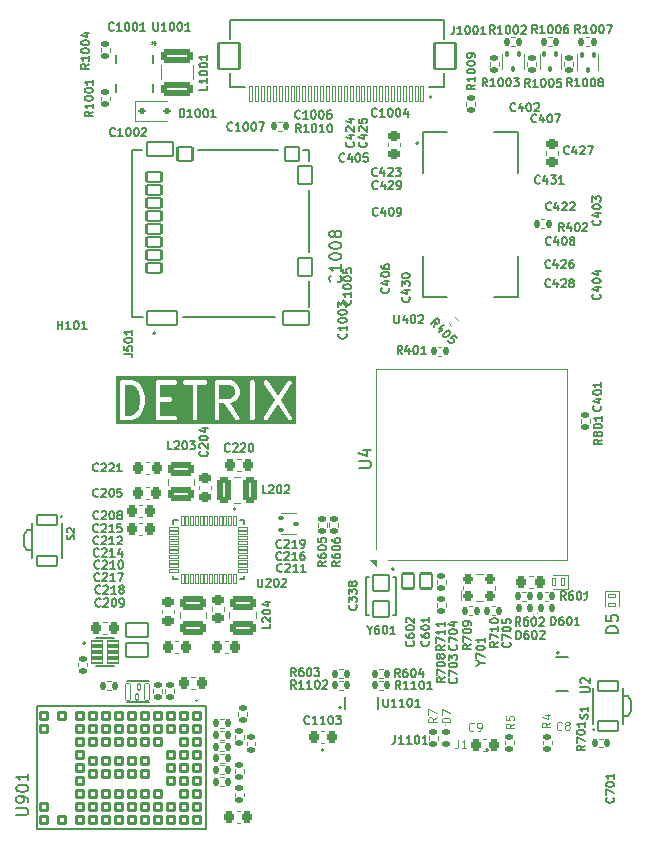
<source format=gbr>
%TF.GenerationSoftware,KiCad,Pcbnew,9.0.7*%
%TF.CreationDate,2026-01-26T18:53:02-07:00*%
%TF.ProjectId,MPU_MOD,4d50555f-4d4f-4442-9e6b-696361645f70,rev?*%
%TF.SameCoordinates,Original*%
%TF.FileFunction,Legend,Top*%
%TF.FilePolarity,Positive*%
%FSLAX46Y46*%
G04 Gerber Fmt 4.6, Leading zero omitted, Abs format (unit mm)*
G04 Created by KiCad (PCBNEW 9.0.7) date 2026-01-26 18:53:02*
%MOMM*%
%LPD*%
G01*
G04 APERTURE LIST*
G04 Aperture macros list*
%AMRoundRect*
0 Rectangle with rounded corners*
0 $1 Rounding radius*
0 $2 $3 $4 $5 $6 $7 $8 $9 X,Y pos of 4 corners*
0 Add a 4 corners polygon primitive as box body*
4,1,4,$2,$3,$4,$5,$6,$7,$8,$9,$2,$3,0*
0 Add four circle primitives for the rounded corners*
1,1,$1+$1,$2,$3*
1,1,$1+$1,$4,$5*
1,1,$1+$1,$6,$7*
1,1,$1+$1,$8,$9*
0 Add four rect primitives between the rounded corners*
20,1,$1+$1,$2,$3,$4,$5,0*
20,1,$1+$1,$4,$5,$6,$7,0*
20,1,$1+$1,$6,$7,$8,$9,0*
20,1,$1+$1,$8,$9,$2,$3,0*%
G04 Aperture macros list end*
%ADD10C,0.400000*%
%ADD11C,0.150000*%
%ADD12C,0.100000*%
%ADD13C,0.127000*%
%ADD14C,0.200000*%
%ADD15C,0.120000*%
%ADD16C,0.152400*%
%ADD17C,0.561000*%
%ADD18C,0.010000*%
%ADD19C,0.000000*%
%ADD20RoundRect,0.102000X-0.700000X0.700000X-0.700000X-0.700000X0.700000X-0.700000X0.700000X0.700000X0*%
%ADD21R,0.560000X0.510000*%
%ADD22RoundRect,0.225000X0.250000X-0.225000X0.250000X0.225000X-0.250000X0.225000X-0.250000X-0.225000X0*%
%ADD23R,0.510000X0.560000*%
%ADD24RoundRect,0.225000X-0.225000X-0.250000X0.225000X-0.250000X0.225000X0.250000X-0.225000X0.250000X0*%
%ADD25C,1.020000*%
%ADD26R,0.600000X0.900000*%
%ADD27R,0.300000X0.900000*%
%ADD28RoundRect,0.135000X-0.135000X-0.185000X0.135000X-0.185000X0.135000X0.185000X-0.135000X0.185000X0*%
%ADD29RoundRect,0.135000X0.135000X0.185000X-0.135000X0.185000X-0.135000X-0.185000X0.135000X-0.185000X0*%
%ADD30RoundRect,0.135000X0.185000X-0.135000X0.185000X0.135000X-0.185000X0.135000X-0.185000X-0.135000X0*%
%ADD31RoundRect,0.102000X-0.500000X-0.625000X0.500000X-0.625000X0.500000X0.625000X-0.500000X0.625000X0*%
%ADD32C,0.420000*%
%ADD33RoundRect,0.100000X0.155000X0.100000X-0.155000X0.100000X-0.155000X-0.100000X0.155000X-0.100000X0*%
%ADD34RoundRect,0.135000X-0.185000X0.135000X-0.185000X-0.135000X0.185000X-0.135000X0.185000X0.135000X0*%
%ADD35RoundRect,0.112500X-0.187500X-0.112500X0.187500X-0.112500X0.187500X0.112500X-0.187500X0.112500X0*%
%ADD36RoundRect,0.102000X0.300000X-0.300000X0.300000X0.300000X-0.300000X0.300000X-0.300000X-0.300000X0*%
%ADD37RoundRect,0.147500X0.147500X0.172500X-0.147500X0.172500X-0.147500X-0.172500X0.147500X-0.172500X0*%
%ADD38RoundRect,0.250000X-0.850000X0.375000X-0.850000X-0.375000X0.850000X-0.375000X0.850000X0.375000X0*%
%ADD39C,0.800000*%
%ADD40C,5.400000*%
%ADD41RoundRect,0.028750X-0.086250X0.391250X-0.086250X-0.391250X0.086250X-0.391250X0.086250X0.391250X0*%
%ADD42RoundRect,0.028750X-0.391250X0.086250X-0.391250X-0.086250X0.391250X-0.086250X0.391250X0.086250X0*%
%ADD43R,4.500000X3.500000*%
%ADD44RoundRect,0.250000X0.850000X-0.375000X0.850000X0.375000X-0.850000X0.375000X-0.850000X-0.375000X0*%
%ADD45RoundRect,0.225000X0.225000X0.250000X-0.225000X0.250000X-0.225000X-0.250000X0.225000X-0.250000X0*%
%ADD46RoundRect,0.250000X-0.375000X-0.850000X0.375000X-0.850000X0.375000X0.850000X-0.375000X0.850000X0*%
%ADD47RoundRect,0.102000X-1.100000X0.575000X-1.100000X-0.575000X1.100000X-0.575000X1.100000X0.575000X0*%
%ADD48RoundRect,0.102000X-0.600000X0.575000X-0.600000X-0.575000X0.600000X-0.575000X0.600000X0.575000X0*%
%ADD49RoundRect,0.102000X-0.575000X0.750000X-0.575000X-0.750000X0.575000X-0.750000X0.575000X0.750000X0*%
%ADD50RoundRect,0.102000X-1.250000X0.575000X-1.250000X-0.575000X1.250000X-0.575000X1.250000X0.575000X0*%
%ADD51RoundRect,0.102000X-0.620000X0.400000X-0.620000X-0.400000X0.620000X-0.400000X0.620000X0.400000X0*%
%ADD52RoundRect,0.102000X-0.625000X0.575000X-0.625000X-0.575000X0.625000X-0.575000X0.625000X0.575000X0*%
%ADD53RoundRect,0.059250X-0.472750X-0.177750X0.472750X-0.177750X0.472750X0.177750X-0.472750X0.177750X0*%
%ADD54RoundRect,0.225000X-0.250000X0.225000X-0.250000X-0.225000X0.250000X-0.225000X0.250000X0.225000X0*%
%ADD55RoundRect,0.102000X0.910000X-0.600000X0.910000X0.600000X-0.910000X0.600000X-0.910000X-0.600000X0*%
%ADD56RoundRect,0.250000X-1.075000X0.375000X-1.075000X-0.375000X1.075000X-0.375000X1.075000X0.375000X0*%
%ADD57RoundRect,0.218750X0.218750X0.256250X-0.218750X0.256250X-0.218750X-0.256250X0.218750X-0.256250X0*%
%ADD58RoundRect,0.200000X0.250000X-0.200000X0.250000X0.200000X-0.250000X0.200000X-0.250000X-0.200000X0*%
%ADD59RoundRect,0.147500X-0.147500X-0.172500X0.147500X-0.172500X0.147500X0.172500X-0.147500X0.172500X0*%
%ADD60RoundRect,0.050000X0.150000X0.650000X-0.150000X0.650000X-0.150000X-0.650000X0.150000X-0.650000X0*%
%ADD61RoundRect,0.102000X0.900000X1.100000X-0.900000X1.100000X-0.900000X-1.100000X0.900000X-1.100000X0*%
%ADD62R,0.350000X0.850000*%
%ADD63RoundRect,0.135000X0.226274X0.035355X0.035355X0.226274X-0.226274X-0.035355X-0.035355X-0.226274X0*%
%ADD64C,0.650000*%
%ADD65RoundRect,0.102000X0.850000X-0.400000X0.850000X0.400000X-0.850000X0.400000X-0.850000X-0.400000X0*%
%ADD66C,0.520000*%
%ADD67RoundRect,0.147500X-0.172500X0.147500X-0.172500X-0.147500X0.172500X-0.147500X0.172500X0.147500X0*%
%ADD68RoundRect,0.102000X-0.850000X0.400000X-0.850000X-0.400000X0.850000X-0.400000X0.850000X0.400000X0*%
%ADD69RoundRect,0.050000X-0.200000X-0.700000X0.200000X-0.700000X0.200000X0.700000X-0.200000X0.700000X0*%
%ADD70RoundRect,0.050000X-0.100000X-0.250000X0.100000X-0.250000X0.100000X0.250000X-0.100000X0.250000X0*%
%ADD71RoundRect,0.100000X0.100000X-0.155000X0.100000X0.155000X-0.100000X0.155000X-0.100000X-0.155000X0*%
%ADD72RoundRect,0.050000X0.150000X0.300000X-0.150000X0.300000X-0.150000X-0.300000X0.150000X-0.300000X0*%
%ADD73RoundRect,0.050000X-0.300000X0.150000X-0.300000X-0.150000X0.300000X-0.150000X0.300000X0.150000X0*%
G04 APERTURE END LIST*
D10*
G36*
X68732263Y-90269721D02*
G01*
X68961643Y-90499099D01*
X69080165Y-90736144D01*
X69211728Y-91262393D01*
X69211728Y-91641719D01*
X69080165Y-92167968D01*
X68961643Y-92405014D01*
X68732264Y-92634392D01*
X68379271Y-92752057D01*
X67897442Y-92752057D01*
X67897442Y-90152057D01*
X68379271Y-90152057D01*
X68732263Y-90269721D01*
G37*
G36*
X77007543Y-90259285D02*
G01*
X77104500Y-90356243D01*
X77211728Y-90570698D01*
X77211728Y-90904844D01*
X77104500Y-91119298D01*
X77007543Y-91216256D01*
X76793085Y-91323485D01*
X75897442Y-91323485D01*
X75897442Y-90152057D01*
X76793085Y-90152057D01*
X77007543Y-90259285D01*
G37*
G36*
X82373632Y-93485390D02*
G01*
X67164109Y-93485390D01*
X67164109Y-89952057D01*
X67497442Y-89952057D01*
X67497442Y-92952057D01*
X67501285Y-92991075D01*
X67531148Y-93063171D01*
X67586328Y-93118351D01*
X67658424Y-93148214D01*
X67697442Y-93152057D01*
X68411728Y-93152057D01*
X68431477Y-93150111D01*
X68436743Y-93150486D01*
X68443671Y-93148910D01*
X68450746Y-93148214D01*
X68455624Y-93146193D01*
X68474974Y-93141794D01*
X68903544Y-92998937D01*
X68939345Y-92982952D01*
X68944772Y-92978244D01*
X68951413Y-92975494D01*
X68981720Y-92950621D01*
X69267435Y-92664906D01*
X69280021Y-92649569D01*
X69284013Y-92646108D01*
X69287800Y-92640091D01*
X69292308Y-92634599D01*
X69294329Y-92629719D01*
X69304899Y-92612928D01*
X69447756Y-92327214D01*
X69448848Y-92324358D01*
X69449708Y-92323199D01*
X69455558Y-92306824D01*
X69461769Y-92290596D01*
X69461871Y-92289157D01*
X69462900Y-92286278D01*
X69605756Y-91714850D01*
X69606756Y-91708084D01*
X69607885Y-91705360D01*
X69609332Y-91690658D01*
X69611491Y-91676064D01*
X69611057Y-91673150D01*
X69611728Y-91666342D01*
X69611728Y-91237771D01*
X69611057Y-91230962D01*
X69611491Y-91228049D01*
X69609332Y-91213454D01*
X69607885Y-91198753D01*
X69606756Y-91196028D01*
X69605756Y-91189263D01*
X69462900Y-90617835D01*
X69461871Y-90614955D01*
X69461769Y-90613517D01*
X69455558Y-90597288D01*
X69449708Y-90580914D01*
X69448848Y-90579754D01*
X69447756Y-90576899D01*
X69304899Y-90291185D01*
X69294327Y-90274391D01*
X69292307Y-90269513D01*
X69287800Y-90264021D01*
X69284013Y-90258005D01*
X69280022Y-90254544D01*
X69267435Y-90239206D01*
X68981720Y-89953492D01*
X68979971Y-89952057D01*
X70497442Y-89952057D01*
X70497442Y-92952057D01*
X70501285Y-92991075D01*
X70531148Y-93063171D01*
X70586328Y-93118351D01*
X70658424Y-93148214D01*
X70697442Y-93152057D01*
X72126014Y-93152057D01*
X72165032Y-93148214D01*
X72237128Y-93118351D01*
X72292308Y-93063171D01*
X72322171Y-92991075D01*
X72322171Y-92913039D01*
X72292308Y-92840943D01*
X72237128Y-92785763D01*
X72165032Y-92755900D01*
X72126014Y-92752057D01*
X70897442Y-92752057D01*
X70897442Y-91580628D01*
X71697442Y-91580628D01*
X71736460Y-91576785D01*
X71808556Y-91546922D01*
X71863736Y-91491742D01*
X71893599Y-91419646D01*
X71893599Y-91341610D01*
X71863736Y-91269514D01*
X71808556Y-91214334D01*
X71736460Y-91184471D01*
X71697442Y-91180628D01*
X70897442Y-91180628D01*
X70897442Y-90152057D01*
X72126014Y-90152057D01*
X72165032Y-90148214D01*
X72237128Y-90118351D01*
X72292308Y-90063171D01*
X72322171Y-89991075D01*
X72322171Y-89913039D01*
X72787000Y-89913039D01*
X72787000Y-89991075D01*
X72816863Y-90063171D01*
X72872043Y-90118351D01*
X72944139Y-90148214D01*
X72983157Y-90152057D01*
X73640300Y-90152057D01*
X73640300Y-92952057D01*
X73644143Y-92991075D01*
X73674006Y-93063171D01*
X73729186Y-93118351D01*
X73801282Y-93148214D01*
X73879318Y-93148214D01*
X73951414Y-93118351D01*
X74006594Y-93063171D01*
X74036457Y-92991075D01*
X74040300Y-92952057D01*
X74040300Y-90152057D01*
X74697443Y-90152057D01*
X74736461Y-90148214D01*
X74808557Y-90118351D01*
X74863737Y-90063171D01*
X74893600Y-89991075D01*
X74893600Y-89952057D01*
X75497442Y-89952057D01*
X75497442Y-92952057D01*
X75501285Y-92991075D01*
X75531148Y-93063171D01*
X75586328Y-93118351D01*
X75658424Y-93148214D01*
X75736460Y-93148214D01*
X75808556Y-93118351D01*
X75863736Y-93063171D01*
X75893599Y-92991075D01*
X75897442Y-92952057D01*
X75897442Y-91723485D01*
X76307598Y-91723485D01*
X77247882Y-93066749D01*
X77273405Y-93096510D01*
X77339214Y-93138448D01*
X77416063Y-93152010D01*
X77492252Y-93135130D01*
X77556181Y-93090380D01*
X77598119Y-93024571D01*
X77611681Y-92947722D01*
X77594801Y-92871533D01*
X77575574Y-92837364D01*
X76795858Y-91723485D01*
X76840299Y-91723485D01*
X76879317Y-91719642D01*
X76885954Y-91716892D01*
X76893124Y-91716383D01*
X76929741Y-91702371D01*
X77215457Y-91559513D01*
X77232248Y-91548943D01*
X77237128Y-91546922D01*
X77242620Y-91542414D01*
X77248637Y-91538627D01*
X77252098Y-91534635D01*
X77267435Y-91522049D01*
X77410292Y-91379193D01*
X77422879Y-91363854D01*
X77426870Y-91360394D01*
X77430656Y-91354378D01*
X77435165Y-91348885D01*
X77437186Y-91344005D01*
X77447756Y-91327214D01*
X77590613Y-91041500D01*
X77604626Y-91004882D01*
X77605135Y-90997712D01*
X77607885Y-90991075D01*
X77611728Y-90952057D01*
X77611728Y-90523485D01*
X77607885Y-90484467D01*
X77605135Y-90477829D01*
X77604626Y-90470660D01*
X77590613Y-90434042D01*
X77447756Y-90148328D01*
X77437186Y-90131536D01*
X77435165Y-90126657D01*
X77430656Y-90121163D01*
X77426870Y-90115148D01*
X77422879Y-90111687D01*
X77410292Y-90096349D01*
X77267435Y-89953493D01*
X77265685Y-89952057D01*
X78497442Y-89952057D01*
X78497442Y-92952057D01*
X78501285Y-92991075D01*
X78531148Y-93063171D01*
X78586328Y-93118351D01*
X78658424Y-93148214D01*
X78736460Y-93148214D01*
X78808556Y-93118351D01*
X78863736Y-93063171D01*
X78893599Y-92991075D01*
X78897442Y-92952057D01*
X78897442Y-89952057D01*
X78897421Y-89951848D01*
X79640299Y-89951848D01*
X79655443Y-90028400D01*
X79673889Y-90062997D01*
X80599929Y-91452057D01*
X79673889Y-92841117D01*
X79655443Y-92875714D01*
X79640299Y-92952266D01*
X79655603Y-93028787D01*
X79699026Y-93093626D01*
X79763956Y-93136913D01*
X79840508Y-93152057D01*
X79917029Y-93136753D01*
X79981868Y-93093330D01*
X80006709Y-93062997D01*
X80840299Y-91812612D01*
X81673889Y-93062997D01*
X81698730Y-93093330D01*
X81763569Y-93136753D01*
X81840090Y-93152057D01*
X81916642Y-93136913D01*
X81981572Y-93093626D01*
X82024995Y-93028787D01*
X82040299Y-92952266D01*
X82025155Y-92875713D01*
X82006709Y-92841117D01*
X81080669Y-91452057D01*
X82006709Y-90062997D01*
X82025155Y-90028401D01*
X82040299Y-89951848D01*
X82024995Y-89875327D01*
X81981572Y-89810488D01*
X81916642Y-89767201D01*
X81840090Y-89752057D01*
X81763569Y-89767361D01*
X81698730Y-89810784D01*
X81673889Y-89841117D01*
X80840299Y-91091502D01*
X80006709Y-89841117D01*
X79981868Y-89810784D01*
X79917029Y-89767361D01*
X79840508Y-89752057D01*
X79763956Y-89767201D01*
X79699026Y-89810488D01*
X79655603Y-89875327D01*
X79640299Y-89951848D01*
X78897421Y-89951848D01*
X78893599Y-89913039D01*
X78863736Y-89840943D01*
X78808556Y-89785763D01*
X78736460Y-89755900D01*
X78658424Y-89755900D01*
X78586328Y-89785763D01*
X78531148Y-89840943D01*
X78501285Y-89913039D01*
X78497442Y-89952057D01*
X77265685Y-89952057D01*
X77252098Y-89940906D01*
X77248637Y-89936915D01*
X77242620Y-89933127D01*
X77237128Y-89928620D01*
X77232248Y-89926598D01*
X77215457Y-89916029D01*
X76929741Y-89773171D01*
X76893124Y-89759159D01*
X76885954Y-89758649D01*
X76879317Y-89755900D01*
X76840299Y-89752057D01*
X75697442Y-89752057D01*
X75658424Y-89755900D01*
X75586328Y-89785763D01*
X75531148Y-89840943D01*
X75501285Y-89913039D01*
X75497442Y-89952057D01*
X74893600Y-89952057D01*
X74893600Y-89913039D01*
X74863737Y-89840943D01*
X74808557Y-89785763D01*
X74736461Y-89755900D01*
X74697443Y-89752057D01*
X72983157Y-89752057D01*
X72944139Y-89755900D01*
X72872043Y-89785763D01*
X72816863Y-89840943D01*
X72787000Y-89913039D01*
X72322171Y-89913039D01*
X72292308Y-89840943D01*
X72237128Y-89785763D01*
X72165032Y-89755900D01*
X72126014Y-89752057D01*
X70697442Y-89752057D01*
X70658424Y-89755900D01*
X70586328Y-89785763D01*
X70531148Y-89840943D01*
X70501285Y-89913039D01*
X70497442Y-89952057D01*
X68979971Y-89952057D01*
X68951413Y-89928620D01*
X68944772Y-89925869D01*
X68939345Y-89921162D01*
X68903544Y-89905177D01*
X68474974Y-89762320D01*
X68455624Y-89757920D01*
X68450746Y-89755900D01*
X68443671Y-89755203D01*
X68436743Y-89753628D01*
X68431477Y-89754002D01*
X68411728Y-89752057D01*
X67697442Y-89752057D01*
X67658424Y-89755900D01*
X67586328Y-89785763D01*
X67531148Y-89840943D01*
X67501285Y-89913039D01*
X67497442Y-89952057D01*
X67164109Y-89952057D01*
X67164109Y-89418724D01*
X82373632Y-89418724D01*
X82373632Y-93485390D01*
G37*
D11*
X87474366Y-108785833D02*
X87507700Y-108819166D01*
X87507700Y-108819166D02*
X87541033Y-108919166D01*
X87541033Y-108919166D02*
X87541033Y-108985833D01*
X87541033Y-108985833D02*
X87507700Y-109085833D01*
X87507700Y-109085833D02*
X87441033Y-109152500D01*
X87441033Y-109152500D02*
X87374366Y-109185833D01*
X87374366Y-109185833D02*
X87241033Y-109219166D01*
X87241033Y-109219166D02*
X87141033Y-109219166D01*
X87141033Y-109219166D02*
X87007700Y-109185833D01*
X87007700Y-109185833D02*
X86941033Y-109152500D01*
X86941033Y-109152500D02*
X86874366Y-109085833D01*
X86874366Y-109085833D02*
X86841033Y-108985833D01*
X86841033Y-108985833D02*
X86841033Y-108919166D01*
X86841033Y-108919166D02*
X86874366Y-108819166D01*
X86874366Y-108819166D02*
X86907700Y-108785833D01*
X86841033Y-108552500D02*
X86841033Y-108119166D01*
X86841033Y-108119166D02*
X87107700Y-108352500D01*
X87107700Y-108352500D02*
X87107700Y-108252500D01*
X87107700Y-108252500D02*
X87141033Y-108185833D01*
X87141033Y-108185833D02*
X87174366Y-108152500D01*
X87174366Y-108152500D02*
X87241033Y-108119166D01*
X87241033Y-108119166D02*
X87407700Y-108119166D01*
X87407700Y-108119166D02*
X87474366Y-108152500D01*
X87474366Y-108152500D02*
X87507700Y-108185833D01*
X87507700Y-108185833D02*
X87541033Y-108252500D01*
X87541033Y-108252500D02*
X87541033Y-108452500D01*
X87541033Y-108452500D02*
X87507700Y-108519166D01*
X87507700Y-108519166D02*
X87474366Y-108552500D01*
X86841033Y-107885833D02*
X86841033Y-107452499D01*
X86841033Y-107452499D02*
X87107700Y-107685833D01*
X87107700Y-107685833D02*
X87107700Y-107585833D01*
X87107700Y-107585833D02*
X87141033Y-107519166D01*
X87141033Y-107519166D02*
X87174366Y-107485833D01*
X87174366Y-107485833D02*
X87241033Y-107452499D01*
X87241033Y-107452499D02*
X87407700Y-107452499D01*
X87407700Y-107452499D02*
X87474366Y-107485833D01*
X87474366Y-107485833D02*
X87507700Y-107519166D01*
X87507700Y-107519166D02*
X87541033Y-107585833D01*
X87541033Y-107585833D02*
X87541033Y-107785833D01*
X87541033Y-107785833D02*
X87507700Y-107852499D01*
X87507700Y-107852499D02*
X87474366Y-107885833D01*
X87141033Y-107052499D02*
X87107700Y-107119166D01*
X87107700Y-107119166D02*
X87074366Y-107152499D01*
X87074366Y-107152499D02*
X87007700Y-107185832D01*
X87007700Y-107185832D02*
X86974366Y-107185832D01*
X86974366Y-107185832D02*
X86907700Y-107152499D01*
X86907700Y-107152499D02*
X86874366Y-107119166D01*
X86874366Y-107119166D02*
X86841033Y-107052499D01*
X86841033Y-107052499D02*
X86841033Y-106919166D01*
X86841033Y-106919166D02*
X86874366Y-106852499D01*
X86874366Y-106852499D02*
X86907700Y-106819166D01*
X86907700Y-106819166D02*
X86974366Y-106785832D01*
X86974366Y-106785832D02*
X87007700Y-106785832D01*
X87007700Y-106785832D02*
X87074366Y-106819166D01*
X87074366Y-106819166D02*
X87107700Y-106852499D01*
X87107700Y-106852499D02*
X87141033Y-106919166D01*
X87141033Y-106919166D02*
X87141033Y-107052499D01*
X87141033Y-107052499D02*
X87174366Y-107119166D01*
X87174366Y-107119166D02*
X87207700Y-107152499D01*
X87207700Y-107152499D02*
X87274366Y-107185832D01*
X87274366Y-107185832D02*
X87407700Y-107185832D01*
X87407700Y-107185832D02*
X87474366Y-107152499D01*
X87474366Y-107152499D02*
X87507700Y-107119166D01*
X87507700Y-107119166D02*
X87541033Y-107052499D01*
X87541033Y-107052499D02*
X87541033Y-106919166D01*
X87541033Y-106919166D02*
X87507700Y-106852499D01*
X87507700Y-106852499D02*
X87474366Y-106819166D01*
X87474366Y-106819166D02*
X87407700Y-106785832D01*
X87407700Y-106785832D02*
X87274366Y-106785832D01*
X87274366Y-106785832D02*
X87207700Y-106819166D01*
X87207700Y-106819166D02*
X87174366Y-106852499D01*
X87174366Y-106852499D02*
X87141033Y-106919166D01*
X103991666Y-75324366D02*
X103958333Y-75357700D01*
X103958333Y-75357700D02*
X103858333Y-75391033D01*
X103858333Y-75391033D02*
X103791666Y-75391033D01*
X103791666Y-75391033D02*
X103691666Y-75357700D01*
X103691666Y-75357700D02*
X103625000Y-75291033D01*
X103625000Y-75291033D02*
X103591666Y-75224366D01*
X103591666Y-75224366D02*
X103558333Y-75091033D01*
X103558333Y-75091033D02*
X103558333Y-74991033D01*
X103558333Y-74991033D02*
X103591666Y-74857700D01*
X103591666Y-74857700D02*
X103625000Y-74791033D01*
X103625000Y-74791033D02*
X103691666Y-74724366D01*
X103691666Y-74724366D02*
X103791666Y-74691033D01*
X103791666Y-74691033D02*
X103858333Y-74691033D01*
X103858333Y-74691033D02*
X103958333Y-74724366D01*
X103958333Y-74724366D02*
X103991666Y-74757700D01*
X104591666Y-74924366D02*
X104591666Y-75391033D01*
X104425000Y-74657700D02*
X104258333Y-75157700D01*
X104258333Y-75157700D02*
X104691666Y-75157700D01*
X104925000Y-74757700D02*
X104958333Y-74724366D01*
X104958333Y-74724366D02*
X105025000Y-74691033D01*
X105025000Y-74691033D02*
X105191667Y-74691033D01*
X105191667Y-74691033D02*
X105258333Y-74724366D01*
X105258333Y-74724366D02*
X105291667Y-74757700D01*
X105291667Y-74757700D02*
X105325000Y-74824366D01*
X105325000Y-74824366D02*
X105325000Y-74891033D01*
X105325000Y-74891033D02*
X105291667Y-74991033D01*
X105291667Y-74991033D02*
X104891667Y-75391033D01*
X104891667Y-75391033D02*
X105325000Y-75391033D01*
X105591667Y-74757700D02*
X105625000Y-74724366D01*
X105625000Y-74724366D02*
X105691667Y-74691033D01*
X105691667Y-74691033D02*
X105858334Y-74691033D01*
X105858334Y-74691033D02*
X105925000Y-74724366D01*
X105925000Y-74724366D02*
X105958334Y-74757700D01*
X105958334Y-74757700D02*
X105991667Y-74824366D01*
X105991667Y-74824366D02*
X105991667Y-74891033D01*
X105991667Y-74891033D02*
X105958334Y-74991033D01*
X105958334Y-74991033D02*
X105558334Y-75391033D01*
X105558334Y-75391033D02*
X105991667Y-75391033D01*
X89266666Y-72399366D02*
X89233333Y-72432700D01*
X89233333Y-72432700D02*
X89133333Y-72466033D01*
X89133333Y-72466033D02*
X89066666Y-72466033D01*
X89066666Y-72466033D02*
X88966666Y-72432700D01*
X88966666Y-72432700D02*
X88900000Y-72366033D01*
X88900000Y-72366033D02*
X88866666Y-72299366D01*
X88866666Y-72299366D02*
X88833333Y-72166033D01*
X88833333Y-72166033D02*
X88833333Y-72066033D01*
X88833333Y-72066033D02*
X88866666Y-71932700D01*
X88866666Y-71932700D02*
X88900000Y-71866033D01*
X88900000Y-71866033D02*
X88966666Y-71799366D01*
X88966666Y-71799366D02*
X89066666Y-71766033D01*
X89066666Y-71766033D02*
X89133333Y-71766033D01*
X89133333Y-71766033D02*
X89233333Y-71799366D01*
X89233333Y-71799366D02*
X89266666Y-71832700D01*
X89866666Y-71999366D02*
X89866666Y-72466033D01*
X89700000Y-71732700D02*
X89533333Y-72232700D01*
X89533333Y-72232700D02*
X89966666Y-72232700D01*
X90200000Y-71832700D02*
X90233333Y-71799366D01*
X90233333Y-71799366D02*
X90300000Y-71766033D01*
X90300000Y-71766033D02*
X90466667Y-71766033D01*
X90466667Y-71766033D02*
X90533333Y-71799366D01*
X90533333Y-71799366D02*
X90566667Y-71832700D01*
X90566667Y-71832700D02*
X90600000Y-71899366D01*
X90600000Y-71899366D02*
X90600000Y-71966033D01*
X90600000Y-71966033D02*
X90566667Y-72066033D01*
X90566667Y-72066033D02*
X90166667Y-72466033D01*
X90166667Y-72466033D02*
X90600000Y-72466033D01*
X90833334Y-71766033D02*
X91266667Y-71766033D01*
X91266667Y-71766033D02*
X91033334Y-72032700D01*
X91033334Y-72032700D02*
X91133334Y-72032700D01*
X91133334Y-72032700D02*
X91200000Y-72066033D01*
X91200000Y-72066033D02*
X91233334Y-72099366D01*
X91233334Y-72099366D02*
X91266667Y-72166033D01*
X91266667Y-72166033D02*
X91266667Y-72332700D01*
X91266667Y-72332700D02*
X91233334Y-72399366D01*
X91233334Y-72399366D02*
X91200000Y-72432700D01*
X91200000Y-72432700D02*
X91133334Y-72466033D01*
X91133334Y-72466033D02*
X90933334Y-72466033D01*
X90933334Y-72466033D02*
X90866667Y-72432700D01*
X90866667Y-72432700D02*
X90833334Y-72399366D01*
X87249366Y-69608333D02*
X87282700Y-69641666D01*
X87282700Y-69641666D02*
X87316033Y-69741666D01*
X87316033Y-69741666D02*
X87316033Y-69808333D01*
X87316033Y-69808333D02*
X87282700Y-69908333D01*
X87282700Y-69908333D02*
X87216033Y-69975000D01*
X87216033Y-69975000D02*
X87149366Y-70008333D01*
X87149366Y-70008333D02*
X87016033Y-70041666D01*
X87016033Y-70041666D02*
X86916033Y-70041666D01*
X86916033Y-70041666D02*
X86782700Y-70008333D01*
X86782700Y-70008333D02*
X86716033Y-69975000D01*
X86716033Y-69975000D02*
X86649366Y-69908333D01*
X86649366Y-69908333D02*
X86616033Y-69808333D01*
X86616033Y-69808333D02*
X86616033Y-69741666D01*
X86616033Y-69741666D02*
X86649366Y-69641666D01*
X86649366Y-69641666D02*
X86682700Y-69608333D01*
X86849366Y-69008333D02*
X87316033Y-69008333D01*
X86582700Y-69175000D02*
X87082700Y-69341666D01*
X87082700Y-69341666D02*
X87082700Y-68908333D01*
X86682700Y-68674999D02*
X86649366Y-68641666D01*
X86649366Y-68641666D02*
X86616033Y-68574999D01*
X86616033Y-68574999D02*
X86616033Y-68408333D01*
X86616033Y-68408333D02*
X86649366Y-68341666D01*
X86649366Y-68341666D02*
X86682700Y-68308333D01*
X86682700Y-68308333D02*
X86749366Y-68274999D01*
X86749366Y-68274999D02*
X86816033Y-68274999D01*
X86816033Y-68274999D02*
X86916033Y-68308333D01*
X86916033Y-68308333D02*
X87316033Y-68708333D01*
X87316033Y-68708333D02*
X87316033Y-68274999D01*
X86849366Y-67674999D02*
X87316033Y-67674999D01*
X86582700Y-67841666D02*
X87082700Y-68008332D01*
X87082700Y-68008332D02*
X87082700Y-67574999D01*
X88324366Y-69608333D02*
X88357700Y-69641666D01*
X88357700Y-69641666D02*
X88391033Y-69741666D01*
X88391033Y-69741666D02*
X88391033Y-69808333D01*
X88391033Y-69808333D02*
X88357700Y-69908333D01*
X88357700Y-69908333D02*
X88291033Y-69975000D01*
X88291033Y-69975000D02*
X88224366Y-70008333D01*
X88224366Y-70008333D02*
X88091033Y-70041666D01*
X88091033Y-70041666D02*
X87991033Y-70041666D01*
X87991033Y-70041666D02*
X87857700Y-70008333D01*
X87857700Y-70008333D02*
X87791033Y-69975000D01*
X87791033Y-69975000D02*
X87724366Y-69908333D01*
X87724366Y-69908333D02*
X87691033Y-69808333D01*
X87691033Y-69808333D02*
X87691033Y-69741666D01*
X87691033Y-69741666D02*
X87724366Y-69641666D01*
X87724366Y-69641666D02*
X87757700Y-69608333D01*
X87924366Y-69008333D02*
X88391033Y-69008333D01*
X87657700Y-69175000D02*
X88157700Y-69341666D01*
X88157700Y-69341666D02*
X88157700Y-68908333D01*
X87757700Y-68674999D02*
X87724366Y-68641666D01*
X87724366Y-68641666D02*
X87691033Y-68574999D01*
X87691033Y-68574999D02*
X87691033Y-68408333D01*
X87691033Y-68408333D02*
X87724366Y-68341666D01*
X87724366Y-68341666D02*
X87757700Y-68308333D01*
X87757700Y-68308333D02*
X87824366Y-68274999D01*
X87824366Y-68274999D02*
X87891033Y-68274999D01*
X87891033Y-68274999D02*
X87991033Y-68308333D01*
X87991033Y-68308333D02*
X88391033Y-68708333D01*
X88391033Y-68708333D02*
X88391033Y-68274999D01*
X87691033Y-67641666D02*
X87691033Y-67974999D01*
X87691033Y-67974999D02*
X88024366Y-68008332D01*
X88024366Y-68008332D02*
X87991033Y-67974999D01*
X87991033Y-67974999D02*
X87957700Y-67908332D01*
X87957700Y-67908332D02*
X87957700Y-67741666D01*
X87957700Y-67741666D02*
X87991033Y-67674999D01*
X87991033Y-67674999D02*
X88024366Y-67641666D01*
X88024366Y-67641666D02*
X88091033Y-67608332D01*
X88091033Y-67608332D02*
X88257700Y-67608332D01*
X88257700Y-67608332D02*
X88324366Y-67641666D01*
X88324366Y-67641666D02*
X88357700Y-67674999D01*
X88357700Y-67674999D02*
X88391033Y-67741666D01*
X88391033Y-67741666D02*
X88391033Y-67908332D01*
X88391033Y-67908332D02*
X88357700Y-67974999D01*
X88357700Y-67974999D02*
X88324366Y-68008332D01*
X103916666Y-80199366D02*
X103883333Y-80232700D01*
X103883333Y-80232700D02*
X103783333Y-80266033D01*
X103783333Y-80266033D02*
X103716666Y-80266033D01*
X103716666Y-80266033D02*
X103616666Y-80232700D01*
X103616666Y-80232700D02*
X103550000Y-80166033D01*
X103550000Y-80166033D02*
X103516666Y-80099366D01*
X103516666Y-80099366D02*
X103483333Y-79966033D01*
X103483333Y-79966033D02*
X103483333Y-79866033D01*
X103483333Y-79866033D02*
X103516666Y-79732700D01*
X103516666Y-79732700D02*
X103550000Y-79666033D01*
X103550000Y-79666033D02*
X103616666Y-79599366D01*
X103616666Y-79599366D02*
X103716666Y-79566033D01*
X103716666Y-79566033D02*
X103783333Y-79566033D01*
X103783333Y-79566033D02*
X103883333Y-79599366D01*
X103883333Y-79599366D02*
X103916666Y-79632700D01*
X104516666Y-79799366D02*
X104516666Y-80266033D01*
X104350000Y-79532700D02*
X104183333Y-80032700D01*
X104183333Y-80032700D02*
X104616666Y-80032700D01*
X104850000Y-79632700D02*
X104883333Y-79599366D01*
X104883333Y-79599366D02*
X104950000Y-79566033D01*
X104950000Y-79566033D02*
X105116667Y-79566033D01*
X105116667Y-79566033D02*
X105183333Y-79599366D01*
X105183333Y-79599366D02*
X105216667Y-79632700D01*
X105216667Y-79632700D02*
X105250000Y-79699366D01*
X105250000Y-79699366D02*
X105250000Y-79766033D01*
X105250000Y-79766033D02*
X105216667Y-79866033D01*
X105216667Y-79866033D02*
X104816667Y-80266033D01*
X104816667Y-80266033D02*
X105250000Y-80266033D01*
X105850000Y-79566033D02*
X105716667Y-79566033D01*
X105716667Y-79566033D02*
X105650000Y-79599366D01*
X105650000Y-79599366D02*
X105616667Y-79632700D01*
X105616667Y-79632700D02*
X105550000Y-79732700D01*
X105550000Y-79732700D02*
X105516667Y-79866033D01*
X105516667Y-79866033D02*
X105516667Y-80132700D01*
X105516667Y-80132700D02*
X105550000Y-80199366D01*
X105550000Y-80199366D02*
X105583334Y-80232700D01*
X105583334Y-80232700D02*
X105650000Y-80266033D01*
X105650000Y-80266033D02*
X105783334Y-80266033D01*
X105783334Y-80266033D02*
X105850000Y-80232700D01*
X105850000Y-80232700D02*
X105883334Y-80199366D01*
X105883334Y-80199366D02*
X105916667Y-80132700D01*
X105916667Y-80132700D02*
X105916667Y-79966033D01*
X105916667Y-79966033D02*
X105883334Y-79899366D01*
X105883334Y-79899366D02*
X105850000Y-79866033D01*
X105850000Y-79866033D02*
X105783334Y-79832700D01*
X105783334Y-79832700D02*
X105650000Y-79832700D01*
X105650000Y-79832700D02*
X105583334Y-79866033D01*
X105583334Y-79866033D02*
X105550000Y-79899366D01*
X105550000Y-79899366D02*
X105516667Y-79966033D01*
X93624366Y-111833333D02*
X93657700Y-111866666D01*
X93657700Y-111866666D02*
X93691033Y-111966666D01*
X93691033Y-111966666D02*
X93691033Y-112033333D01*
X93691033Y-112033333D02*
X93657700Y-112133333D01*
X93657700Y-112133333D02*
X93591033Y-112200000D01*
X93591033Y-112200000D02*
X93524366Y-112233333D01*
X93524366Y-112233333D02*
X93391033Y-112266666D01*
X93391033Y-112266666D02*
X93291033Y-112266666D01*
X93291033Y-112266666D02*
X93157700Y-112233333D01*
X93157700Y-112233333D02*
X93091033Y-112200000D01*
X93091033Y-112200000D02*
X93024366Y-112133333D01*
X93024366Y-112133333D02*
X92991033Y-112033333D01*
X92991033Y-112033333D02*
X92991033Y-111966666D01*
X92991033Y-111966666D02*
X93024366Y-111866666D01*
X93024366Y-111866666D02*
X93057700Y-111833333D01*
X92991033Y-111233333D02*
X92991033Y-111366666D01*
X92991033Y-111366666D02*
X93024366Y-111433333D01*
X93024366Y-111433333D02*
X93057700Y-111466666D01*
X93057700Y-111466666D02*
X93157700Y-111533333D01*
X93157700Y-111533333D02*
X93291033Y-111566666D01*
X93291033Y-111566666D02*
X93557700Y-111566666D01*
X93557700Y-111566666D02*
X93624366Y-111533333D01*
X93624366Y-111533333D02*
X93657700Y-111500000D01*
X93657700Y-111500000D02*
X93691033Y-111433333D01*
X93691033Y-111433333D02*
X93691033Y-111300000D01*
X93691033Y-111300000D02*
X93657700Y-111233333D01*
X93657700Y-111233333D02*
X93624366Y-111200000D01*
X93624366Y-111200000D02*
X93557700Y-111166666D01*
X93557700Y-111166666D02*
X93391033Y-111166666D01*
X93391033Y-111166666D02*
X93324366Y-111200000D01*
X93324366Y-111200000D02*
X93291033Y-111233333D01*
X93291033Y-111233333D02*
X93257700Y-111300000D01*
X93257700Y-111300000D02*
X93257700Y-111433333D01*
X93257700Y-111433333D02*
X93291033Y-111500000D01*
X93291033Y-111500000D02*
X93324366Y-111533333D01*
X93324366Y-111533333D02*
X93391033Y-111566666D01*
X92991033Y-110733333D02*
X92991033Y-110666666D01*
X92991033Y-110666666D02*
X93024366Y-110599999D01*
X93024366Y-110599999D02*
X93057700Y-110566666D01*
X93057700Y-110566666D02*
X93124366Y-110533333D01*
X93124366Y-110533333D02*
X93257700Y-110499999D01*
X93257700Y-110499999D02*
X93424366Y-110499999D01*
X93424366Y-110499999D02*
X93557700Y-110533333D01*
X93557700Y-110533333D02*
X93624366Y-110566666D01*
X93624366Y-110566666D02*
X93657700Y-110599999D01*
X93657700Y-110599999D02*
X93691033Y-110666666D01*
X93691033Y-110666666D02*
X93691033Y-110733333D01*
X93691033Y-110733333D02*
X93657700Y-110799999D01*
X93657700Y-110799999D02*
X93624366Y-110833333D01*
X93624366Y-110833333D02*
X93557700Y-110866666D01*
X93557700Y-110866666D02*
X93424366Y-110899999D01*
X93424366Y-110899999D02*
X93257700Y-110899999D01*
X93257700Y-110899999D02*
X93124366Y-110866666D01*
X93124366Y-110866666D02*
X93057700Y-110833333D01*
X93057700Y-110833333D02*
X93024366Y-110799999D01*
X93024366Y-110799999D02*
X92991033Y-110733333D01*
X93691033Y-109833332D02*
X93691033Y-110233332D01*
X93691033Y-110033332D02*
X92991033Y-110033332D01*
X92991033Y-110033332D02*
X93091033Y-110099999D01*
X93091033Y-110099999D02*
X93157700Y-110166666D01*
X93157700Y-110166666D02*
X93191033Y-110233332D01*
X92324366Y-111858333D02*
X92357700Y-111891666D01*
X92357700Y-111891666D02*
X92391033Y-111991666D01*
X92391033Y-111991666D02*
X92391033Y-112058333D01*
X92391033Y-112058333D02*
X92357700Y-112158333D01*
X92357700Y-112158333D02*
X92291033Y-112225000D01*
X92291033Y-112225000D02*
X92224366Y-112258333D01*
X92224366Y-112258333D02*
X92091033Y-112291666D01*
X92091033Y-112291666D02*
X91991033Y-112291666D01*
X91991033Y-112291666D02*
X91857700Y-112258333D01*
X91857700Y-112258333D02*
X91791033Y-112225000D01*
X91791033Y-112225000D02*
X91724366Y-112158333D01*
X91724366Y-112158333D02*
X91691033Y-112058333D01*
X91691033Y-112058333D02*
X91691033Y-111991666D01*
X91691033Y-111991666D02*
X91724366Y-111891666D01*
X91724366Y-111891666D02*
X91757700Y-111858333D01*
X91691033Y-111258333D02*
X91691033Y-111391666D01*
X91691033Y-111391666D02*
X91724366Y-111458333D01*
X91724366Y-111458333D02*
X91757700Y-111491666D01*
X91757700Y-111491666D02*
X91857700Y-111558333D01*
X91857700Y-111558333D02*
X91991033Y-111591666D01*
X91991033Y-111591666D02*
X92257700Y-111591666D01*
X92257700Y-111591666D02*
X92324366Y-111558333D01*
X92324366Y-111558333D02*
X92357700Y-111525000D01*
X92357700Y-111525000D02*
X92391033Y-111458333D01*
X92391033Y-111458333D02*
X92391033Y-111325000D01*
X92391033Y-111325000D02*
X92357700Y-111258333D01*
X92357700Y-111258333D02*
X92324366Y-111225000D01*
X92324366Y-111225000D02*
X92257700Y-111191666D01*
X92257700Y-111191666D02*
X92091033Y-111191666D01*
X92091033Y-111191666D02*
X92024366Y-111225000D01*
X92024366Y-111225000D02*
X91991033Y-111258333D01*
X91991033Y-111258333D02*
X91957700Y-111325000D01*
X91957700Y-111325000D02*
X91957700Y-111458333D01*
X91957700Y-111458333D02*
X91991033Y-111525000D01*
X91991033Y-111525000D02*
X92024366Y-111558333D01*
X92024366Y-111558333D02*
X92091033Y-111591666D01*
X91691033Y-110758333D02*
X91691033Y-110691666D01*
X91691033Y-110691666D02*
X91724366Y-110624999D01*
X91724366Y-110624999D02*
X91757700Y-110591666D01*
X91757700Y-110591666D02*
X91824366Y-110558333D01*
X91824366Y-110558333D02*
X91957700Y-110524999D01*
X91957700Y-110524999D02*
X92124366Y-110524999D01*
X92124366Y-110524999D02*
X92257700Y-110558333D01*
X92257700Y-110558333D02*
X92324366Y-110591666D01*
X92324366Y-110591666D02*
X92357700Y-110624999D01*
X92357700Y-110624999D02*
X92391033Y-110691666D01*
X92391033Y-110691666D02*
X92391033Y-110758333D01*
X92391033Y-110758333D02*
X92357700Y-110824999D01*
X92357700Y-110824999D02*
X92324366Y-110858333D01*
X92324366Y-110858333D02*
X92257700Y-110891666D01*
X92257700Y-110891666D02*
X92124366Y-110924999D01*
X92124366Y-110924999D02*
X91957700Y-110924999D01*
X91957700Y-110924999D02*
X91824366Y-110891666D01*
X91824366Y-110891666D02*
X91757700Y-110858333D01*
X91757700Y-110858333D02*
X91724366Y-110824999D01*
X91724366Y-110824999D02*
X91691033Y-110758333D01*
X91757700Y-110258332D02*
X91724366Y-110224999D01*
X91724366Y-110224999D02*
X91691033Y-110158332D01*
X91691033Y-110158332D02*
X91691033Y-109991666D01*
X91691033Y-109991666D02*
X91724366Y-109924999D01*
X91724366Y-109924999D02*
X91757700Y-109891666D01*
X91757700Y-109891666D02*
X91824366Y-109858332D01*
X91824366Y-109858332D02*
X91891033Y-109858332D01*
X91891033Y-109858332D02*
X91991033Y-109891666D01*
X91991033Y-109891666D02*
X92391033Y-110291666D01*
X92391033Y-110291666D02*
X92391033Y-109858332D01*
X82733332Y-67549366D02*
X82699999Y-67582700D01*
X82699999Y-67582700D02*
X82599999Y-67616033D01*
X82599999Y-67616033D02*
X82533332Y-67616033D01*
X82533332Y-67616033D02*
X82433332Y-67582700D01*
X82433332Y-67582700D02*
X82366666Y-67516033D01*
X82366666Y-67516033D02*
X82333332Y-67449366D01*
X82333332Y-67449366D02*
X82299999Y-67316033D01*
X82299999Y-67316033D02*
X82299999Y-67216033D01*
X82299999Y-67216033D02*
X82333332Y-67082700D01*
X82333332Y-67082700D02*
X82366666Y-67016033D01*
X82366666Y-67016033D02*
X82433332Y-66949366D01*
X82433332Y-66949366D02*
X82533332Y-66916033D01*
X82533332Y-66916033D02*
X82599999Y-66916033D01*
X82599999Y-66916033D02*
X82699999Y-66949366D01*
X82699999Y-66949366D02*
X82733332Y-66982700D01*
X83399999Y-67616033D02*
X82999999Y-67616033D01*
X83199999Y-67616033D02*
X83199999Y-66916033D01*
X83199999Y-66916033D02*
X83133332Y-67016033D01*
X83133332Y-67016033D02*
X83066666Y-67082700D01*
X83066666Y-67082700D02*
X82999999Y-67116033D01*
X83833333Y-66916033D02*
X83899999Y-66916033D01*
X83899999Y-66916033D02*
X83966666Y-66949366D01*
X83966666Y-66949366D02*
X83999999Y-66982700D01*
X83999999Y-66982700D02*
X84033333Y-67049366D01*
X84033333Y-67049366D02*
X84066666Y-67182700D01*
X84066666Y-67182700D02*
X84066666Y-67349366D01*
X84066666Y-67349366D02*
X84033333Y-67482700D01*
X84033333Y-67482700D02*
X83999999Y-67549366D01*
X83999999Y-67549366D02*
X83966666Y-67582700D01*
X83966666Y-67582700D02*
X83899999Y-67616033D01*
X83899999Y-67616033D02*
X83833333Y-67616033D01*
X83833333Y-67616033D02*
X83766666Y-67582700D01*
X83766666Y-67582700D02*
X83733333Y-67549366D01*
X83733333Y-67549366D02*
X83699999Y-67482700D01*
X83699999Y-67482700D02*
X83666666Y-67349366D01*
X83666666Y-67349366D02*
X83666666Y-67182700D01*
X83666666Y-67182700D02*
X83699999Y-67049366D01*
X83699999Y-67049366D02*
X83733333Y-66982700D01*
X83733333Y-66982700D02*
X83766666Y-66949366D01*
X83766666Y-66949366D02*
X83833333Y-66916033D01*
X84500000Y-66916033D02*
X84566666Y-66916033D01*
X84566666Y-66916033D02*
X84633333Y-66949366D01*
X84633333Y-66949366D02*
X84666666Y-66982700D01*
X84666666Y-66982700D02*
X84700000Y-67049366D01*
X84700000Y-67049366D02*
X84733333Y-67182700D01*
X84733333Y-67182700D02*
X84733333Y-67349366D01*
X84733333Y-67349366D02*
X84700000Y-67482700D01*
X84700000Y-67482700D02*
X84666666Y-67549366D01*
X84666666Y-67549366D02*
X84633333Y-67582700D01*
X84633333Y-67582700D02*
X84566666Y-67616033D01*
X84566666Y-67616033D02*
X84500000Y-67616033D01*
X84500000Y-67616033D02*
X84433333Y-67582700D01*
X84433333Y-67582700D02*
X84400000Y-67549366D01*
X84400000Y-67549366D02*
X84366666Y-67482700D01*
X84366666Y-67482700D02*
X84333333Y-67349366D01*
X84333333Y-67349366D02*
X84333333Y-67182700D01*
X84333333Y-67182700D02*
X84366666Y-67049366D01*
X84366666Y-67049366D02*
X84400000Y-66982700D01*
X84400000Y-66982700D02*
X84433333Y-66949366D01*
X84433333Y-66949366D02*
X84500000Y-66916033D01*
X85333333Y-66916033D02*
X85200000Y-66916033D01*
X85200000Y-66916033D02*
X85133333Y-66949366D01*
X85133333Y-66949366D02*
X85100000Y-66982700D01*
X85100000Y-66982700D02*
X85033333Y-67082700D01*
X85033333Y-67082700D02*
X85000000Y-67216033D01*
X85000000Y-67216033D02*
X85000000Y-67482700D01*
X85000000Y-67482700D02*
X85033333Y-67549366D01*
X85033333Y-67549366D02*
X85066667Y-67582700D01*
X85066667Y-67582700D02*
X85133333Y-67616033D01*
X85133333Y-67616033D02*
X85266667Y-67616033D01*
X85266667Y-67616033D02*
X85333333Y-67582700D01*
X85333333Y-67582700D02*
X85366667Y-67549366D01*
X85366667Y-67549366D02*
X85400000Y-67482700D01*
X85400000Y-67482700D02*
X85400000Y-67316033D01*
X85400000Y-67316033D02*
X85366667Y-67249366D01*
X85366667Y-67249366D02*
X85333333Y-67216033D01*
X85333333Y-67216033D02*
X85266667Y-67182700D01*
X85266667Y-67182700D02*
X85133333Y-67182700D01*
X85133333Y-67182700D02*
X85066667Y-67216033D01*
X85066667Y-67216033D02*
X85033333Y-67249366D01*
X85033333Y-67249366D02*
X85000000Y-67316033D01*
X77008332Y-68574366D02*
X76974999Y-68607700D01*
X76974999Y-68607700D02*
X76874999Y-68641033D01*
X76874999Y-68641033D02*
X76808332Y-68641033D01*
X76808332Y-68641033D02*
X76708332Y-68607700D01*
X76708332Y-68607700D02*
X76641666Y-68541033D01*
X76641666Y-68541033D02*
X76608332Y-68474366D01*
X76608332Y-68474366D02*
X76574999Y-68341033D01*
X76574999Y-68341033D02*
X76574999Y-68241033D01*
X76574999Y-68241033D02*
X76608332Y-68107700D01*
X76608332Y-68107700D02*
X76641666Y-68041033D01*
X76641666Y-68041033D02*
X76708332Y-67974366D01*
X76708332Y-67974366D02*
X76808332Y-67941033D01*
X76808332Y-67941033D02*
X76874999Y-67941033D01*
X76874999Y-67941033D02*
X76974999Y-67974366D01*
X76974999Y-67974366D02*
X77008332Y-68007700D01*
X77674999Y-68641033D02*
X77274999Y-68641033D01*
X77474999Y-68641033D02*
X77474999Y-67941033D01*
X77474999Y-67941033D02*
X77408332Y-68041033D01*
X77408332Y-68041033D02*
X77341666Y-68107700D01*
X77341666Y-68107700D02*
X77274999Y-68141033D01*
X78108333Y-67941033D02*
X78174999Y-67941033D01*
X78174999Y-67941033D02*
X78241666Y-67974366D01*
X78241666Y-67974366D02*
X78274999Y-68007700D01*
X78274999Y-68007700D02*
X78308333Y-68074366D01*
X78308333Y-68074366D02*
X78341666Y-68207700D01*
X78341666Y-68207700D02*
X78341666Y-68374366D01*
X78341666Y-68374366D02*
X78308333Y-68507700D01*
X78308333Y-68507700D02*
X78274999Y-68574366D01*
X78274999Y-68574366D02*
X78241666Y-68607700D01*
X78241666Y-68607700D02*
X78174999Y-68641033D01*
X78174999Y-68641033D02*
X78108333Y-68641033D01*
X78108333Y-68641033D02*
X78041666Y-68607700D01*
X78041666Y-68607700D02*
X78008333Y-68574366D01*
X78008333Y-68574366D02*
X77974999Y-68507700D01*
X77974999Y-68507700D02*
X77941666Y-68374366D01*
X77941666Y-68374366D02*
X77941666Y-68207700D01*
X77941666Y-68207700D02*
X77974999Y-68074366D01*
X77974999Y-68074366D02*
X78008333Y-68007700D01*
X78008333Y-68007700D02*
X78041666Y-67974366D01*
X78041666Y-67974366D02*
X78108333Y-67941033D01*
X78775000Y-67941033D02*
X78841666Y-67941033D01*
X78841666Y-67941033D02*
X78908333Y-67974366D01*
X78908333Y-67974366D02*
X78941666Y-68007700D01*
X78941666Y-68007700D02*
X78975000Y-68074366D01*
X78975000Y-68074366D02*
X79008333Y-68207700D01*
X79008333Y-68207700D02*
X79008333Y-68374366D01*
X79008333Y-68374366D02*
X78975000Y-68507700D01*
X78975000Y-68507700D02*
X78941666Y-68574366D01*
X78941666Y-68574366D02*
X78908333Y-68607700D01*
X78908333Y-68607700D02*
X78841666Y-68641033D01*
X78841666Y-68641033D02*
X78775000Y-68641033D01*
X78775000Y-68641033D02*
X78708333Y-68607700D01*
X78708333Y-68607700D02*
X78675000Y-68574366D01*
X78675000Y-68574366D02*
X78641666Y-68507700D01*
X78641666Y-68507700D02*
X78608333Y-68374366D01*
X78608333Y-68374366D02*
X78608333Y-68207700D01*
X78608333Y-68207700D02*
X78641666Y-68074366D01*
X78641666Y-68074366D02*
X78675000Y-68007700D01*
X78675000Y-68007700D02*
X78708333Y-67974366D01*
X78708333Y-67974366D02*
X78775000Y-67941033D01*
X79241667Y-67941033D02*
X79708333Y-67941033D01*
X79708333Y-67941033D02*
X79408333Y-68641033D01*
X86129580Y-80915238D02*
X86177200Y-80962857D01*
X86177200Y-80962857D02*
X86224819Y-81105714D01*
X86224819Y-81105714D02*
X86224819Y-81200952D01*
X86224819Y-81200952D02*
X86177200Y-81343809D01*
X86177200Y-81343809D02*
X86081961Y-81439047D01*
X86081961Y-81439047D02*
X85986723Y-81486666D01*
X85986723Y-81486666D02*
X85796247Y-81534285D01*
X85796247Y-81534285D02*
X85653390Y-81534285D01*
X85653390Y-81534285D02*
X85462914Y-81486666D01*
X85462914Y-81486666D02*
X85367676Y-81439047D01*
X85367676Y-81439047D02*
X85272438Y-81343809D01*
X85272438Y-81343809D02*
X85224819Y-81200952D01*
X85224819Y-81200952D02*
X85224819Y-81105714D01*
X85224819Y-81105714D02*
X85272438Y-80962857D01*
X85272438Y-80962857D02*
X85320057Y-80915238D01*
X86224819Y-79962857D02*
X86224819Y-80534285D01*
X86224819Y-80248571D02*
X85224819Y-80248571D01*
X85224819Y-80248571D02*
X85367676Y-80343809D01*
X85367676Y-80343809D02*
X85462914Y-80439047D01*
X85462914Y-80439047D02*
X85510533Y-80534285D01*
X85224819Y-79343809D02*
X85224819Y-79248571D01*
X85224819Y-79248571D02*
X85272438Y-79153333D01*
X85272438Y-79153333D02*
X85320057Y-79105714D01*
X85320057Y-79105714D02*
X85415295Y-79058095D01*
X85415295Y-79058095D02*
X85605771Y-79010476D01*
X85605771Y-79010476D02*
X85843866Y-79010476D01*
X85843866Y-79010476D02*
X86034342Y-79058095D01*
X86034342Y-79058095D02*
X86129580Y-79105714D01*
X86129580Y-79105714D02*
X86177200Y-79153333D01*
X86177200Y-79153333D02*
X86224819Y-79248571D01*
X86224819Y-79248571D02*
X86224819Y-79343809D01*
X86224819Y-79343809D02*
X86177200Y-79439047D01*
X86177200Y-79439047D02*
X86129580Y-79486666D01*
X86129580Y-79486666D02*
X86034342Y-79534285D01*
X86034342Y-79534285D02*
X85843866Y-79581904D01*
X85843866Y-79581904D02*
X85605771Y-79581904D01*
X85605771Y-79581904D02*
X85415295Y-79534285D01*
X85415295Y-79534285D02*
X85320057Y-79486666D01*
X85320057Y-79486666D02*
X85272438Y-79439047D01*
X85272438Y-79439047D02*
X85224819Y-79343809D01*
X85224819Y-78391428D02*
X85224819Y-78296190D01*
X85224819Y-78296190D02*
X85272438Y-78200952D01*
X85272438Y-78200952D02*
X85320057Y-78153333D01*
X85320057Y-78153333D02*
X85415295Y-78105714D01*
X85415295Y-78105714D02*
X85605771Y-78058095D01*
X85605771Y-78058095D02*
X85843866Y-78058095D01*
X85843866Y-78058095D02*
X86034342Y-78105714D01*
X86034342Y-78105714D02*
X86129580Y-78153333D01*
X86129580Y-78153333D02*
X86177200Y-78200952D01*
X86177200Y-78200952D02*
X86224819Y-78296190D01*
X86224819Y-78296190D02*
X86224819Y-78391428D01*
X86224819Y-78391428D02*
X86177200Y-78486666D01*
X86177200Y-78486666D02*
X86129580Y-78534285D01*
X86129580Y-78534285D02*
X86034342Y-78581904D01*
X86034342Y-78581904D02*
X85843866Y-78629523D01*
X85843866Y-78629523D02*
X85605771Y-78629523D01*
X85605771Y-78629523D02*
X85415295Y-78581904D01*
X85415295Y-78581904D02*
X85320057Y-78534285D01*
X85320057Y-78534285D02*
X85272438Y-78486666D01*
X85272438Y-78486666D02*
X85224819Y-78391428D01*
X85653390Y-77486666D02*
X85605771Y-77581904D01*
X85605771Y-77581904D02*
X85558152Y-77629523D01*
X85558152Y-77629523D02*
X85462914Y-77677142D01*
X85462914Y-77677142D02*
X85415295Y-77677142D01*
X85415295Y-77677142D02*
X85320057Y-77629523D01*
X85320057Y-77629523D02*
X85272438Y-77581904D01*
X85272438Y-77581904D02*
X85224819Y-77486666D01*
X85224819Y-77486666D02*
X85224819Y-77296190D01*
X85224819Y-77296190D02*
X85272438Y-77200952D01*
X85272438Y-77200952D02*
X85320057Y-77153333D01*
X85320057Y-77153333D02*
X85415295Y-77105714D01*
X85415295Y-77105714D02*
X85462914Y-77105714D01*
X85462914Y-77105714D02*
X85558152Y-77153333D01*
X85558152Y-77153333D02*
X85605771Y-77200952D01*
X85605771Y-77200952D02*
X85653390Y-77296190D01*
X85653390Y-77296190D02*
X85653390Y-77486666D01*
X85653390Y-77486666D02*
X85701009Y-77581904D01*
X85701009Y-77581904D02*
X85748628Y-77629523D01*
X85748628Y-77629523D02*
X85843866Y-77677142D01*
X85843866Y-77677142D02*
X86034342Y-77677142D01*
X86034342Y-77677142D02*
X86129580Y-77629523D01*
X86129580Y-77629523D02*
X86177200Y-77581904D01*
X86177200Y-77581904D02*
X86224819Y-77486666D01*
X86224819Y-77486666D02*
X86224819Y-77296190D01*
X86224819Y-77296190D02*
X86177200Y-77200952D01*
X86177200Y-77200952D02*
X86129580Y-77153333D01*
X86129580Y-77153333D02*
X86034342Y-77105714D01*
X86034342Y-77105714D02*
X85843866Y-77105714D01*
X85843866Y-77105714D02*
X85748628Y-77153333D01*
X85748628Y-77153333D02*
X85701009Y-77200952D01*
X85701009Y-77200952D02*
X85653390Y-77296190D01*
X83533332Y-118819366D02*
X83499999Y-118852700D01*
X83499999Y-118852700D02*
X83399999Y-118886033D01*
X83399999Y-118886033D02*
X83333332Y-118886033D01*
X83333332Y-118886033D02*
X83233332Y-118852700D01*
X83233332Y-118852700D02*
X83166666Y-118786033D01*
X83166666Y-118786033D02*
X83133332Y-118719366D01*
X83133332Y-118719366D02*
X83099999Y-118586033D01*
X83099999Y-118586033D02*
X83099999Y-118486033D01*
X83099999Y-118486033D02*
X83133332Y-118352700D01*
X83133332Y-118352700D02*
X83166666Y-118286033D01*
X83166666Y-118286033D02*
X83233332Y-118219366D01*
X83233332Y-118219366D02*
X83333332Y-118186033D01*
X83333332Y-118186033D02*
X83399999Y-118186033D01*
X83399999Y-118186033D02*
X83499999Y-118219366D01*
X83499999Y-118219366D02*
X83533332Y-118252700D01*
X84199999Y-118886033D02*
X83799999Y-118886033D01*
X83999999Y-118886033D02*
X83999999Y-118186033D01*
X83999999Y-118186033D02*
X83933332Y-118286033D01*
X83933332Y-118286033D02*
X83866666Y-118352700D01*
X83866666Y-118352700D02*
X83799999Y-118386033D01*
X84866666Y-118886033D02*
X84466666Y-118886033D01*
X84666666Y-118886033D02*
X84666666Y-118186033D01*
X84666666Y-118186033D02*
X84599999Y-118286033D01*
X84599999Y-118286033D02*
X84533333Y-118352700D01*
X84533333Y-118352700D02*
X84466666Y-118386033D01*
X85300000Y-118186033D02*
X85366666Y-118186033D01*
X85366666Y-118186033D02*
X85433333Y-118219366D01*
X85433333Y-118219366D02*
X85466666Y-118252700D01*
X85466666Y-118252700D02*
X85500000Y-118319366D01*
X85500000Y-118319366D02*
X85533333Y-118452700D01*
X85533333Y-118452700D02*
X85533333Y-118619366D01*
X85533333Y-118619366D02*
X85500000Y-118752700D01*
X85500000Y-118752700D02*
X85466666Y-118819366D01*
X85466666Y-118819366D02*
X85433333Y-118852700D01*
X85433333Y-118852700D02*
X85366666Y-118886033D01*
X85366666Y-118886033D02*
X85300000Y-118886033D01*
X85300000Y-118886033D02*
X85233333Y-118852700D01*
X85233333Y-118852700D02*
X85200000Y-118819366D01*
X85200000Y-118819366D02*
X85166666Y-118752700D01*
X85166666Y-118752700D02*
X85133333Y-118619366D01*
X85133333Y-118619366D02*
X85133333Y-118452700D01*
X85133333Y-118452700D02*
X85166666Y-118319366D01*
X85166666Y-118319366D02*
X85200000Y-118252700D01*
X85200000Y-118252700D02*
X85233333Y-118219366D01*
X85233333Y-118219366D02*
X85300000Y-118186033D01*
X85766667Y-118186033D02*
X86200000Y-118186033D01*
X86200000Y-118186033D02*
X85966667Y-118452700D01*
X85966667Y-118452700D02*
X86066667Y-118452700D01*
X86066667Y-118452700D02*
X86133333Y-118486033D01*
X86133333Y-118486033D02*
X86166667Y-118519366D01*
X86166667Y-118519366D02*
X86200000Y-118586033D01*
X86200000Y-118586033D02*
X86200000Y-118752700D01*
X86200000Y-118752700D02*
X86166667Y-118819366D01*
X86166667Y-118819366D02*
X86133333Y-118852700D01*
X86133333Y-118852700D02*
X86066667Y-118886033D01*
X86066667Y-118886033D02*
X85866667Y-118886033D01*
X85866667Y-118886033D02*
X85800000Y-118852700D01*
X85800000Y-118852700D02*
X85766667Y-118819366D01*
X90806666Y-119836033D02*
X90806666Y-120336033D01*
X90806666Y-120336033D02*
X90773333Y-120436033D01*
X90773333Y-120436033D02*
X90706666Y-120502700D01*
X90706666Y-120502700D02*
X90606666Y-120536033D01*
X90606666Y-120536033D02*
X90540000Y-120536033D01*
X91506666Y-120536033D02*
X91106666Y-120536033D01*
X91306666Y-120536033D02*
X91306666Y-119836033D01*
X91306666Y-119836033D02*
X91239999Y-119936033D01*
X91239999Y-119936033D02*
X91173333Y-120002700D01*
X91173333Y-120002700D02*
X91106666Y-120036033D01*
X92173333Y-120536033D02*
X91773333Y-120536033D01*
X91973333Y-120536033D02*
X91973333Y-119836033D01*
X91973333Y-119836033D02*
X91906666Y-119936033D01*
X91906666Y-119936033D02*
X91840000Y-120002700D01*
X91840000Y-120002700D02*
X91773333Y-120036033D01*
X92606667Y-119836033D02*
X92673333Y-119836033D01*
X92673333Y-119836033D02*
X92740000Y-119869366D01*
X92740000Y-119869366D02*
X92773333Y-119902700D01*
X92773333Y-119902700D02*
X92806667Y-119969366D01*
X92806667Y-119969366D02*
X92840000Y-120102700D01*
X92840000Y-120102700D02*
X92840000Y-120269366D01*
X92840000Y-120269366D02*
X92806667Y-120402700D01*
X92806667Y-120402700D02*
X92773333Y-120469366D01*
X92773333Y-120469366D02*
X92740000Y-120502700D01*
X92740000Y-120502700D02*
X92673333Y-120536033D01*
X92673333Y-120536033D02*
X92606667Y-120536033D01*
X92606667Y-120536033D02*
X92540000Y-120502700D01*
X92540000Y-120502700D02*
X92506667Y-120469366D01*
X92506667Y-120469366D02*
X92473333Y-120402700D01*
X92473333Y-120402700D02*
X92440000Y-120269366D01*
X92440000Y-120269366D02*
X92440000Y-120102700D01*
X92440000Y-120102700D02*
X92473333Y-119969366D01*
X92473333Y-119969366D02*
X92506667Y-119902700D01*
X92506667Y-119902700D02*
X92540000Y-119869366D01*
X92540000Y-119869366D02*
X92606667Y-119836033D01*
X93506667Y-120536033D02*
X93106667Y-120536033D01*
X93306667Y-120536033D02*
X93306667Y-119836033D01*
X93306667Y-119836033D02*
X93240000Y-119936033D01*
X93240000Y-119936033D02*
X93173334Y-120002700D01*
X93173334Y-120002700D02*
X93106667Y-120036033D01*
X91386666Y-87536033D02*
X91153333Y-87202700D01*
X90986666Y-87536033D02*
X90986666Y-86836033D01*
X90986666Y-86836033D02*
X91253333Y-86836033D01*
X91253333Y-86836033D02*
X91320000Y-86869366D01*
X91320000Y-86869366D02*
X91353333Y-86902700D01*
X91353333Y-86902700D02*
X91386666Y-86969366D01*
X91386666Y-86969366D02*
X91386666Y-87069366D01*
X91386666Y-87069366D02*
X91353333Y-87136033D01*
X91353333Y-87136033D02*
X91320000Y-87169366D01*
X91320000Y-87169366D02*
X91253333Y-87202700D01*
X91253333Y-87202700D02*
X90986666Y-87202700D01*
X91986666Y-87069366D02*
X91986666Y-87536033D01*
X91820000Y-86802700D02*
X91653333Y-87302700D01*
X91653333Y-87302700D02*
X92086666Y-87302700D01*
X92486667Y-86836033D02*
X92553333Y-86836033D01*
X92553333Y-86836033D02*
X92620000Y-86869366D01*
X92620000Y-86869366D02*
X92653333Y-86902700D01*
X92653333Y-86902700D02*
X92686667Y-86969366D01*
X92686667Y-86969366D02*
X92720000Y-87102700D01*
X92720000Y-87102700D02*
X92720000Y-87269366D01*
X92720000Y-87269366D02*
X92686667Y-87402700D01*
X92686667Y-87402700D02*
X92653333Y-87469366D01*
X92653333Y-87469366D02*
X92620000Y-87502700D01*
X92620000Y-87502700D02*
X92553333Y-87536033D01*
X92553333Y-87536033D02*
X92486667Y-87536033D01*
X92486667Y-87536033D02*
X92420000Y-87502700D01*
X92420000Y-87502700D02*
X92386667Y-87469366D01*
X92386667Y-87469366D02*
X92353333Y-87402700D01*
X92353333Y-87402700D02*
X92320000Y-87269366D01*
X92320000Y-87269366D02*
X92320000Y-87102700D01*
X92320000Y-87102700D02*
X92353333Y-86969366D01*
X92353333Y-86969366D02*
X92386667Y-86902700D01*
X92386667Y-86902700D02*
X92420000Y-86869366D01*
X92420000Y-86869366D02*
X92486667Y-86836033D01*
X93386667Y-87536033D02*
X92986667Y-87536033D01*
X93186667Y-87536033D02*
X93186667Y-86836033D01*
X93186667Y-86836033D02*
X93120000Y-86936033D01*
X93120000Y-86936033D02*
X93053334Y-87002700D01*
X93053334Y-87002700D02*
X92986667Y-87036033D01*
X105066666Y-77141033D02*
X104833333Y-76807700D01*
X104666666Y-77141033D02*
X104666666Y-76441033D01*
X104666666Y-76441033D02*
X104933333Y-76441033D01*
X104933333Y-76441033D02*
X105000000Y-76474366D01*
X105000000Y-76474366D02*
X105033333Y-76507700D01*
X105033333Y-76507700D02*
X105066666Y-76574366D01*
X105066666Y-76574366D02*
X105066666Y-76674366D01*
X105066666Y-76674366D02*
X105033333Y-76741033D01*
X105033333Y-76741033D02*
X105000000Y-76774366D01*
X105000000Y-76774366D02*
X104933333Y-76807700D01*
X104933333Y-76807700D02*
X104666666Y-76807700D01*
X105666666Y-76674366D02*
X105666666Y-77141033D01*
X105500000Y-76407700D02*
X105333333Y-76907700D01*
X105333333Y-76907700D02*
X105766666Y-76907700D01*
X106166667Y-76441033D02*
X106233333Y-76441033D01*
X106233333Y-76441033D02*
X106300000Y-76474366D01*
X106300000Y-76474366D02*
X106333333Y-76507700D01*
X106333333Y-76507700D02*
X106366667Y-76574366D01*
X106366667Y-76574366D02*
X106400000Y-76707700D01*
X106400000Y-76707700D02*
X106400000Y-76874366D01*
X106400000Y-76874366D02*
X106366667Y-77007700D01*
X106366667Y-77007700D02*
X106333333Y-77074366D01*
X106333333Y-77074366D02*
X106300000Y-77107700D01*
X106300000Y-77107700D02*
X106233333Y-77141033D01*
X106233333Y-77141033D02*
X106166667Y-77141033D01*
X106166667Y-77141033D02*
X106100000Y-77107700D01*
X106100000Y-77107700D02*
X106066667Y-77074366D01*
X106066667Y-77074366D02*
X106033333Y-77007700D01*
X106033333Y-77007700D02*
X106000000Y-76874366D01*
X106000000Y-76874366D02*
X106000000Y-76707700D01*
X106000000Y-76707700D02*
X106033333Y-76574366D01*
X106033333Y-76574366D02*
X106066667Y-76507700D01*
X106066667Y-76507700D02*
X106100000Y-76474366D01*
X106100000Y-76474366D02*
X106166667Y-76441033D01*
X106666667Y-76507700D02*
X106700000Y-76474366D01*
X106700000Y-76474366D02*
X106766667Y-76441033D01*
X106766667Y-76441033D02*
X106933334Y-76441033D01*
X106933334Y-76441033D02*
X107000000Y-76474366D01*
X107000000Y-76474366D02*
X107033334Y-76507700D01*
X107033334Y-76507700D02*
X107066667Y-76574366D01*
X107066667Y-76574366D02*
X107066667Y-76641033D01*
X107066667Y-76641033D02*
X107033334Y-76741033D01*
X107033334Y-76741033D02*
X106633334Y-77141033D01*
X106633334Y-77141033D02*
X107066667Y-77141033D01*
X82366666Y-114816033D02*
X82133333Y-114482700D01*
X81966666Y-114816033D02*
X81966666Y-114116033D01*
X81966666Y-114116033D02*
X82233333Y-114116033D01*
X82233333Y-114116033D02*
X82300000Y-114149366D01*
X82300000Y-114149366D02*
X82333333Y-114182700D01*
X82333333Y-114182700D02*
X82366666Y-114249366D01*
X82366666Y-114249366D02*
X82366666Y-114349366D01*
X82366666Y-114349366D02*
X82333333Y-114416033D01*
X82333333Y-114416033D02*
X82300000Y-114449366D01*
X82300000Y-114449366D02*
X82233333Y-114482700D01*
X82233333Y-114482700D02*
X81966666Y-114482700D01*
X82966666Y-114116033D02*
X82833333Y-114116033D01*
X82833333Y-114116033D02*
X82766666Y-114149366D01*
X82766666Y-114149366D02*
X82733333Y-114182700D01*
X82733333Y-114182700D02*
X82666666Y-114282700D01*
X82666666Y-114282700D02*
X82633333Y-114416033D01*
X82633333Y-114416033D02*
X82633333Y-114682700D01*
X82633333Y-114682700D02*
X82666666Y-114749366D01*
X82666666Y-114749366D02*
X82700000Y-114782700D01*
X82700000Y-114782700D02*
X82766666Y-114816033D01*
X82766666Y-114816033D02*
X82900000Y-114816033D01*
X82900000Y-114816033D02*
X82966666Y-114782700D01*
X82966666Y-114782700D02*
X83000000Y-114749366D01*
X83000000Y-114749366D02*
X83033333Y-114682700D01*
X83033333Y-114682700D02*
X83033333Y-114516033D01*
X83033333Y-114516033D02*
X83000000Y-114449366D01*
X83000000Y-114449366D02*
X82966666Y-114416033D01*
X82966666Y-114416033D02*
X82900000Y-114382700D01*
X82900000Y-114382700D02*
X82766666Y-114382700D01*
X82766666Y-114382700D02*
X82700000Y-114416033D01*
X82700000Y-114416033D02*
X82666666Y-114449366D01*
X82666666Y-114449366D02*
X82633333Y-114516033D01*
X83466667Y-114116033D02*
X83533333Y-114116033D01*
X83533333Y-114116033D02*
X83600000Y-114149366D01*
X83600000Y-114149366D02*
X83633333Y-114182700D01*
X83633333Y-114182700D02*
X83666667Y-114249366D01*
X83666667Y-114249366D02*
X83700000Y-114382700D01*
X83700000Y-114382700D02*
X83700000Y-114549366D01*
X83700000Y-114549366D02*
X83666667Y-114682700D01*
X83666667Y-114682700D02*
X83633333Y-114749366D01*
X83633333Y-114749366D02*
X83600000Y-114782700D01*
X83600000Y-114782700D02*
X83533333Y-114816033D01*
X83533333Y-114816033D02*
X83466667Y-114816033D01*
X83466667Y-114816033D02*
X83400000Y-114782700D01*
X83400000Y-114782700D02*
X83366667Y-114749366D01*
X83366667Y-114749366D02*
X83333333Y-114682700D01*
X83333333Y-114682700D02*
X83300000Y-114549366D01*
X83300000Y-114549366D02*
X83300000Y-114382700D01*
X83300000Y-114382700D02*
X83333333Y-114249366D01*
X83333333Y-114249366D02*
X83366667Y-114182700D01*
X83366667Y-114182700D02*
X83400000Y-114149366D01*
X83400000Y-114149366D02*
X83466667Y-114116033D01*
X83933334Y-114116033D02*
X84366667Y-114116033D01*
X84366667Y-114116033D02*
X84133334Y-114382700D01*
X84133334Y-114382700D02*
X84233334Y-114382700D01*
X84233334Y-114382700D02*
X84300000Y-114416033D01*
X84300000Y-114416033D02*
X84333334Y-114449366D01*
X84333334Y-114449366D02*
X84366667Y-114516033D01*
X84366667Y-114516033D02*
X84366667Y-114682700D01*
X84366667Y-114682700D02*
X84333334Y-114749366D01*
X84333334Y-114749366D02*
X84300000Y-114782700D01*
X84300000Y-114782700D02*
X84233334Y-114816033D01*
X84233334Y-114816033D02*
X84033334Y-114816033D01*
X84033334Y-114816033D02*
X83966667Y-114782700D01*
X83966667Y-114782700D02*
X83933334Y-114749366D01*
X91191666Y-114891033D02*
X90958333Y-114557700D01*
X90791666Y-114891033D02*
X90791666Y-114191033D01*
X90791666Y-114191033D02*
X91058333Y-114191033D01*
X91058333Y-114191033D02*
X91125000Y-114224366D01*
X91125000Y-114224366D02*
X91158333Y-114257700D01*
X91158333Y-114257700D02*
X91191666Y-114324366D01*
X91191666Y-114324366D02*
X91191666Y-114424366D01*
X91191666Y-114424366D02*
X91158333Y-114491033D01*
X91158333Y-114491033D02*
X91125000Y-114524366D01*
X91125000Y-114524366D02*
X91058333Y-114557700D01*
X91058333Y-114557700D02*
X90791666Y-114557700D01*
X91791666Y-114191033D02*
X91658333Y-114191033D01*
X91658333Y-114191033D02*
X91591666Y-114224366D01*
X91591666Y-114224366D02*
X91558333Y-114257700D01*
X91558333Y-114257700D02*
X91491666Y-114357700D01*
X91491666Y-114357700D02*
X91458333Y-114491033D01*
X91458333Y-114491033D02*
X91458333Y-114757700D01*
X91458333Y-114757700D02*
X91491666Y-114824366D01*
X91491666Y-114824366D02*
X91525000Y-114857700D01*
X91525000Y-114857700D02*
X91591666Y-114891033D01*
X91591666Y-114891033D02*
X91725000Y-114891033D01*
X91725000Y-114891033D02*
X91791666Y-114857700D01*
X91791666Y-114857700D02*
X91825000Y-114824366D01*
X91825000Y-114824366D02*
X91858333Y-114757700D01*
X91858333Y-114757700D02*
X91858333Y-114591033D01*
X91858333Y-114591033D02*
X91825000Y-114524366D01*
X91825000Y-114524366D02*
X91791666Y-114491033D01*
X91791666Y-114491033D02*
X91725000Y-114457700D01*
X91725000Y-114457700D02*
X91591666Y-114457700D01*
X91591666Y-114457700D02*
X91525000Y-114491033D01*
X91525000Y-114491033D02*
X91491666Y-114524366D01*
X91491666Y-114524366D02*
X91458333Y-114591033D01*
X92291667Y-114191033D02*
X92358333Y-114191033D01*
X92358333Y-114191033D02*
X92425000Y-114224366D01*
X92425000Y-114224366D02*
X92458333Y-114257700D01*
X92458333Y-114257700D02*
X92491667Y-114324366D01*
X92491667Y-114324366D02*
X92525000Y-114457700D01*
X92525000Y-114457700D02*
X92525000Y-114624366D01*
X92525000Y-114624366D02*
X92491667Y-114757700D01*
X92491667Y-114757700D02*
X92458333Y-114824366D01*
X92458333Y-114824366D02*
X92425000Y-114857700D01*
X92425000Y-114857700D02*
X92358333Y-114891033D01*
X92358333Y-114891033D02*
X92291667Y-114891033D01*
X92291667Y-114891033D02*
X92225000Y-114857700D01*
X92225000Y-114857700D02*
X92191667Y-114824366D01*
X92191667Y-114824366D02*
X92158333Y-114757700D01*
X92158333Y-114757700D02*
X92125000Y-114624366D01*
X92125000Y-114624366D02*
X92125000Y-114457700D01*
X92125000Y-114457700D02*
X92158333Y-114324366D01*
X92158333Y-114324366D02*
X92191667Y-114257700D01*
X92191667Y-114257700D02*
X92225000Y-114224366D01*
X92225000Y-114224366D02*
X92291667Y-114191033D01*
X93125000Y-114424366D02*
X93125000Y-114891033D01*
X92958334Y-114157700D02*
X92791667Y-114657700D01*
X92791667Y-114657700D02*
X93225000Y-114657700D01*
X108291033Y-94783333D02*
X107957700Y-95016666D01*
X108291033Y-95183333D02*
X107591033Y-95183333D01*
X107591033Y-95183333D02*
X107591033Y-94916666D01*
X107591033Y-94916666D02*
X107624366Y-94850000D01*
X107624366Y-94850000D02*
X107657700Y-94816666D01*
X107657700Y-94816666D02*
X107724366Y-94783333D01*
X107724366Y-94783333D02*
X107824366Y-94783333D01*
X107824366Y-94783333D02*
X107891033Y-94816666D01*
X107891033Y-94816666D02*
X107924366Y-94850000D01*
X107924366Y-94850000D02*
X107957700Y-94916666D01*
X107957700Y-94916666D02*
X107957700Y-95183333D01*
X107891033Y-94383333D02*
X107857700Y-94450000D01*
X107857700Y-94450000D02*
X107824366Y-94483333D01*
X107824366Y-94483333D02*
X107757700Y-94516666D01*
X107757700Y-94516666D02*
X107724366Y-94516666D01*
X107724366Y-94516666D02*
X107657700Y-94483333D01*
X107657700Y-94483333D02*
X107624366Y-94450000D01*
X107624366Y-94450000D02*
X107591033Y-94383333D01*
X107591033Y-94383333D02*
X107591033Y-94250000D01*
X107591033Y-94250000D02*
X107624366Y-94183333D01*
X107624366Y-94183333D02*
X107657700Y-94150000D01*
X107657700Y-94150000D02*
X107724366Y-94116666D01*
X107724366Y-94116666D02*
X107757700Y-94116666D01*
X107757700Y-94116666D02*
X107824366Y-94150000D01*
X107824366Y-94150000D02*
X107857700Y-94183333D01*
X107857700Y-94183333D02*
X107891033Y-94250000D01*
X107891033Y-94250000D02*
X107891033Y-94383333D01*
X107891033Y-94383333D02*
X107924366Y-94450000D01*
X107924366Y-94450000D02*
X107957700Y-94483333D01*
X107957700Y-94483333D02*
X108024366Y-94516666D01*
X108024366Y-94516666D02*
X108157700Y-94516666D01*
X108157700Y-94516666D02*
X108224366Y-94483333D01*
X108224366Y-94483333D02*
X108257700Y-94450000D01*
X108257700Y-94450000D02*
X108291033Y-94383333D01*
X108291033Y-94383333D02*
X108291033Y-94250000D01*
X108291033Y-94250000D02*
X108257700Y-94183333D01*
X108257700Y-94183333D02*
X108224366Y-94150000D01*
X108224366Y-94150000D02*
X108157700Y-94116666D01*
X108157700Y-94116666D02*
X108024366Y-94116666D01*
X108024366Y-94116666D02*
X107957700Y-94150000D01*
X107957700Y-94150000D02*
X107924366Y-94183333D01*
X107924366Y-94183333D02*
X107891033Y-94250000D01*
X107591033Y-93683333D02*
X107591033Y-93616666D01*
X107591033Y-93616666D02*
X107624366Y-93549999D01*
X107624366Y-93549999D02*
X107657700Y-93516666D01*
X107657700Y-93516666D02*
X107724366Y-93483333D01*
X107724366Y-93483333D02*
X107857700Y-93449999D01*
X107857700Y-93449999D02*
X108024366Y-93449999D01*
X108024366Y-93449999D02*
X108157700Y-93483333D01*
X108157700Y-93483333D02*
X108224366Y-93516666D01*
X108224366Y-93516666D02*
X108257700Y-93549999D01*
X108257700Y-93549999D02*
X108291033Y-93616666D01*
X108291033Y-93616666D02*
X108291033Y-93683333D01*
X108291033Y-93683333D02*
X108257700Y-93749999D01*
X108257700Y-93749999D02*
X108224366Y-93783333D01*
X108224366Y-93783333D02*
X108157700Y-93816666D01*
X108157700Y-93816666D02*
X108024366Y-93849999D01*
X108024366Y-93849999D02*
X107857700Y-93849999D01*
X107857700Y-93849999D02*
X107724366Y-93816666D01*
X107724366Y-93816666D02*
X107657700Y-93783333D01*
X107657700Y-93783333D02*
X107624366Y-93749999D01*
X107624366Y-93749999D02*
X107591033Y-93683333D01*
X108291033Y-92783332D02*
X108291033Y-93183332D01*
X108291033Y-92983332D02*
X107591033Y-92983332D01*
X107591033Y-92983332D02*
X107691033Y-93049999D01*
X107691033Y-93049999D02*
X107757700Y-93116666D01*
X107757700Y-93116666D02*
X107791033Y-93183332D01*
X91233332Y-115916033D02*
X90999999Y-115582700D01*
X90833332Y-115916033D02*
X90833332Y-115216033D01*
X90833332Y-115216033D02*
X91099999Y-115216033D01*
X91099999Y-115216033D02*
X91166666Y-115249366D01*
X91166666Y-115249366D02*
X91199999Y-115282700D01*
X91199999Y-115282700D02*
X91233332Y-115349366D01*
X91233332Y-115349366D02*
X91233332Y-115449366D01*
X91233332Y-115449366D02*
X91199999Y-115516033D01*
X91199999Y-115516033D02*
X91166666Y-115549366D01*
X91166666Y-115549366D02*
X91099999Y-115582700D01*
X91099999Y-115582700D02*
X90833332Y-115582700D01*
X91899999Y-115916033D02*
X91499999Y-115916033D01*
X91699999Y-115916033D02*
X91699999Y-115216033D01*
X91699999Y-115216033D02*
X91633332Y-115316033D01*
X91633332Y-115316033D02*
X91566666Y-115382700D01*
X91566666Y-115382700D02*
X91499999Y-115416033D01*
X92566666Y-115916033D02*
X92166666Y-115916033D01*
X92366666Y-115916033D02*
X92366666Y-115216033D01*
X92366666Y-115216033D02*
X92299999Y-115316033D01*
X92299999Y-115316033D02*
X92233333Y-115382700D01*
X92233333Y-115382700D02*
X92166666Y-115416033D01*
X93000000Y-115216033D02*
X93066666Y-115216033D01*
X93066666Y-115216033D02*
X93133333Y-115249366D01*
X93133333Y-115249366D02*
X93166666Y-115282700D01*
X93166666Y-115282700D02*
X93200000Y-115349366D01*
X93200000Y-115349366D02*
X93233333Y-115482700D01*
X93233333Y-115482700D02*
X93233333Y-115649366D01*
X93233333Y-115649366D02*
X93200000Y-115782700D01*
X93200000Y-115782700D02*
X93166666Y-115849366D01*
X93166666Y-115849366D02*
X93133333Y-115882700D01*
X93133333Y-115882700D02*
X93066666Y-115916033D01*
X93066666Y-115916033D02*
X93000000Y-115916033D01*
X93000000Y-115916033D02*
X92933333Y-115882700D01*
X92933333Y-115882700D02*
X92900000Y-115849366D01*
X92900000Y-115849366D02*
X92866666Y-115782700D01*
X92866666Y-115782700D02*
X92833333Y-115649366D01*
X92833333Y-115649366D02*
X92833333Y-115482700D01*
X92833333Y-115482700D02*
X92866666Y-115349366D01*
X92866666Y-115349366D02*
X92900000Y-115282700D01*
X92900000Y-115282700D02*
X92933333Y-115249366D01*
X92933333Y-115249366D02*
X93000000Y-115216033D01*
X93900000Y-115916033D02*
X93500000Y-115916033D01*
X93700000Y-115916033D02*
X93700000Y-115216033D01*
X93700000Y-115216033D02*
X93633333Y-115316033D01*
X93633333Y-115316033D02*
X93566667Y-115382700D01*
X93566667Y-115382700D02*
X93500000Y-115416033D01*
X82383332Y-115866033D02*
X82149999Y-115532700D01*
X81983332Y-115866033D02*
X81983332Y-115166033D01*
X81983332Y-115166033D02*
X82249999Y-115166033D01*
X82249999Y-115166033D02*
X82316666Y-115199366D01*
X82316666Y-115199366D02*
X82349999Y-115232700D01*
X82349999Y-115232700D02*
X82383332Y-115299366D01*
X82383332Y-115299366D02*
X82383332Y-115399366D01*
X82383332Y-115399366D02*
X82349999Y-115466033D01*
X82349999Y-115466033D02*
X82316666Y-115499366D01*
X82316666Y-115499366D02*
X82249999Y-115532700D01*
X82249999Y-115532700D02*
X81983332Y-115532700D01*
X83049999Y-115866033D02*
X82649999Y-115866033D01*
X82849999Y-115866033D02*
X82849999Y-115166033D01*
X82849999Y-115166033D02*
X82783332Y-115266033D01*
X82783332Y-115266033D02*
X82716666Y-115332700D01*
X82716666Y-115332700D02*
X82649999Y-115366033D01*
X83716666Y-115866033D02*
X83316666Y-115866033D01*
X83516666Y-115866033D02*
X83516666Y-115166033D01*
X83516666Y-115166033D02*
X83449999Y-115266033D01*
X83449999Y-115266033D02*
X83383333Y-115332700D01*
X83383333Y-115332700D02*
X83316666Y-115366033D01*
X84150000Y-115166033D02*
X84216666Y-115166033D01*
X84216666Y-115166033D02*
X84283333Y-115199366D01*
X84283333Y-115199366D02*
X84316666Y-115232700D01*
X84316666Y-115232700D02*
X84350000Y-115299366D01*
X84350000Y-115299366D02*
X84383333Y-115432700D01*
X84383333Y-115432700D02*
X84383333Y-115599366D01*
X84383333Y-115599366D02*
X84350000Y-115732700D01*
X84350000Y-115732700D02*
X84316666Y-115799366D01*
X84316666Y-115799366D02*
X84283333Y-115832700D01*
X84283333Y-115832700D02*
X84216666Y-115866033D01*
X84216666Y-115866033D02*
X84150000Y-115866033D01*
X84150000Y-115866033D02*
X84083333Y-115832700D01*
X84083333Y-115832700D02*
X84050000Y-115799366D01*
X84050000Y-115799366D02*
X84016666Y-115732700D01*
X84016666Y-115732700D02*
X83983333Y-115599366D01*
X83983333Y-115599366D02*
X83983333Y-115432700D01*
X83983333Y-115432700D02*
X84016666Y-115299366D01*
X84016666Y-115299366D02*
X84050000Y-115232700D01*
X84050000Y-115232700D02*
X84083333Y-115199366D01*
X84083333Y-115199366D02*
X84150000Y-115166033D01*
X84650000Y-115232700D02*
X84683333Y-115199366D01*
X84683333Y-115199366D02*
X84750000Y-115166033D01*
X84750000Y-115166033D02*
X84916667Y-115166033D01*
X84916667Y-115166033D02*
X84983333Y-115199366D01*
X84983333Y-115199366D02*
X85016667Y-115232700D01*
X85016667Y-115232700D02*
X85050000Y-115299366D01*
X85050000Y-115299366D02*
X85050000Y-115366033D01*
X85050000Y-115366033D02*
X85016667Y-115466033D01*
X85016667Y-115466033D02*
X84616667Y-115866033D01*
X84616667Y-115866033D02*
X85050000Y-115866033D01*
X89791666Y-116716033D02*
X89791666Y-117282700D01*
X89791666Y-117282700D02*
X89825000Y-117349366D01*
X89825000Y-117349366D02*
X89858333Y-117382700D01*
X89858333Y-117382700D02*
X89925000Y-117416033D01*
X89925000Y-117416033D02*
X90058333Y-117416033D01*
X90058333Y-117416033D02*
X90125000Y-117382700D01*
X90125000Y-117382700D02*
X90158333Y-117349366D01*
X90158333Y-117349366D02*
X90191666Y-117282700D01*
X90191666Y-117282700D02*
X90191666Y-116716033D01*
X90891666Y-117416033D02*
X90491666Y-117416033D01*
X90691666Y-117416033D02*
X90691666Y-116716033D01*
X90691666Y-116716033D02*
X90624999Y-116816033D01*
X90624999Y-116816033D02*
X90558333Y-116882700D01*
X90558333Y-116882700D02*
X90491666Y-116916033D01*
X91558333Y-117416033D02*
X91158333Y-117416033D01*
X91358333Y-117416033D02*
X91358333Y-116716033D01*
X91358333Y-116716033D02*
X91291666Y-116816033D01*
X91291666Y-116816033D02*
X91225000Y-116882700D01*
X91225000Y-116882700D02*
X91158333Y-116916033D01*
X91991667Y-116716033D02*
X92058333Y-116716033D01*
X92058333Y-116716033D02*
X92125000Y-116749366D01*
X92125000Y-116749366D02*
X92158333Y-116782700D01*
X92158333Y-116782700D02*
X92191667Y-116849366D01*
X92191667Y-116849366D02*
X92225000Y-116982700D01*
X92225000Y-116982700D02*
X92225000Y-117149366D01*
X92225000Y-117149366D02*
X92191667Y-117282700D01*
X92191667Y-117282700D02*
X92158333Y-117349366D01*
X92158333Y-117349366D02*
X92125000Y-117382700D01*
X92125000Y-117382700D02*
X92058333Y-117416033D01*
X92058333Y-117416033D02*
X91991667Y-117416033D01*
X91991667Y-117416033D02*
X91925000Y-117382700D01*
X91925000Y-117382700D02*
X91891667Y-117349366D01*
X91891667Y-117349366D02*
X91858333Y-117282700D01*
X91858333Y-117282700D02*
X91825000Y-117149366D01*
X91825000Y-117149366D02*
X91825000Y-116982700D01*
X91825000Y-116982700D02*
X91858333Y-116849366D01*
X91858333Y-116849366D02*
X91891667Y-116782700D01*
X91891667Y-116782700D02*
X91925000Y-116749366D01*
X91925000Y-116749366D02*
X91991667Y-116716033D01*
X92891667Y-117416033D02*
X92491667Y-117416033D01*
X92691667Y-117416033D02*
X92691667Y-116716033D01*
X92691667Y-116716033D02*
X92625000Y-116816033D01*
X92625000Y-116816033D02*
X92558334Y-116882700D01*
X92558334Y-116882700D02*
X92491667Y-116916033D01*
X88625000Y-110907700D02*
X88625000Y-111241033D01*
X88391666Y-110541033D02*
X88625000Y-110907700D01*
X88625000Y-110907700D02*
X88858333Y-110541033D01*
X89391666Y-110541033D02*
X89258333Y-110541033D01*
X89258333Y-110541033D02*
X89191666Y-110574366D01*
X89191666Y-110574366D02*
X89158333Y-110607700D01*
X89158333Y-110607700D02*
X89091666Y-110707700D01*
X89091666Y-110707700D02*
X89058333Y-110841033D01*
X89058333Y-110841033D02*
X89058333Y-111107700D01*
X89058333Y-111107700D02*
X89091666Y-111174366D01*
X89091666Y-111174366D02*
X89125000Y-111207700D01*
X89125000Y-111207700D02*
X89191666Y-111241033D01*
X89191666Y-111241033D02*
X89325000Y-111241033D01*
X89325000Y-111241033D02*
X89391666Y-111207700D01*
X89391666Y-111207700D02*
X89425000Y-111174366D01*
X89425000Y-111174366D02*
X89458333Y-111107700D01*
X89458333Y-111107700D02*
X89458333Y-110941033D01*
X89458333Y-110941033D02*
X89425000Y-110874366D01*
X89425000Y-110874366D02*
X89391666Y-110841033D01*
X89391666Y-110841033D02*
X89325000Y-110807700D01*
X89325000Y-110807700D02*
X89191666Y-110807700D01*
X89191666Y-110807700D02*
X89125000Y-110841033D01*
X89125000Y-110841033D02*
X89091666Y-110874366D01*
X89091666Y-110874366D02*
X89058333Y-110941033D01*
X89891667Y-110541033D02*
X89958333Y-110541033D01*
X89958333Y-110541033D02*
X90025000Y-110574366D01*
X90025000Y-110574366D02*
X90058333Y-110607700D01*
X90058333Y-110607700D02*
X90091667Y-110674366D01*
X90091667Y-110674366D02*
X90125000Y-110807700D01*
X90125000Y-110807700D02*
X90125000Y-110974366D01*
X90125000Y-110974366D02*
X90091667Y-111107700D01*
X90091667Y-111107700D02*
X90058333Y-111174366D01*
X90058333Y-111174366D02*
X90025000Y-111207700D01*
X90025000Y-111207700D02*
X89958333Y-111241033D01*
X89958333Y-111241033D02*
X89891667Y-111241033D01*
X89891667Y-111241033D02*
X89825000Y-111207700D01*
X89825000Y-111207700D02*
X89791667Y-111174366D01*
X89791667Y-111174366D02*
X89758333Y-111107700D01*
X89758333Y-111107700D02*
X89725000Y-110974366D01*
X89725000Y-110974366D02*
X89725000Y-110807700D01*
X89725000Y-110807700D02*
X89758333Y-110674366D01*
X89758333Y-110674366D02*
X89791667Y-110607700D01*
X89791667Y-110607700D02*
X89825000Y-110574366D01*
X89825000Y-110574366D02*
X89891667Y-110541033D01*
X90791667Y-111241033D02*
X90391667Y-111241033D01*
X90591667Y-111241033D02*
X90591667Y-110541033D01*
X90591667Y-110541033D02*
X90525000Y-110641033D01*
X90525000Y-110641033D02*
X90458334Y-110707700D01*
X90458334Y-110707700D02*
X90391667Y-110741033D01*
X65841666Y-108874366D02*
X65808333Y-108907700D01*
X65808333Y-108907700D02*
X65708333Y-108941033D01*
X65708333Y-108941033D02*
X65641666Y-108941033D01*
X65641666Y-108941033D02*
X65541666Y-108907700D01*
X65541666Y-108907700D02*
X65475000Y-108841033D01*
X65475000Y-108841033D02*
X65441666Y-108774366D01*
X65441666Y-108774366D02*
X65408333Y-108641033D01*
X65408333Y-108641033D02*
X65408333Y-108541033D01*
X65408333Y-108541033D02*
X65441666Y-108407700D01*
X65441666Y-108407700D02*
X65475000Y-108341033D01*
X65475000Y-108341033D02*
X65541666Y-108274366D01*
X65541666Y-108274366D02*
X65641666Y-108241033D01*
X65641666Y-108241033D02*
X65708333Y-108241033D01*
X65708333Y-108241033D02*
X65808333Y-108274366D01*
X65808333Y-108274366D02*
X65841666Y-108307700D01*
X66108333Y-108307700D02*
X66141666Y-108274366D01*
X66141666Y-108274366D02*
X66208333Y-108241033D01*
X66208333Y-108241033D02*
X66375000Y-108241033D01*
X66375000Y-108241033D02*
X66441666Y-108274366D01*
X66441666Y-108274366D02*
X66475000Y-108307700D01*
X66475000Y-108307700D02*
X66508333Y-108374366D01*
X66508333Y-108374366D02*
X66508333Y-108441033D01*
X66508333Y-108441033D02*
X66475000Y-108541033D01*
X66475000Y-108541033D02*
X66075000Y-108941033D01*
X66075000Y-108941033D02*
X66508333Y-108941033D01*
X66941667Y-108241033D02*
X67008333Y-108241033D01*
X67008333Y-108241033D02*
X67075000Y-108274366D01*
X67075000Y-108274366D02*
X67108333Y-108307700D01*
X67108333Y-108307700D02*
X67141667Y-108374366D01*
X67141667Y-108374366D02*
X67175000Y-108507700D01*
X67175000Y-108507700D02*
X67175000Y-108674366D01*
X67175000Y-108674366D02*
X67141667Y-108807700D01*
X67141667Y-108807700D02*
X67108333Y-108874366D01*
X67108333Y-108874366D02*
X67075000Y-108907700D01*
X67075000Y-108907700D02*
X67008333Y-108941033D01*
X67008333Y-108941033D02*
X66941667Y-108941033D01*
X66941667Y-108941033D02*
X66875000Y-108907700D01*
X66875000Y-108907700D02*
X66841667Y-108874366D01*
X66841667Y-108874366D02*
X66808333Y-108807700D01*
X66808333Y-108807700D02*
X66775000Y-108674366D01*
X66775000Y-108674366D02*
X66775000Y-108507700D01*
X66775000Y-108507700D02*
X66808333Y-108374366D01*
X66808333Y-108374366D02*
X66841667Y-108307700D01*
X66841667Y-108307700D02*
X66875000Y-108274366D01*
X66875000Y-108274366D02*
X66941667Y-108241033D01*
X67508334Y-108941033D02*
X67641667Y-108941033D01*
X67641667Y-108941033D02*
X67708334Y-108907700D01*
X67708334Y-108907700D02*
X67741667Y-108874366D01*
X67741667Y-108874366D02*
X67808334Y-108774366D01*
X67808334Y-108774366D02*
X67841667Y-108641033D01*
X67841667Y-108641033D02*
X67841667Y-108374366D01*
X67841667Y-108374366D02*
X67808334Y-108307700D01*
X67808334Y-108307700D02*
X67775000Y-108274366D01*
X67775000Y-108274366D02*
X67708334Y-108241033D01*
X67708334Y-108241033D02*
X67575000Y-108241033D01*
X67575000Y-108241033D02*
X67508334Y-108274366D01*
X67508334Y-108274366D02*
X67475000Y-108307700D01*
X67475000Y-108307700D02*
X67441667Y-108374366D01*
X67441667Y-108374366D02*
X67441667Y-108541033D01*
X67441667Y-108541033D02*
X67475000Y-108607700D01*
X67475000Y-108607700D02*
X67508334Y-108641033D01*
X67508334Y-108641033D02*
X67575000Y-108674366D01*
X67575000Y-108674366D02*
X67708334Y-108674366D01*
X67708334Y-108674366D02*
X67775000Y-108641033D01*
X67775000Y-108641033D02*
X67808334Y-108607700D01*
X67808334Y-108607700D02*
X67841667Y-108541033D01*
X87722219Y-97178489D02*
X88531742Y-97178489D01*
X88531742Y-97178489D02*
X88626980Y-97130870D01*
X88626980Y-97130870D02*
X88674600Y-97083251D01*
X88674600Y-97083251D02*
X88722219Y-96988013D01*
X88722219Y-96988013D02*
X88722219Y-96797537D01*
X88722219Y-96797537D02*
X88674600Y-96702299D01*
X88674600Y-96702299D02*
X88626980Y-96654680D01*
X88626980Y-96654680D02*
X88531742Y-96607061D01*
X88531742Y-96607061D02*
X87722219Y-96607061D01*
X88055552Y-95702299D02*
X88722219Y-95702299D01*
X87674600Y-95940394D02*
X88388885Y-96178489D01*
X88388885Y-96178489D02*
X88388885Y-95559442D01*
X86491666Y-71199366D02*
X86458333Y-71232700D01*
X86458333Y-71232700D02*
X86358333Y-71266033D01*
X86358333Y-71266033D02*
X86291666Y-71266033D01*
X86291666Y-71266033D02*
X86191666Y-71232700D01*
X86191666Y-71232700D02*
X86125000Y-71166033D01*
X86125000Y-71166033D02*
X86091666Y-71099366D01*
X86091666Y-71099366D02*
X86058333Y-70966033D01*
X86058333Y-70966033D02*
X86058333Y-70866033D01*
X86058333Y-70866033D02*
X86091666Y-70732700D01*
X86091666Y-70732700D02*
X86125000Y-70666033D01*
X86125000Y-70666033D02*
X86191666Y-70599366D01*
X86191666Y-70599366D02*
X86291666Y-70566033D01*
X86291666Y-70566033D02*
X86358333Y-70566033D01*
X86358333Y-70566033D02*
X86458333Y-70599366D01*
X86458333Y-70599366D02*
X86491666Y-70632700D01*
X87091666Y-70799366D02*
X87091666Y-71266033D01*
X86925000Y-70532700D02*
X86758333Y-71032700D01*
X86758333Y-71032700D02*
X87191666Y-71032700D01*
X87591667Y-70566033D02*
X87658333Y-70566033D01*
X87658333Y-70566033D02*
X87725000Y-70599366D01*
X87725000Y-70599366D02*
X87758333Y-70632700D01*
X87758333Y-70632700D02*
X87791667Y-70699366D01*
X87791667Y-70699366D02*
X87825000Y-70832700D01*
X87825000Y-70832700D02*
X87825000Y-70999366D01*
X87825000Y-70999366D02*
X87791667Y-71132700D01*
X87791667Y-71132700D02*
X87758333Y-71199366D01*
X87758333Y-71199366D02*
X87725000Y-71232700D01*
X87725000Y-71232700D02*
X87658333Y-71266033D01*
X87658333Y-71266033D02*
X87591667Y-71266033D01*
X87591667Y-71266033D02*
X87525000Y-71232700D01*
X87525000Y-71232700D02*
X87491667Y-71199366D01*
X87491667Y-71199366D02*
X87458333Y-71132700D01*
X87458333Y-71132700D02*
X87425000Y-70999366D01*
X87425000Y-70999366D02*
X87425000Y-70832700D01*
X87425000Y-70832700D02*
X87458333Y-70699366D01*
X87458333Y-70699366D02*
X87491667Y-70632700D01*
X87491667Y-70632700D02*
X87525000Y-70599366D01*
X87525000Y-70599366D02*
X87591667Y-70566033D01*
X88458334Y-70566033D02*
X88125000Y-70566033D01*
X88125000Y-70566033D02*
X88091667Y-70899366D01*
X88091667Y-70899366D02*
X88125000Y-70866033D01*
X88125000Y-70866033D02*
X88191667Y-70832700D01*
X88191667Y-70832700D02*
X88358334Y-70832700D01*
X88358334Y-70832700D02*
X88425000Y-70866033D01*
X88425000Y-70866033D02*
X88458334Y-70899366D01*
X88458334Y-70899366D02*
X88491667Y-70966033D01*
X88491667Y-70966033D02*
X88491667Y-71132700D01*
X88491667Y-71132700D02*
X88458334Y-71199366D01*
X88458334Y-71199366D02*
X88425000Y-71232700D01*
X88425000Y-71232700D02*
X88358334Y-71266033D01*
X88358334Y-71266033D02*
X88191667Y-71266033D01*
X88191667Y-71266033D02*
X88125000Y-71232700D01*
X88125000Y-71232700D02*
X88091667Y-71199366D01*
X106846033Y-120703333D02*
X106512700Y-120936666D01*
X106846033Y-121103333D02*
X106146033Y-121103333D01*
X106146033Y-121103333D02*
X106146033Y-120836666D01*
X106146033Y-120836666D02*
X106179366Y-120770000D01*
X106179366Y-120770000D02*
X106212700Y-120736666D01*
X106212700Y-120736666D02*
X106279366Y-120703333D01*
X106279366Y-120703333D02*
X106379366Y-120703333D01*
X106379366Y-120703333D02*
X106446033Y-120736666D01*
X106446033Y-120736666D02*
X106479366Y-120770000D01*
X106479366Y-120770000D02*
X106512700Y-120836666D01*
X106512700Y-120836666D02*
X106512700Y-121103333D01*
X106146033Y-120470000D02*
X106146033Y-120003333D01*
X106146033Y-120003333D02*
X106846033Y-120303333D01*
X106146033Y-119603333D02*
X106146033Y-119536666D01*
X106146033Y-119536666D02*
X106179366Y-119469999D01*
X106179366Y-119469999D02*
X106212700Y-119436666D01*
X106212700Y-119436666D02*
X106279366Y-119403333D01*
X106279366Y-119403333D02*
X106412700Y-119369999D01*
X106412700Y-119369999D02*
X106579366Y-119369999D01*
X106579366Y-119369999D02*
X106712700Y-119403333D01*
X106712700Y-119403333D02*
X106779366Y-119436666D01*
X106779366Y-119436666D02*
X106812700Y-119469999D01*
X106812700Y-119469999D02*
X106846033Y-119536666D01*
X106846033Y-119536666D02*
X106846033Y-119603333D01*
X106846033Y-119603333D02*
X106812700Y-119669999D01*
X106812700Y-119669999D02*
X106779366Y-119703333D01*
X106779366Y-119703333D02*
X106712700Y-119736666D01*
X106712700Y-119736666D02*
X106579366Y-119769999D01*
X106579366Y-119769999D02*
X106412700Y-119769999D01*
X106412700Y-119769999D02*
X106279366Y-119736666D01*
X106279366Y-119736666D02*
X106212700Y-119703333D01*
X106212700Y-119703333D02*
X106179366Y-119669999D01*
X106179366Y-119669999D02*
X106146033Y-119603333D01*
X106846033Y-118703332D02*
X106846033Y-119103332D01*
X106846033Y-118903332D02*
X106146033Y-118903332D01*
X106146033Y-118903332D02*
X106246033Y-118969999D01*
X106246033Y-118969999D02*
X106312700Y-119036666D01*
X106312700Y-119036666D02*
X106346033Y-119103332D01*
X89233332Y-67374366D02*
X89199999Y-67407700D01*
X89199999Y-67407700D02*
X89099999Y-67441033D01*
X89099999Y-67441033D02*
X89033332Y-67441033D01*
X89033332Y-67441033D02*
X88933332Y-67407700D01*
X88933332Y-67407700D02*
X88866666Y-67341033D01*
X88866666Y-67341033D02*
X88833332Y-67274366D01*
X88833332Y-67274366D02*
X88799999Y-67141033D01*
X88799999Y-67141033D02*
X88799999Y-67041033D01*
X88799999Y-67041033D02*
X88833332Y-66907700D01*
X88833332Y-66907700D02*
X88866666Y-66841033D01*
X88866666Y-66841033D02*
X88933332Y-66774366D01*
X88933332Y-66774366D02*
X89033332Y-66741033D01*
X89033332Y-66741033D02*
X89099999Y-66741033D01*
X89099999Y-66741033D02*
X89199999Y-66774366D01*
X89199999Y-66774366D02*
X89233332Y-66807700D01*
X89899999Y-67441033D02*
X89499999Y-67441033D01*
X89699999Y-67441033D02*
X89699999Y-66741033D01*
X89699999Y-66741033D02*
X89633332Y-66841033D01*
X89633332Y-66841033D02*
X89566666Y-66907700D01*
X89566666Y-66907700D02*
X89499999Y-66941033D01*
X90333333Y-66741033D02*
X90399999Y-66741033D01*
X90399999Y-66741033D02*
X90466666Y-66774366D01*
X90466666Y-66774366D02*
X90499999Y-66807700D01*
X90499999Y-66807700D02*
X90533333Y-66874366D01*
X90533333Y-66874366D02*
X90566666Y-67007700D01*
X90566666Y-67007700D02*
X90566666Y-67174366D01*
X90566666Y-67174366D02*
X90533333Y-67307700D01*
X90533333Y-67307700D02*
X90499999Y-67374366D01*
X90499999Y-67374366D02*
X90466666Y-67407700D01*
X90466666Y-67407700D02*
X90399999Y-67441033D01*
X90399999Y-67441033D02*
X90333333Y-67441033D01*
X90333333Y-67441033D02*
X90266666Y-67407700D01*
X90266666Y-67407700D02*
X90233333Y-67374366D01*
X90233333Y-67374366D02*
X90199999Y-67307700D01*
X90199999Y-67307700D02*
X90166666Y-67174366D01*
X90166666Y-67174366D02*
X90166666Y-67007700D01*
X90166666Y-67007700D02*
X90199999Y-66874366D01*
X90199999Y-66874366D02*
X90233333Y-66807700D01*
X90233333Y-66807700D02*
X90266666Y-66774366D01*
X90266666Y-66774366D02*
X90333333Y-66741033D01*
X91000000Y-66741033D02*
X91066666Y-66741033D01*
X91066666Y-66741033D02*
X91133333Y-66774366D01*
X91133333Y-66774366D02*
X91166666Y-66807700D01*
X91166666Y-66807700D02*
X91200000Y-66874366D01*
X91200000Y-66874366D02*
X91233333Y-67007700D01*
X91233333Y-67007700D02*
X91233333Y-67174366D01*
X91233333Y-67174366D02*
X91200000Y-67307700D01*
X91200000Y-67307700D02*
X91166666Y-67374366D01*
X91166666Y-67374366D02*
X91133333Y-67407700D01*
X91133333Y-67407700D02*
X91066666Y-67441033D01*
X91066666Y-67441033D02*
X91000000Y-67441033D01*
X91000000Y-67441033D02*
X90933333Y-67407700D01*
X90933333Y-67407700D02*
X90900000Y-67374366D01*
X90900000Y-67374366D02*
X90866666Y-67307700D01*
X90866666Y-67307700D02*
X90833333Y-67174366D01*
X90833333Y-67174366D02*
X90833333Y-67007700D01*
X90833333Y-67007700D02*
X90866666Y-66874366D01*
X90866666Y-66874366D02*
X90900000Y-66807700D01*
X90900000Y-66807700D02*
X90933333Y-66774366D01*
X90933333Y-66774366D02*
X91000000Y-66741033D01*
X91833333Y-66974366D02*
X91833333Y-67441033D01*
X91666667Y-66707700D02*
X91500000Y-67207700D01*
X91500000Y-67207700D02*
X91933333Y-67207700D01*
X86609366Y-85816667D02*
X86642700Y-85850000D01*
X86642700Y-85850000D02*
X86676033Y-85950000D01*
X86676033Y-85950000D02*
X86676033Y-86016667D01*
X86676033Y-86016667D02*
X86642700Y-86116667D01*
X86642700Y-86116667D02*
X86576033Y-86183334D01*
X86576033Y-86183334D02*
X86509366Y-86216667D01*
X86509366Y-86216667D02*
X86376033Y-86250000D01*
X86376033Y-86250000D02*
X86276033Y-86250000D01*
X86276033Y-86250000D02*
X86142700Y-86216667D01*
X86142700Y-86216667D02*
X86076033Y-86183334D01*
X86076033Y-86183334D02*
X86009366Y-86116667D01*
X86009366Y-86116667D02*
X85976033Y-86016667D01*
X85976033Y-86016667D02*
X85976033Y-85950000D01*
X85976033Y-85950000D02*
X86009366Y-85850000D01*
X86009366Y-85850000D02*
X86042700Y-85816667D01*
X86676033Y-85150000D02*
X86676033Y-85550000D01*
X86676033Y-85350000D02*
X85976033Y-85350000D01*
X85976033Y-85350000D02*
X86076033Y-85416667D01*
X86076033Y-85416667D02*
X86142700Y-85483334D01*
X86142700Y-85483334D02*
X86176033Y-85550000D01*
X85976033Y-84716667D02*
X85976033Y-84650000D01*
X85976033Y-84650000D02*
X86009366Y-84583333D01*
X86009366Y-84583333D02*
X86042700Y-84550000D01*
X86042700Y-84550000D02*
X86109366Y-84516667D01*
X86109366Y-84516667D02*
X86242700Y-84483333D01*
X86242700Y-84483333D02*
X86409366Y-84483333D01*
X86409366Y-84483333D02*
X86542700Y-84516667D01*
X86542700Y-84516667D02*
X86609366Y-84550000D01*
X86609366Y-84550000D02*
X86642700Y-84583333D01*
X86642700Y-84583333D02*
X86676033Y-84650000D01*
X86676033Y-84650000D02*
X86676033Y-84716667D01*
X86676033Y-84716667D02*
X86642700Y-84783333D01*
X86642700Y-84783333D02*
X86609366Y-84816667D01*
X86609366Y-84816667D02*
X86542700Y-84850000D01*
X86542700Y-84850000D02*
X86409366Y-84883333D01*
X86409366Y-84883333D02*
X86242700Y-84883333D01*
X86242700Y-84883333D02*
X86109366Y-84850000D01*
X86109366Y-84850000D02*
X86042700Y-84816667D01*
X86042700Y-84816667D02*
X86009366Y-84783333D01*
X86009366Y-84783333D02*
X85976033Y-84716667D01*
X85976033Y-84050000D02*
X85976033Y-83983333D01*
X85976033Y-83983333D02*
X86009366Y-83916666D01*
X86009366Y-83916666D02*
X86042700Y-83883333D01*
X86042700Y-83883333D02*
X86109366Y-83850000D01*
X86109366Y-83850000D02*
X86242700Y-83816666D01*
X86242700Y-83816666D02*
X86409366Y-83816666D01*
X86409366Y-83816666D02*
X86542700Y-83850000D01*
X86542700Y-83850000D02*
X86609366Y-83883333D01*
X86609366Y-83883333D02*
X86642700Y-83916666D01*
X86642700Y-83916666D02*
X86676033Y-83983333D01*
X86676033Y-83983333D02*
X86676033Y-84050000D01*
X86676033Y-84050000D02*
X86642700Y-84116666D01*
X86642700Y-84116666D02*
X86609366Y-84150000D01*
X86609366Y-84150000D02*
X86542700Y-84183333D01*
X86542700Y-84183333D02*
X86409366Y-84216666D01*
X86409366Y-84216666D02*
X86242700Y-84216666D01*
X86242700Y-84216666D02*
X86109366Y-84183333D01*
X86109366Y-84183333D02*
X86042700Y-84150000D01*
X86042700Y-84150000D02*
X86009366Y-84116666D01*
X86009366Y-84116666D02*
X85976033Y-84050000D01*
X85976033Y-83583333D02*
X85976033Y-83149999D01*
X85976033Y-83149999D02*
X86242700Y-83383333D01*
X86242700Y-83383333D02*
X86242700Y-83283333D01*
X86242700Y-83283333D02*
X86276033Y-83216666D01*
X86276033Y-83216666D02*
X86309366Y-83183333D01*
X86309366Y-83183333D02*
X86376033Y-83149999D01*
X86376033Y-83149999D02*
X86542700Y-83149999D01*
X86542700Y-83149999D02*
X86609366Y-83183333D01*
X86609366Y-83183333D02*
X86642700Y-83216666D01*
X86642700Y-83216666D02*
X86676033Y-83283333D01*
X86676033Y-83283333D02*
X86676033Y-83483333D01*
X86676033Y-83483333D02*
X86642700Y-83549999D01*
X86642700Y-83549999D02*
X86609366Y-83583333D01*
X65641666Y-97424366D02*
X65608333Y-97457700D01*
X65608333Y-97457700D02*
X65508333Y-97491033D01*
X65508333Y-97491033D02*
X65441666Y-97491033D01*
X65441666Y-97491033D02*
X65341666Y-97457700D01*
X65341666Y-97457700D02*
X65275000Y-97391033D01*
X65275000Y-97391033D02*
X65241666Y-97324366D01*
X65241666Y-97324366D02*
X65208333Y-97191033D01*
X65208333Y-97191033D02*
X65208333Y-97091033D01*
X65208333Y-97091033D02*
X65241666Y-96957700D01*
X65241666Y-96957700D02*
X65275000Y-96891033D01*
X65275000Y-96891033D02*
X65341666Y-96824366D01*
X65341666Y-96824366D02*
X65441666Y-96791033D01*
X65441666Y-96791033D02*
X65508333Y-96791033D01*
X65508333Y-96791033D02*
X65608333Y-96824366D01*
X65608333Y-96824366D02*
X65641666Y-96857700D01*
X65908333Y-96857700D02*
X65941666Y-96824366D01*
X65941666Y-96824366D02*
X66008333Y-96791033D01*
X66008333Y-96791033D02*
X66175000Y-96791033D01*
X66175000Y-96791033D02*
X66241666Y-96824366D01*
X66241666Y-96824366D02*
X66275000Y-96857700D01*
X66275000Y-96857700D02*
X66308333Y-96924366D01*
X66308333Y-96924366D02*
X66308333Y-96991033D01*
X66308333Y-96991033D02*
X66275000Y-97091033D01*
X66275000Y-97091033D02*
X65875000Y-97491033D01*
X65875000Y-97491033D02*
X66308333Y-97491033D01*
X66575000Y-96857700D02*
X66608333Y-96824366D01*
X66608333Y-96824366D02*
X66675000Y-96791033D01*
X66675000Y-96791033D02*
X66841667Y-96791033D01*
X66841667Y-96791033D02*
X66908333Y-96824366D01*
X66908333Y-96824366D02*
X66941667Y-96857700D01*
X66941667Y-96857700D02*
X66975000Y-96924366D01*
X66975000Y-96924366D02*
X66975000Y-96991033D01*
X66975000Y-96991033D02*
X66941667Y-97091033D01*
X66941667Y-97091033D02*
X66541667Y-97491033D01*
X66541667Y-97491033D02*
X66975000Y-97491033D01*
X67641667Y-97491033D02*
X67241667Y-97491033D01*
X67441667Y-97491033D02*
X67441667Y-96791033D01*
X67441667Y-96791033D02*
X67375000Y-96891033D01*
X67375000Y-96891033D02*
X67308334Y-96957700D01*
X67308334Y-96957700D02*
X67241667Y-96991033D01*
X76781666Y-95754366D02*
X76748333Y-95787700D01*
X76748333Y-95787700D02*
X76648333Y-95821033D01*
X76648333Y-95821033D02*
X76581666Y-95821033D01*
X76581666Y-95821033D02*
X76481666Y-95787700D01*
X76481666Y-95787700D02*
X76415000Y-95721033D01*
X76415000Y-95721033D02*
X76381666Y-95654366D01*
X76381666Y-95654366D02*
X76348333Y-95521033D01*
X76348333Y-95521033D02*
X76348333Y-95421033D01*
X76348333Y-95421033D02*
X76381666Y-95287700D01*
X76381666Y-95287700D02*
X76415000Y-95221033D01*
X76415000Y-95221033D02*
X76481666Y-95154366D01*
X76481666Y-95154366D02*
X76581666Y-95121033D01*
X76581666Y-95121033D02*
X76648333Y-95121033D01*
X76648333Y-95121033D02*
X76748333Y-95154366D01*
X76748333Y-95154366D02*
X76781666Y-95187700D01*
X77048333Y-95187700D02*
X77081666Y-95154366D01*
X77081666Y-95154366D02*
X77148333Y-95121033D01*
X77148333Y-95121033D02*
X77315000Y-95121033D01*
X77315000Y-95121033D02*
X77381666Y-95154366D01*
X77381666Y-95154366D02*
X77415000Y-95187700D01*
X77415000Y-95187700D02*
X77448333Y-95254366D01*
X77448333Y-95254366D02*
X77448333Y-95321033D01*
X77448333Y-95321033D02*
X77415000Y-95421033D01*
X77415000Y-95421033D02*
X77015000Y-95821033D01*
X77015000Y-95821033D02*
X77448333Y-95821033D01*
X77715000Y-95187700D02*
X77748333Y-95154366D01*
X77748333Y-95154366D02*
X77815000Y-95121033D01*
X77815000Y-95121033D02*
X77981667Y-95121033D01*
X77981667Y-95121033D02*
X78048333Y-95154366D01*
X78048333Y-95154366D02*
X78081667Y-95187700D01*
X78081667Y-95187700D02*
X78115000Y-95254366D01*
X78115000Y-95254366D02*
X78115000Y-95321033D01*
X78115000Y-95321033D02*
X78081667Y-95421033D01*
X78081667Y-95421033D02*
X77681667Y-95821033D01*
X77681667Y-95821033D02*
X78115000Y-95821033D01*
X78548334Y-95121033D02*
X78615000Y-95121033D01*
X78615000Y-95121033D02*
X78681667Y-95154366D01*
X78681667Y-95154366D02*
X78715000Y-95187700D01*
X78715000Y-95187700D02*
X78748334Y-95254366D01*
X78748334Y-95254366D02*
X78781667Y-95387700D01*
X78781667Y-95387700D02*
X78781667Y-95554366D01*
X78781667Y-95554366D02*
X78748334Y-95687700D01*
X78748334Y-95687700D02*
X78715000Y-95754366D01*
X78715000Y-95754366D02*
X78681667Y-95787700D01*
X78681667Y-95787700D02*
X78615000Y-95821033D01*
X78615000Y-95821033D02*
X78548334Y-95821033D01*
X78548334Y-95821033D02*
X78481667Y-95787700D01*
X78481667Y-95787700D02*
X78448334Y-95754366D01*
X78448334Y-95754366D02*
X78415000Y-95687700D01*
X78415000Y-95687700D02*
X78381667Y-95554366D01*
X78381667Y-95554366D02*
X78381667Y-95387700D01*
X78381667Y-95387700D02*
X78415000Y-95254366D01*
X78415000Y-95254366D02*
X78448334Y-95187700D01*
X78448334Y-95187700D02*
X78481667Y-95154366D01*
X78481667Y-95154366D02*
X78548334Y-95121033D01*
X86116033Y-105108333D02*
X85782700Y-105341666D01*
X86116033Y-105508333D02*
X85416033Y-105508333D01*
X85416033Y-105508333D02*
X85416033Y-105241666D01*
X85416033Y-105241666D02*
X85449366Y-105175000D01*
X85449366Y-105175000D02*
X85482700Y-105141666D01*
X85482700Y-105141666D02*
X85549366Y-105108333D01*
X85549366Y-105108333D02*
X85649366Y-105108333D01*
X85649366Y-105108333D02*
X85716033Y-105141666D01*
X85716033Y-105141666D02*
X85749366Y-105175000D01*
X85749366Y-105175000D02*
X85782700Y-105241666D01*
X85782700Y-105241666D02*
X85782700Y-105508333D01*
X85416033Y-104508333D02*
X85416033Y-104641666D01*
X85416033Y-104641666D02*
X85449366Y-104708333D01*
X85449366Y-104708333D02*
X85482700Y-104741666D01*
X85482700Y-104741666D02*
X85582700Y-104808333D01*
X85582700Y-104808333D02*
X85716033Y-104841666D01*
X85716033Y-104841666D02*
X85982700Y-104841666D01*
X85982700Y-104841666D02*
X86049366Y-104808333D01*
X86049366Y-104808333D02*
X86082700Y-104775000D01*
X86082700Y-104775000D02*
X86116033Y-104708333D01*
X86116033Y-104708333D02*
X86116033Y-104575000D01*
X86116033Y-104575000D02*
X86082700Y-104508333D01*
X86082700Y-104508333D02*
X86049366Y-104475000D01*
X86049366Y-104475000D02*
X85982700Y-104441666D01*
X85982700Y-104441666D02*
X85816033Y-104441666D01*
X85816033Y-104441666D02*
X85749366Y-104475000D01*
X85749366Y-104475000D02*
X85716033Y-104508333D01*
X85716033Y-104508333D02*
X85682700Y-104575000D01*
X85682700Y-104575000D02*
X85682700Y-104708333D01*
X85682700Y-104708333D02*
X85716033Y-104775000D01*
X85716033Y-104775000D02*
X85749366Y-104808333D01*
X85749366Y-104808333D02*
X85816033Y-104841666D01*
X85416033Y-104008333D02*
X85416033Y-103941666D01*
X85416033Y-103941666D02*
X85449366Y-103874999D01*
X85449366Y-103874999D02*
X85482700Y-103841666D01*
X85482700Y-103841666D02*
X85549366Y-103808333D01*
X85549366Y-103808333D02*
X85682700Y-103774999D01*
X85682700Y-103774999D02*
X85849366Y-103774999D01*
X85849366Y-103774999D02*
X85982700Y-103808333D01*
X85982700Y-103808333D02*
X86049366Y-103841666D01*
X86049366Y-103841666D02*
X86082700Y-103874999D01*
X86082700Y-103874999D02*
X86116033Y-103941666D01*
X86116033Y-103941666D02*
X86116033Y-104008333D01*
X86116033Y-104008333D02*
X86082700Y-104074999D01*
X86082700Y-104074999D02*
X86049366Y-104108333D01*
X86049366Y-104108333D02*
X85982700Y-104141666D01*
X85982700Y-104141666D02*
X85849366Y-104174999D01*
X85849366Y-104174999D02*
X85682700Y-104174999D01*
X85682700Y-104174999D02*
X85549366Y-104141666D01*
X85549366Y-104141666D02*
X85482700Y-104108333D01*
X85482700Y-104108333D02*
X85449366Y-104074999D01*
X85449366Y-104074999D02*
X85416033Y-104008333D01*
X85416033Y-103174999D02*
X85416033Y-103308332D01*
X85416033Y-103308332D02*
X85449366Y-103374999D01*
X85449366Y-103374999D02*
X85482700Y-103408332D01*
X85482700Y-103408332D02*
X85582700Y-103474999D01*
X85582700Y-103474999D02*
X85716033Y-103508332D01*
X85716033Y-103508332D02*
X85982700Y-103508332D01*
X85982700Y-103508332D02*
X86049366Y-103474999D01*
X86049366Y-103474999D02*
X86082700Y-103441666D01*
X86082700Y-103441666D02*
X86116033Y-103374999D01*
X86116033Y-103374999D02*
X86116033Y-103241666D01*
X86116033Y-103241666D02*
X86082700Y-103174999D01*
X86082700Y-103174999D02*
X86049366Y-103141666D01*
X86049366Y-103141666D02*
X85982700Y-103108332D01*
X85982700Y-103108332D02*
X85816033Y-103108332D01*
X85816033Y-103108332D02*
X85749366Y-103141666D01*
X85749366Y-103141666D02*
X85716033Y-103174999D01*
X85716033Y-103174999D02*
X85682700Y-103241666D01*
X85682700Y-103241666D02*
X85682700Y-103374999D01*
X85682700Y-103374999D02*
X85716033Y-103441666D01*
X85716033Y-103441666D02*
X85749366Y-103474999D01*
X85749366Y-103474999D02*
X85816033Y-103508332D01*
X65666666Y-101474366D02*
X65633333Y-101507700D01*
X65633333Y-101507700D02*
X65533333Y-101541033D01*
X65533333Y-101541033D02*
X65466666Y-101541033D01*
X65466666Y-101541033D02*
X65366666Y-101507700D01*
X65366666Y-101507700D02*
X65300000Y-101441033D01*
X65300000Y-101441033D02*
X65266666Y-101374366D01*
X65266666Y-101374366D02*
X65233333Y-101241033D01*
X65233333Y-101241033D02*
X65233333Y-101141033D01*
X65233333Y-101141033D02*
X65266666Y-101007700D01*
X65266666Y-101007700D02*
X65300000Y-100941033D01*
X65300000Y-100941033D02*
X65366666Y-100874366D01*
X65366666Y-100874366D02*
X65466666Y-100841033D01*
X65466666Y-100841033D02*
X65533333Y-100841033D01*
X65533333Y-100841033D02*
X65633333Y-100874366D01*
X65633333Y-100874366D02*
X65666666Y-100907700D01*
X65933333Y-100907700D02*
X65966666Y-100874366D01*
X65966666Y-100874366D02*
X66033333Y-100841033D01*
X66033333Y-100841033D02*
X66200000Y-100841033D01*
X66200000Y-100841033D02*
X66266666Y-100874366D01*
X66266666Y-100874366D02*
X66300000Y-100907700D01*
X66300000Y-100907700D02*
X66333333Y-100974366D01*
X66333333Y-100974366D02*
X66333333Y-101041033D01*
X66333333Y-101041033D02*
X66300000Y-101141033D01*
X66300000Y-101141033D02*
X65900000Y-101541033D01*
X65900000Y-101541033D02*
X66333333Y-101541033D01*
X66766667Y-100841033D02*
X66833333Y-100841033D01*
X66833333Y-100841033D02*
X66900000Y-100874366D01*
X66900000Y-100874366D02*
X66933333Y-100907700D01*
X66933333Y-100907700D02*
X66966667Y-100974366D01*
X66966667Y-100974366D02*
X67000000Y-101107700D01*
X67000000Y-101107700D02*
X67000000Y-101274366D01*
X67000000Y-101274366D02*
X66966667Y-101407700D01*
X66966667Y-101407700D02*
X66933333Y-101474366D01*
X66933333Y-101474366D02*
X66900000Y-101507700D01*
X66900000Y-101507700D02*
X66833333Y-101541033D01*
X66833333Y-101541033D02*
X66766667Y-101541033D01*
X66766667Y-101541033D02*
X66700000Y-101507700D01*
X66700000Y-101507700D02*
X66666667Y-101474366D01*
X66666667Y-101474366D02*
X66633333Y-101407700D01*
X66633333Y-101407700D02*
X66600000Y-101274366D01*
X66600000Y-101274366D02*
X66600000Y-101107700D01*
X66600000Y-101107700D02*
X66633333Y-100974366D01*
X66633333Y-100974366D02*
X66666667Y-100907700D01*
X66666667Y-100907700D02*
X66700000Y-100874366D01*
X66700000Y-100874366D02*
X66766667Y-100841033D01*
X67400000Y-101141033D02*
X67333334Y-101107700D01*
X67333334Y-101107700D02*
X67300000Y-101074366D01*
X67300000Y-101074366D02*
X67266667Y-101007700D01*
X67266667Y-101007700D02*
X67266667Y-100974366D01*
X67266667Y-100974366D02*
X67300000Y-100907700D01*
X67300000Y-100907700D02*
X67333334Y-100874366D01*
X67333334Y-100874366D02*
X67400000Y-100841033D01*
X67400000Y-100841033D02*
X67533334Y-100841033D01*
X67533334Y-100841033D02*
X67600000Y-100874366D01*
X67600000Y-100874366D02*
X67633334Y-100907700D01*
X67633334Y-100907700D02*
X67666667Y-100974366D01*
X67666667Y-100974366D02*
X67666667Y-101007700D01*
X67666667Y-101007700D02*
X67633334Y-101074366D01*
X67633334Y-101074366D02*
X67600000Y-101107700D01*
X67600000Y-101107700D02*
X67533334Y-101141033D01*
X67533334Y-101141033D02*
X67400000Y-101141033D01*
X67400000Y-101141033D02*
X67333334Y-101174366D01*
X67333334Y-101174366D02*
X67300000Y-101207700D01*
X67300000Y-101207700D02*
X67266667Y-101274366D01*
X67266667Y-101274366D02*
X67266667Y-101407700D01*
X67266667Y-101407700D02*
X67300000Y-101474366D01*
X67300000Y-101474366D02*
X67333334Y-101507700D01*
X67333334Y-101507700D02*
X67400000Y-101541033D01*
X67400000Y-101541033D02*
X67533334Y-101541033D01*
X67533334Y-101541033D02*
X67600000Y-101507700D01*
X67600000Y-101507700D02*
X67633334Y-101474366D01*
X67633334Y-101474366D02*
X67666667Y-101407700D01*
X67666667Y-101407700D02*
X67666667Y-101274366D01*
X67666667Y-101274366D02*
X67633334Y-101207700D01*
X67633334Y-101207700D02*
X67600000Y-101174366D01*
X67600000Y-101174366D02*
X67533334Y-101141033D01*
X103041666Y-73049366D02*
X103008333Y-73082700D01*
X103008333Y-73082700D02*
X102908333Y-73116033D01*
X102908333Y-73116033D02*
X102841666Y-73116033D01*
X102841666Y-73116033D02*
X102741666Y-73082700D01*
X102741666Y-73082700D02*
X102675000Y-73016033D01*
X102675000Y-73016033D02*
X102641666Y-72949366D01*
X102641666Y-72949366D02*
X102608333Y-72816033D01*
X102608333Y-72816033D02*
X102608333Y-72716033D01*
X102608333Y-72716033D02*
X102641666Y-72582700D01*
X102641666Y-72582700D02*
X102675000Y-72516033D01*
X102675000Y-72516033D02*
X102741666Y-72449366D01*
X102741666Y-72449366D02*
X102841666Y-72416033D01*
X102841666Y-72416033D02*
X102908333Y-72416033D01*
X102908333Y-72416033D02*
X103008333Y-72449366D01*
X103008333Y-72449366D02*
X103041666Y-72482700D01*
X103641666Y-72649366D02*
X103641666Y-73116033D01*
X103475000Y-72382700D02*
X103308333Y-72882700D01*
X103308333Y-72882700D02*
X103741666Y-72882700D01*
X103941667Y-72416033D02*
X104375000Y-72416033D01*
X104375000Y-72416033D02*
X104141667Y-72682700D01*
X104141667Y-72682700D02*
X104241667Y-72682700D01*
X104241667Y-72682700D02*
X104308333Y-72716033D01*
X104308333Y-72716033D02*
X104341667Y-72749366D01*
X104341667Y-72749366D02*
X104375000Y-72816033D01*
X104375000Y-72816033D02*
X104375000Y-72982700D01*
X104375000Y-72982700D02*
X104341667Y-73049366D01*
X104341667Y-73049366D02*
X104308333Y-73082700D01*
X104308333Y-73082700D02*
X104241667Y-73116033D01*
X104241667Y-73116033D02*
X104041667Y-73116033D01*
X104041667Y-73116033D02*
X103975000Y-73082700D01*
X103975000Y-73082700D02*
X103941667Y-73049366D01*
X105041667Y-73116033D02*
X104641667Y-73116033D01*
X104841667Y-73116033D02*
X104841667Y-72416033D01*
X104841667Y-72416033D02*
X104775000Y-72516033D01*
X104775000Y-72516033D02*
X104708334Y-72582700D01*
X104708334Y-72582700D02*
X104641667Y-72616033D01*
X72533332Y-67491033D02*
X72533332Y-66791033D01*
X72533332Y-66791033D02*
X72699999Y-66791033D01*
X72699999Y-66791033D02*
X72799999Y-66824366D01*
X72799999Y-66824366D02*
X72866666Y-66891033D01*
X72866666Y-66891033D02*
X72899999Y-66957700D01*
X72899999Y-66957700D02*
X72933332Y-67091033D01*
X72933332Y-67091033D02*
X72933332Y-67191033D01*
X72933332Y-67191033D02*
X72899999Y-67324366D01*
X72899999Y-67324366D02*
X72866666Y-67391033D01*
X72866666Y-67391033D02*
X72799999Y-67457700D01*
X72799999Y-67457700D02*
X72699999Y-67491033D01*
X72699999Y-67491033D02*
X72533332Y-67491033D01*
X73599999Y-67491033D02*
X73199999Y-67491033D01*
X73399999Y-67491033D02*
X73399999Y-66791033D01*
X73399999Y-66791033D02*
X73333332Y-66891033D01*
X73333332Y-66891033D02*
X73266666Y-66957700D01*
X73266666Y-66957700D02*
X73199999Y-66991033D01*
X74033333Y-66791033D02*
X74099999Y-66791033D01*
X74099999Y-66791033D02*
X74166666Y-66824366D01*
X74166666Y-66824366D02*
X74199999Y-66857700D01*
X74199999Y-66857700D02*
X74233333Y-66924366D01*
X74233333Y-66924366D02*
X74266666Y-67057700D01*
X74266666Y-67057700D02*
X74266666Y-67224366D01*
X74266666Y-67224366D02*
X74233333Y-67357700D01*
X74233333Y-67357700D02*
X74199999Y-67424366D01*
X74199999Y-67424366D02*
X74166666Y-67457700D01*
X74166666Y-67457700D02*
X74099999Y-67491033D01*
X74099999Y-67491033D02*
X74033333Y-67491033D01*
X74033333Y-67491033D02*
X73966666Y-67457700D01*
X73966666Y-67457700D02*
X73933333Y-67424366D01*
X73933333Y-67424366D02*
X73899999Y-67357700D01*
X73899999Y-67357700D02*
X73866666Y-67224366D01*
X73866666Y-67224366D02*
X73866666Y-67057700D01*
X73866666Y-67057700D02*
X73899999Y-66924366D01*
X73899999Y-66924366D02*
X73933333Y-66857700D01*
X73933333Y-66857700D02*
X73966666Y-66824366D01*
X73966666Y-66824366D02*
X74033333Y-66791033D01*
X74700000Y-66791033D02*
X74766666Y-66791033D01*
X74766666Y-66791033D02*
X74833333Y-66824366D01*
X74833333Y-66824366D02*
X74866666Y-66857700D01*
X74866666Y-66857700D02*
X74900000Y-66924366D01*
X74900000Y-66924366D02*
X74933333Y-67057700D01*
X74933333Y-67057700D02*
X74933333Y-67224366D01*
X74933333Y-67224366D02*
X74900000Y-67357700D01*
X74900000Y-67357700D02*
X74866666Y-67424366D01*
X74866666Y-67424366D02*
X74833333Y-67457700D01*
X74833333Y-67457700D02*
X74766666Y-67491033D01*
X74766666Y-67491033D02*
X74700000Y-67491033D01*
X74700000Y-67491033D02*
X74633333Y-67457700D01*
X74633333Y-67457700D02*
X74600000Y-67424366D01*
X74600000Y-67424366D02*
X74566666Y-67357700D01*
X74566666Y-67357700D02*
X74533333Y-67224366D01*
X74533333Y-67224366D02*
X74533333Y-67057700D01*
X74533333Y-67057700D02*
X74566666Y-66924366D01*
X74566666Y-66924366D02*
X74600000Y-66857700D01*
X74600000Y-66857700D02*
X74633333Y-66824366D01*
X74633333Y-66824366D02*
X74700000Y-66791033D01*
X75600000Y-67491033D02*
X75200000Y-67491033D01*
X75400000Y-67491033D02*
X75400000Y-66791033D01*
X75400000Y-66791033D02*
X75333333Y-66891033D01*
X75333333Y-66891033D02*
X75266667Y-66957700D01*
X75266667Y-66957700D02*
X75200000Y-66991033D01*
X58709819Y-126549285D02*
X59519342Y-126549285D01*
X59519342Y-126549285D02*
X59614580Y-126501666D01*
X59614580Y-126501666D02*
X59662200Y-126454047D01*
X59662200Y-126454047D02*
X59709819Y-126358809D01*
X59709819Y-126358809D02*
X59709819Y-126168333D01*
X59709819Y-126168333D02*
X59662200Y-126073095D01*
X59662200Y-126073095D02*
X59614580Y-126025476D01*
X59614580Y-126025476D02*
X59519342Y-125977857D01*
X59519342Y-125977857D02*
X58709819Y-125977857D01*
X59709819Y-125454047D02*
X59709819Y-125263571D01*
X59709819Y-125263571D02*
X59662200Y-125168333D01*
X59662200Y-125168333D02*
X59614580Y-125120714D01*
X59614580Y-125120714D02*
X59471723Y-125025476D01*
X59471723Y-125025476D02*
X59281247Y-124977857D01*
X59281247Y-124977857D02*
X58900295Y-124977857D01*
X58900295Y-124977857D02*
X58805057Y-125025476D01*
X58805057Y-125025476D02*
X58757438Y-125073095D01*
X58757438Y-125073095D02*
X58709819Y-125168333D01*
X58709819Y-125168333D02*
X58709819Y-125358809D01*
X58709819Y-125358809D02*
X58757438Y-125454047D01*
X58757438Y-125454047D02*
X58805057Y-125501666D01*
X58805057Y-125501666D02*
X58900295Y-125549285D01*
X58900295Y-125549285D02*
X59138390Y-125549285D01*
X59138390Y-125549285D02*
X59233628Y-125501666D01*
X59233628Y-125501666D02*
X59281247Y-125454047D01*
X59281247Y-125454047D02*
X59328866Y-125358809D01*
X59328866Y-125358809D02*
X59328866Y-125168333D01*
X59328866Y-125168333D02*
X59281247Y-125073095D01*
X59281247Y-125073095D02*
X59233628Y-125025476D01*
X59233628Y-125025476D02*
X59138390Y-124977857D01*
X58709819Y-124358809D02*
X58709819Y-124263571D01*
X58709819Y-124263571D02*
X58757438Y-124168333D01*
X58757438Y-124168333D02*
X58805057Y-124120714D01*
X58805057Y-124120714D02*
X58900295Y-124073095D01*
X58900295Y-124073095D02*
X59090771Y-124025476D01*
X59090771Y-124025476D02*
X59328866Y-124025476D01*
X59328866Y-124025476D02*
X59519342Y-124073095D01*
X59519342Y-124073095D02*
X59614580Y-124120714D01*
X59614580Y-124120714D02*
X59662200Y-124168333D01*
X59662200Y-124168333D02*
X59709819Y-124263571D01*
X59709819Y-124263571D02*
X59709819Y-124358809D01*
X59709819Y-124358809D02*
X59662200Y-124454047D01*
X59662200Y-124454047D02*
X59614580Y-124501666D01*
X59614580Y-124501666D02*
X59519342Y-124549285D01*
X59519342Y-124549285D02*
X59328866Y-124596904D01*
X59328866Y-124596904D02*
X59090771Y-124596904D01*
X59090771Y-124596904D02*
X58900295Y-124549285D01*
X58900295Y-124549285D02*
X58805057Y-124501666D01*
X58805057Y-124501666D02*
X58757438Y-124454047D01*
X58757438Y-124454047D02*
X58709819Y-124358809D01*
X59709819Y-123073095D02*
X59709819Y-123644523D01*
X59709819Y-123358809D02*
X58709819Y-123358809D01*
X58709819Y-123358809D02*
X58852676Y-123454047D01*
X58852676Y-123454047D02*
X58947914Y-123549285D01*
X58947914Y-123549285D02*
X58995533Y-123644523D01*
X94991033Y-114933333D02*
X94657700Y-115166666D01*
X94991033Y-115333333D02*
X94291033Y-115333333D01*
X94291033Y-115333333D02*
X94291033Y-115066666D01*
X94291033Y-115066666D02*
X94324366Y-115000000D01*
X94324366Y-115000000D02*
X94357700Y-114966666D01*
X94357700Y-114966666D02*
X94424366Y-114933333D01*
X94424366Y-114933333D02*
X94524366Y-114933333D01*
X94524366Y-114933333D02*
X94591033Y-114966666D01*
X94591033Y-114966666D02*
X94624366Y-115000000D01*
X94624366Y-115000000D02*
X94657700Y-115066666D01*
X94657700Y-115066666D02*
X94657700Y-115333333D01*
X94291033Y-114700000D02*
X94291033Y-114233333D01*
X94291033Y-114233333D02*
X94991033Y-114533333D01*
X94291033Y-113833333D02*
X94291033Y-113766666D01*
X94291033Y-113766666D02*
X94324366Y-113699999D01*
X94324366Y-113699999D02*
X94357700Y-113666666D01*
X94357700Y-113666666D02*
X94424366Y-113633333D01*
X94424366Y-113633333D02*
X94557700Y-113599999D01*
X94557700Y-113599999D02*
X94724366Y-113599999D01*
X94724366Y-113599999D02*
X94857700Y-113633333D01*
X94857700Y-113633333D02*
X94924366Y-113666666D01*
X94924366Y-113666666D02*
X94957700Y-113699999D01*
X94957700Y-113699999D02*
X94991033Y-113766666D01*
X94991033Y-113766666D02*
X94991033Y-113833333D01*
X94991033Y-113833333D02*
X94957700Y-113899999D01*
X94957700Y-113899999D02*
X94924366Y-113933333D01*
X94924366Y-113933333D02*
X94857700Y-113966666D01*
X94857700Y-113966666D02*
X94724366Y-113999999D01*
X94724366Y-113999999D02*
X94557700Y-113999999D01*
X94557700Y-113999999D02*
X94424366Y-113966666D01*
X94424366Y-113966666D02*
X94357700Y-113933333D01*
X94357700Y-113933333D02*
X94324366Y-113899999D01*
X94324366Y-113899999D02*
X94291033Y-113833333D01*
X94591033Y-113199999D02*
X94557700Y-113266666D01*
X94557700Y-113266666D02*
X94524366Y-113299999D01*
X94524366Y-113299999D02*
X94457700Y-113333332D01*
X94457700Y-113333332D02*
X94424366Y-113333332D01*
X94424366Y-113333332D02*
X94357700Y-113299999D01*
X94357700Y-113299999D02*
X94324366Y-113266666D01*
X94324366Y-113266666D02*
X94291033Y-113199999D01*
X94291033Y-113199999D02*
X94291033Y-113066666D01*
X94291033Y-113066666D02*
X94324366Y-112999999D01*
X94324366Y-112999999D02*
X94357700Y-112966666D01*
X94357700Y-112966666D02*
X94424366Y-112933332D01*
X94424366Y-112933332D02*
X94457700Y-112933332D01*
X94457700Y-112933332D02*
X94524366Y-112966666D01*
X94524366Y-112966666D02*
X94557700Y-112999999D01*
X94557700Y-112999999D02*
X94591033Y-113066666D01*
X94591033Y-113066666D02*
X94591033Y-113199999D01*
X94591033Y-113199999D02*
X94624366Y-113266666D01*
X94624366Y-113266666D02*
X94657700Y-113299999D01*
X94657700Y-113299999D02*
X94724366Y-113333332D01*
X94724366Y-113333332D02*
X94857700Y-113333332D01*
X94857700Y-113333332D02*
X94924366Y-113299999D01*
X94924366Y-113299999D02*
X94957700Y-113266666D01*
X94957700Y-113266666D02*
X94991033Y-113199999D01*
X94991033Y-113199999D02*
X94991033Y-113066666D01*
X94991033Y-113066666D02*
X94957700Y-112999999D01*
X94957700Y-112999999D02*
X94924366Y-112966666D01*
X94924366Y-112966666D02*
X94857700Y-112933332D01*
X94857700Y-112933332D02*
X94724366Y-112933332D01*
X94724366Y-112933332D02*
X94657700Y-112966666D01*
X94657700Y-112966666D02*
X94624366Y-112999999D01*
X94624366Y-112999999D02*
X94591033Y-113066666D01*
X108109366Y-82483333D02*
X108142700Y-82516666D01*
X108142700Y-82516666D02*
X108176033Y-82616666D01*
X108176033Y-82616666D02*
X108176033Y-82683333D01*
X108176033Y-82683333D02*
X108142700Y-82783333D01*
X108142700Y-82783333D02*
X108076033Y-82850000D01*
X108076033Y-82850000D02*
X108009366Y-82883333D01*
X108009366Y-82883333D02*
X107876033Y-82916666D01*
X107876033Y-82916666D02*
X107776033Y-82916666D01*
X107776033Y-82916666D02*
X107642700Y-82883333D01*
X107642700Y-82883333D02*
X107576033Y-82850000D01*
X107576033Y-82850000D02*
X107509366Y-82783333D01*
X107509366Y-82783333D02*
X107476033Y-82683333D01*
X107476033Y-82683333D02*
X107476033Y-82616666D01*
X107476033Y-82616666D02*
X107509366Y-82516666D01*
X107509366Y-82516666D02*
X107542700Y-82483333D01*
X107709366Y-81883333D02*
X108176033Y-81883333D01*
X107442700Y-82050000D02*
X107942700Y-82216666D01*
X107942700Y-82216666D02*
X107942700Y-81783333D01*
X107476033Y-81383333D02*
X107476033Y-81316666D01*
X107476033Y-81316666D02*
X107509366Y-81249999D01*
X107509366Y-81249999D02*
X107542700Y-81216666D01*
X107542700Y-81216666D02*
X107609366Y-81183333D01*
X107609366Y-81183333D02*
X107742700Y-81149999D01*
X107742700Y-81149999D02*
X107909366Y-81149999D01*
X107909366Y-81149999D02*
X108042700Y-81183333D01*
X108042700Y-81183333D02*
X108109366Y-81216666D01*
X108109366Y-81216666D02*
X108142700Y-81249999D01*
X108142700Y-81249999D02*
X108176033Y-81316666D01*
X108176033Y-81316666D02*
X108176033Y-81383333D01*
X108176033Y-81383333D02*
X108142700Y-81449999D01*
X108142700Y-81449999D02*
X108109366Y-81483333D01*
X108109366Y-81483333D02*
X108042700Y-81516666D01*
X108042700Y-81516666D02*
X107909366Y-81549999D01*
X107909366Y-81549999D02*
X107742700Y-81549999D01*
X107742700Y-81549999D02*
X107609366Y-81516666D01*
X107609366Y-81516666D02*
X107542700Y-81483333D01*
X107542700Y-81483333D02*
X107509366Y-81449999D01*
X107509366Y-81449999D02*
X107476033Y-81383333D01*
X107709366Y-80549999D02*
X108176033Y-80549999D01*
X107442700Y-80716666D02*
X107942700Y-80883332D01*
X107942700Y-80883332D02*
X107942700Y-80449999D01*
X66958332Y-60099366D02*
X66924999Y-60132700D01*
X66924999Y-60132700D02*
X66824999Y-60166033D01*
X66824999Y-60166033D02*
X66758332Y-60166033D01*
X66758332Y-60166033D02*
X66658332Y-60132700D01*
X66658332Y-60132700D02*
X66591666Y-60066033D01*
X66591666Y-60066033D02*
X66558332Y-59999366D01*
X66558332Y-59999366D02*
X66524999Y-59866033D01*
X66524999Y-59866033D02*
X66524999Y-59766033D01*
X66524999Y-59766033D02*
X66558332Y-59632700D01*
X66558332Y-59632700D02*
X66591666Y-59566033D01*
X66591666Y-59566033D02*
X66658332Y-59499366D01*
X66658332Y-59499366D02*
X66758332Y-59466033D01*
X66758332Y-59466033D02*
X66824999Y-59466033D01*
X66824999Y-59466033D02*
X66924999Y-59499366D01*
X66924999Y-59499366D02*
X66958332Y-59532700D01*
X67624999Y-60166033D02*
X67224999Y-60166033D01*
X67424999Y-60166033D02*
X67424999Y-59466033D01*
X67424999Y-59466033D02*
X67358332Y-59566033D01*
X67358332Y-59566033D02*
X67291666Y-59632700D01*
X67291666Y-59632700D02*
X67224999Y-59666033D01*
X68058333Y-59466033D02*
X68124999Y-59466033D01*
X68124999Y-59466033D02*
X68191666Y-59499366D01*
X68191666Y-59499366D02*
X68224999Y-59532700D01*
X68224999Y-59532700D02*
X68258333Y-59599366D01*
X68258333Y-59599366D02*
X68291666Y-59732700D01*
X68291666Y-59732700D02*
X68291666Y-59899366D01*
X68291666Y-59899366D02*
X68258333Y-60032700D01*
X68258333Y-60032700D02*
X68224999Y-60099366D01*
X68224999Y-60099366D02*
X68191666Y-60132700D01*
X68191666Y-60132700D02*
X68124999Y-60166033D01*
X68124999Y-60166033D02*
X68058333Y-60166033D01*
X68058333Y-60166033D02*
X67991666Y-60132700D01*
X67991666Y-60132700D02*
X67958333Y-60099366D01*
X67958333Y-60099366D02*
X67924999Y-60032700D01*
X67924999Y-60032700D02*
X67891666Y-59899366D01*
X67891666Y-59899366D02*
X67891666Y-59732700D01*
X67891666Y-59732700D02*
X67924999Y-59599366D01*
X67924999Y-59599366D02*
X67958333Y-59532700D01*
X67958333Y-59532700D02*
X67991666Y-59499366D01*
X67991666Y-59499366D02*
X68058333Y-59466033D01*
X68725000Y-59466033D02*
X68791666Y-59466033D01*
X68791666Y-59466033D02*
X68858333Y-59499366D01*
X68858333Y-59499366D02*
X68891666Y-59532700D01*
X68891666Y-59532700D02*
X68925000Y-59599366D01*
X68925000Y-59599366D02*
X68958333Y-59732700D01*
X68958333Y-59732700D02*
X68958333Y-59899366D01*
X68958333Y-59899366D02*
X68925000Y-60032700D01*
X68925000Y-60032700D02*
X68891666Y-60099366D01*
X68891666Y-60099366D02*
X68858333Y-60132700D01*
X68858333Y-60132700D02*
X68791666Y-60166033D01*
X68791666Y-60166033D02*
X68725000Y-60166033D01*
X68725000Y-60166033D02*
X68658333Y-60132700D01*
X68658333Y-60132700D02*
X68625000Y-60099366D01*
X68625000Y-60099366D02*
X68591666Y-60032700D01*
X68591666Y-60032700D02*
X68558333Y-59899366D01*
X68558333Y-59899366D02*
X68558333Y-59732700D01*
X68558333Y-59732700D02*
X68591666Y-59599366D01*
X68591666Y-59599366D02*
X68625000Y-59532700D01*
X68625000Y-59532700D02*
X68658333Y-59499366D01*
X68658333Y-59499366D02*
X68725000Y-59466033D01*
X69625000Y-60166033D02*
X69225000Y-60166033D01*
X69425000Y-60166033D02*
X69425000Y-59466033D01*
X69425000Y-59466033D02*
X69358333Y-59566033D01*
X69358333Y-59566033D02*
X69291667Y-59632700D01*
X69291667Y-59632700D02*
X69225000Y-59666033D01*
X81141666Y-103899366D02*
X81108333Y-103932700D01*
X81108333Y-103932700D02*
X81008333Y-103966033D01*
X81008333Y-103966033D02*
X80941666Y-103966033D01*
X80941666Y-103966033D02*
X80841666Y-103932700D01*
X80841666Y-103932700D02*
X80775000Y-103866033D01*
X80775000Y-103866033D02*
X80741666Y-103799366D01*
X80741666Y-103799366D02*
X80708333Y-103666033D01*
X80708333Y-103666033D02*
X80708333Y-103566033D01*
X80708333Y-103566033D02*
X80741666Y-103432700D01*
X80741666Y-103432700D02*
X80775000Y-103366033D01*
X80775000Y-103366033D02*
X80841666Y-103299366D01*
X80841666Y-103299366D02*
X80941666Y-103266033D01*
X80941666Y-103266033D02*
X81008333Y-103266033D01*
X81008333Y-103266033D02*
X81108333Y-103299366D01*
X81108333Y-103299366D02*
X81141666Y-103332700D01*
X81408333Y-103332700D02*
X81441666Y-103299366D01*
X81441666Y-103299366D02*
X81508333Y-103266033D01*
X81508333Y-103266033D02*
X81675000Y-103266033D01*
X81675000Y-103266033D02*
X81741666Y-103299366D01*
X81741666Y-103299366D02*
X81775000Y-103332700D01*
X81775000Y-103332700D02*
X81808333Y-103399366D01*
X81808333Y-103399366D02*
X81808333Y-103466033D01*
X81808333Y-103466033D02*
X81775000Y-103566033D01*
X81775000Y-103566033D02*
X81375000Y-103966033D01*
X81375000Y-103966033D02*
X81808333Y-103966033D01*
X82475000Y-103966033D02*
X82075000Y-103966033D01*
X82275000Y-103966033D02*
X82275000Y-103266033D01*
X82275000Y-103266033D02*
X82208333Y-103366033D01*
X82208333Y-103366033D02*
X82141667Y-103432700D01*
X82141667Y-103432700D02*
X82075000Y-103466033D01*
X82808334Y-103966033D02*
X82941667Y-103966033D01*
X82941667Y-103966033D02*
X83008334Y-103932700D01*
X83008334Y-103932700D02*
X83041667Y-103899366D01*
X83041667Y-103899366D02*
X83108334Y-103799366D01*
X83108334Y-103799366D02*
X83141667Y-103666033D01*
X83141667Y-103666033D02*
X83141667Y-103399366D01*
X83141667Y-103399366D02*
X83108334Y-103332700D01*
X83108334Y-103332700D02*
X83075000Y-103299366D01*
X83075000Y-103299366D02*
X83008334Y-103266033D01*
X83008334Y-103266033D02*
X82875000Y-103266033D01*
X82875000Y-103266033D02*
X82808334Y-103299366D01*
X82808334Y-103299366D02*
X82775000Y-103332700D01*
X82775000Y-103332700D02*
X82741667Y-103399366D01*
X82741667Y-103399366D02*
X82741667Y-103566033D01*
X82741667Y-103566033D02*
X82775000Y-103632700D01*
X82775000Y-103632700D02*
X82808334Y-103666033D01*
X82808334Y-103666033D02*
X82875000Y-103699366D01*
X82875000Y-103699366D02*
X83008334Y-103699366D01*
X83008334Y-103699366D02*
X83075000Y-103666033D01*
X83075000Y-103666033D02*
X83108334Y-103632700D01*
X83108334Y-103632700D02*
X83141667Y-103566033D01*
X65666666Y-103599366D02*
X65633333Y-103632700D01*
X65633333Y-103632700D02*
X65533333Y-103666033D01*
X65533333Y-103666033D02*
X65466666Y-103666033D01*
X65466666Y-103666033D02*
X65366666Y-103632700D01*
X65366666Y-103632700D02*
X65300000Y-103566033D01*
X65300000Y-103566033D02*
X65266666Y-103499366D01*
X65266666Y-103499366D02*
X65233333Y-103366033D01*
X65233333Y-103366033D02*
X65233333Y-103266033D01*
X65233333Y-103266033D02*
X65266666Y-103132700D01*
X65266666Y-103132700D02*
X65300000Y-103066033D01*
X65300000Y-103066033D02*
X65366666Y-102999366D01*
X65366666Y-102999366D02*
X65466666Y-102966033D01*
X65466666Y-102966033D02*
X65533333Y-102966033D01*
X65533333Y-102966033D02*
X65633333Y-102999366D01*
X65633333Y-102999366D02*
X65666666Y-103032700D01*
X65933333Y-103032700D02*
X65966666Y-102999366D01*
X65966666Y-102999366D02*
X66033333Y-102966033D01*
X66033333Y-102966033D02*
X66200000Y-102966033D01*
X66200000Y-102966033D02*
X66266666Y-102999366D01*
X66266666Y-102999366D02*
X66300000Y-103032700D01*
X66300000Y-103032700D02*
X66333333Y-103099366D01*
X66333333Y-103099366D02*
X66333333Y-103166033D01*
X66333333Y-103166033D02*
X66300000Y-103266033D01*
X66300000Y-103266033D02*
X65900000Y-103666033D01*
X65900000Y-103666033D02*
X66333333Y-103666033D01*
X67000000Y-103666033D02*
X66600000Y-103666033D01*
X66800000Y-103666033D02*
X66800000Y-102966033D01*
X66800000Y-102966033D02*
X66733333Y-103066033D01*
X66733333Y-103066033D02*
X66666667Y-103132700D01*
X66666667Y-103132700D02*
X66600000Y-103166033D01*
X67266667Y-103032700D02*
X67300000Y-102999366D01*
X67300000Y-102999366D02*
X67366667Y-102966033D01*
X67366667Y-102966033D02*
X67533334Y-102966033D01*
X67533334Y-102966033D02*
X67600000Y-102999366D01*
X67600000Y-102999366D02*
X67633334Y-103032700D01*
X67633334Y-103032700D02*
X67666667Y-103099366D01*
X67666667Y-103099366D02*
X67666667Y-103166033D01*
X67666667Y-103166033D02*
X67633334Y-103266033D01*
X67633334Y-103266033D02*
X67233334Y-103666033D01*
X67233334Y-103666033D02*
X67666667Y-103666033D01*
X95974366Y-115008333D02*
X96007700Y-115041666D01*
X96007700Y-115041666D02*
X96041033Y-115141666D01*
X96041033Y-115141666D02*
X96041033Y-115208333D01*
X96041033Y-115208333D02*
X96007700Y-115308333D01*
X96007700Y-115308333D02*
X95941033Y-115375000D01*
X95941033Y-115375000D02*
X95874366Y-115408333D01*
X95874366Y-115408333D02*
X95741033Y-115441666D01*
X95741033Y-115441666D02*
X95641033Y-115441666D01*
X95641033Y-115441666D02*
X95507700Y-115408333D01*
X95507700Y-115408333D02*
X95441033Y-115375000D01*
X95441033Y-115375000D02*
X95374366Y-115308333D01*
X95374366Y-115308333D02*
X95341033Y-115208333D01*
X95341033Y-115208333D02*
X95341033Y-115141666D01*
X95341033Y-115141666D02*
X95374366Y-115041666D01*
X95374366Y-115041666D02*
X95407700Y-115008333D01*
X95341033Y-114775000D02*
X95341033Y-114308333D01*
X95341033Y-114308333D02*
X96041033Y-114608333D01*
X95341033Y-113908333D02*
X95341033Y-113841666D01*
X95341033Y-113841666D02*
X95374366Y-113774999D01*
X95374366Y-113774999D02*
X95407700Y-113741666D01*
X95407700Y-113741666D02*
X95474366Y-113708333D01*
X95474366Y-113708333D02*
X95607700Y-113674999D01*
X95607700Y-113674999D02*
X95774366Y-113674999D01*
X95774366Y-113674999D02*
X95907700Y-113708333D01*
X95907700Y-113708333D02*
X95974366Y-113741666D01*
X95974366Y-113741666D02*
X96007700Y-113774999D01*
X96007700Y-113774999D02*
X96041033Y-113841666D01*
X96041033Y-113841666D02*
X96041033Y-113908333D01*
X96041033Y-113908333D02*
X96007700Y-113974999D01*
X96007700Y-113974999D02*
X95974366Y-114008333D01*
X95974366Y-114008333D02*
X95907700Y-114041666D01*
X95907700Y-114041666D02*
X95774366Y-114074999D01*
X95774366Y-114074999D02*
X95607700Y-114074999D01*
X95607700Y-114074999D02*
X95474366Y-114041666D01*
X95474366Y-114041666D02*
X95407700Y-114008333D01*
X95407700Y-114008333D02*
X95374366Y-113974999D01*
X95374366Y-113974999D02*
X95341033Y-113908333D01*
X95341033Y-113441666D02*
X95341033Y-113008332D01*
X95341033Y-113008332D02*
X95607700Y-113241666D01*
X95607700Y-113241666D02*
X95607700Y-113141666D01*
X95607700Y-113141666D02*
X95641033Y-113074999D01*
X95641033Y-113074999D02*
X95674366Y-113041666D01*
X95674366Y-113041666D02*
X95741033Y-113008332D01*
X95741033Y-113008332D02*
X95907700Y-113008332D01*
X95907700Y-113008332D02*
X95974366Y-113041666D01*
X95974366Y-113041666D02*
X96007700Y-113074999D01*
X96007700Y-113074999D02*
X96041033Y-113141666D01*
X96041033Y-113141666D02*
X96041033Y-113341666D01*
X96041033Y-113341666D02*
X96007700Y-113408332D01*
X96007700Y-113408332D02*
X95974366Y-113441666D01*
X95949366Y-112183333D02*
X95982700Y-112216666D01*
X95982700Y-112216666D02*
X96016033Y-112316666D01*
X96016033Y-112316666D02*
X96016033Y-112383333D01*
X96016033Y-112383333D02*
X95982700Y-112483333D01*
X95982700Y-112483333D02*
X95916033Y-112550000D01*
X95916033Y-112550000D02*
X95849366Y-112583333D01*
X95849366Y-112583333D02*
X95716033Y-112616666D01*
X95716033Y-112616666D02*
X95616033Y-112616666D01*
X95616033Y-112616666D02*
X95482700Y-112583333D01*
X95482700Y-112583333D02*
X95416033Y-112550000D01*
X95416033Y-112550000D02*
X95349366Y-112483333D01*
X95349366Y-112483333D02*
X95316033Y-112383333D01*
X95316033Y-112383333D02*
X95316033Y-112316666D01*
X95316033Y-112316666D02*
X95349366Y-112216666D01*
X95349366Y-112216666D02*
X95382700Y-112183333D01*
X95316033Y-111950000D02*
X95316033Y-111483333D01*
X95316033Y-111483333D02*
X96016033Y-111783333D01*
X95316033Y-111083333D02*
X95316033Y-111016666D01*
X95316033Y-111016666D02*
X95349366Y-110949999D01*
X95349366Y-110949999D02*
X95382700Y-110916666D01*
X95382700Y-110916666D02*
X95449366Y-110883333D01*
X95449366Y-110883333D02*
X95582700Y-110849999D01*
X95582700Y-110849999D02*
X95749366Y-110849999D01*
X95749366Y-110849999D02*
X95882700Y-110883333D01*
X95882700Y-110883333D02*
X95949366Y-110916666D01*
X95949366Y-110916666D02*
X95982700Y-110949999D01*
X95982700Y-110949999D02*
X96016033Y-111016666D01*
X96016033Y-111016666D02*
X96016033Y-111083333D01*
X96016033Y-111083333D02*
X95982700Y-111149999D01*
X95982700Y-111149999D02*
X95949366Y-111183333D01*
X95949366Y-111183333D02*
X95882700Y-111216666D01*
X95882700Y-111216666D02*
X95749366Y-111249999D01*
X95749366Y-111249999D02*
X95582700Y-111249999D01*
X95582700Y-111249999D02*
X95449366Y-111216666D01*
X95449366Y-111216666D02*
X95382700Y-111183333D01*
X95382700Y-111183333D02*
X95349366Y-111149999D01*
X95349366Y-111149999D02*
X95316033Y-111083333D01*
X95549366Y-110249999D02*
X96016033Y-110249999D01*
X95282700Y-110416666D02*
X95782700Y-110583332D01*
X95782700Y-110583332D02*
X95782700Y-110149999D01*
X65741666Y-106699366D02*
X65708333Y-106732700D01*
X65708333Y-106732700D02*
X65608333Y-106766033D01*
X65608333Y-106766033D02*
X65541666Y-106766033D01*
X65541666Y-106766033D02*
X65441666Y-106732700D01*
X65441666Y-106732700D02*
X65375000Y-106666033D01*
X65375000Y-106666033D02*
X65341666Y-106599366D01*
X65341666Y-106599366D02*
X65308333Y-106466033D01*
X65308333Y-106466033D02*
X65308333Y-106366033D01*
X65308333Y-106366033D02*
X65341666Y-106232700D01*
X65341666Y-106232700D02*
X65375000Y-106166033D01*
X65375000Y-106166033D02*
X65441666Y-106099366D01*
X65441666Y-106099366D02*
X65541666Y-106066033D01*
X65541666Y-106066033D02*
X65608333Y-106066033D01*
X65608333Y-106066033D02*
X65708333Y-106099366D01*
X65708333Y-106099366D02*
X65741666Y-106132700D01*
X66008333Y-106132700D02*
X66041666Y-106099366D01*
X66041666Y-106099366D02*
X66108333Y-106066033D01*
X66108333Y-106066033D02*
X66275000Y-106066033D01*
X66275000Y-106066033D02*
X66341666Y-106099366D01*
X66341666Y-106099366D02*
X66375000Y-106132700D01*
X66375000Y-106132700D02*
X66408333Y-106199366D01*
X66408333Y-106199366D02*
X66408333Y-106266033D01*
X66408333Y-106266033D02*
X66375000Y-106366033D01*
X66375000Y-106366033D02*
X65975000Y-106766033D01*
X65975000Y-106766033D02*
X66408333Y-106766033D01*
X67075000Y-106766033D02*
X66675000Y-106766033D01*
X66875000Y-106766033D02*
X66875000Y-106066033D01*
X66875000Y-106066033D02*
X66808333Y-106166033D01*
X66808333Y-106166033D02*
X66741667Y-106232700D01*
X66741667Y-106232700D02*
X66675000Y-106266033D01*
X67308334Y-106066033D02*
X67775000Y-106066033D01*
X67775000Y-106066033D02*
X67475000Y-106766033D01*
X101041666Y-111666033D02*
X101041666Y-110966033D01*
X101041666Y-110966033D02*
X101208333Y-110966033D01*
X101208333Y-110966033D02*
X101308333Y-110999366D01*
X101308333Y-110999366D02*
X101375000Y-111066033D01*
X101375000Y-111066033D02*
X101408333Y-111132700D01*
X101408333Y-111132700D02*
X101441666Y-111266033D01*
X101441666Y-111266033D02*
X101441666Y-111366033D01*
X101441666Y-111366033D02*
X101408333Y-111499366D01*
X101408333Y-111499366D02*
X101375000Y-111566033D01*
X101375000Y-111566033D02*
X101308333Y-111632700D01*
X101308333Y-111632700D02*
X101208333Y-111666033D01*
X101208333Y-111666033D02*
X101041666Y-111666033D01*
X102041666Y-110966033D02*
X101908333Y-110966033D01*
X101908333Y-110966033D02*
X101841666Y-110999366D01*
X101841666Y-110999366D02*
X101808333Y-111032700D01*
X101808333Y-111032700D02*
X101741666Y-111132700D01*
X101741666Y-111132700D02*
X101708333Y-111266033D01*
X101708333Y-111266033D02*
X101708333Y-111532700D01*
X101708333Y-111532700D02*
X101741666Y-111599366D01*
X101741666Y-111599366D02*
X101775000Y-111632700D01*
X101775000Y-111632700D02*
X101841666Y-111666033D01*
X101841666Y-111666033D02*
X101975000Y-111666033D01*
X101975000Y-111666033D02*
X102041666Y-111632700D01*
X102041666Y-111632700D02*
X102075000Y-111599366D01*
X102075000Y-111599366D02*
X102108333Y-111532700D01*
X102108333Y-111532700D02*
X102108333Y-111366033D01*
X102108333Y-111366033D02*
X102075000Y-111299366D01*
X102075000Y-111299366D02*
X102041666Y-111266033D01*
X102041666Y-111266033D02*
X101975000Y-111232700D01*
X101975000Y-111232700D02*
X101841666Y-111232700D01*
X101841666Y-111232700D02*
X101775000Y-111266033D01*
X101775000Y-111266033D02*
X101741666Y-111299366D01*
X101741666Y-111299366D02*
X101708333Y-111366033D01*
X102541667Y-110966033D02*
X102608333Y-110966033D01*
X102608333Y-110966033D02*
X102675000Y-110999366D01*
X102675000Y-110999366D02*
X102708333Y-111032700D01*
X102708333Y-111032700D02*
X102741667Y-111099366D01*
X102741667Y-111099366D02*
X102775000Y-111232700D01*
X102775000Y-111232700D02*
X102775000Y-111399366D01*
X102775000Y-111399366D02*
X102741667Y-111532700D01*
X102741667Y-111532700D02*
X102708333Y-111599366D01*
X102708333Y-111599366D02*
X102675000Y-111632700D01*
X102675000Y-111632700D02*
X102608333Y-111666033D01*
X102608333Y-111666033D02*
X102541667Y-111666033D01*
X102541667Y-111666033D02*
X102475000Y-111632700D01*
X102475000Y-111632700D02*
X102441667Y-111599366D01*
X102441667Y-111599366D02*
X102408333Y-111532700D01*
X102408333Y-111532700D02*
X102375000Y-111399366D01*
X102375000Y-111399366D02*
X102375000Y-111232700D01*
X102375000Y-111232700D02*
X102408333Y-111099366D01*
X102408333Y-111099366D02*
X102441667Y-111032700D01*
X102441667Y-111032700D02*
X102475000Y-110999366D01*
X102475000Y-110999366D02*
X102541667Y-110966033D01*
X103041667Y-111032700D02*
X103075000Y-110999366D01*
X103075000Y-110999366D02*
X103141667Y-110966033D01*
X103141667Y-110966033D02*
X103308334Y-110966033D01*
X103308334Y-110966033D02*
X103375000Y-110999366D01*
X103375000Y-110999366D02*
X103408334Y-111032700D01*
X103408334Y-111032700D02*
X103441667Y-111099366D01*
X103441667Y-111099366D02*
X103441667Y-111166033D01*
X103441667Y-111166033D02*
X103408334Y-111266033D01*
X103408334Y-111266033D02*
X103008334Y-111666033D01*
X103008334Y-111666033D02*
X103441667Y-111666033D01*
X109249366Y-125113333D02*
X109282700Y-125146666D01*
X109282700Y-125146666D02*
X109316033Y-125246666D01*
X109316033Y-125246666D02*
X109316033Y-125313333D01*
X109316033Y-125313333D02*
X109282700Y-125413333D01*
X109282700Y-125413333D02*
X109216033Y-125480000D01*
X109216033Y-125480000D02*
X109149366Y-125513333D01*
X109149366Y-125513333D02*
X109016033Y-125546666D01*
X109016033Y-125546666D02*
X108916033Y-125546666D01*
X108916033Y-125546666D02*
X108782700Y-125513333D01*
X108782700Y-125513333D02*
X108716033Y-125480000D01*
X108716033Y-125480000D02*
X108649366Y-125413333D01*
X108649366Y-125413333D02*
X108616033Y-125313333D01*
X108616033Y-125313333D02*
X108616033Y-125246666D01*
X108616033Y-125246666D02*
X108649366Y-125146666D01*
X108649366Y-125146666D02*
X108682700Y-125113333D01*
X108616033Y-124880000D02*
X108616033Y-124413333D01*
X108616033Y-124413333D02*
X109316033Y-124713333D01*
X108616033Y-124013333D02*
X108616033Y-123946666D01*
X108616033Y-123946666D02*
X108649366Y-123879999D01*
X108649366Y-123879999D02*
X108682700Y-123846666D01*
X108682700Y-123846666D02*
X108749366Y-123813333D01*
X108749366Y-123813333D02*
X108882700Y-123779999D01*
X108882700Y-123779999D02*
X109049366Y-123779999D01*
X109049366Y-123779999D02*
X109182700Y-123813333D01*
X109182700Y-123813333D02*
X109249366Y-123846666D01*
X109249366Y-123846666D02*
X109282700Y-123879999D01*
X109282700Y-123879999D02*
X109316033Y-123946666D01*
X109316033Y-123946666D02*
X109316033Y-124013333D01*
X109316033Y-124013333D02*
X109282700Y-124079999D01*
X109282700Y-124079999D02*
X109249366Y-124113333D01*
X109249366Y-124113333D02*
X109182700Y-124146666D01*
X109182700Y-124146666D02*
X109049366Y-124179999D01*
X109049366Y-124179999D02*
X108882700Y-124179999D01*
X108882700Y-124179999D02*
X108749366Y-124146666D01*
X108749366Y-124146666D02*
X108682700Y-124113333D01*
X108682700Y-124113333D02*
X108649366Y-124079999D01*
X108649366Y-124079999D02*
X108616033Y-124013333D01*
X109316033Y-123113332D02*
X109316033Y-123513332D01*
X109316033Y-123313332D02*
X108616033Y-123313332D01*
X108616033Y-123313332D02*
X108716033Y-123379999D01*
X108716033Y-123379999D02*
X108782700Y-123446666D01*
X108782700Y-123446666D02*
X108816033Y-123513332D01*
X80231033Y-110443334D02*
X80231033Y-110776667D01*
X80231033Y-110776667D02*
X79531033Y-110776667D01*
X79597700Y-110243333D02*
X79564366Y-110210000D01*
X79564366Y-110210000D02*
X79531033Y-110143333D01*
X79531033Y-110143333D02*
X79531033Y-109976667D01*
X79531033Y-109976667D02*
X79564366Y-109910000D01*
X79564366Y-109910000D02*
X79597700Y-109876667D01*
X79597700Y-109876667D02*
X79664366Y-109843333D01*
X79664366Y-109843333D02*
X79731033Y-109843333D01*
X79731033Y-109843333D02*
X79831033Y-109876667D01*
X79831033Y-109876667D02*
X80231033Y-110276667D01*
X80231033Y-110276667D02*
X80231033Y-109843333D01*
X79531033Y-109410000D02*
X79531033Y-109343333D01*
X79531033Y-109343333D02*
X79564366Y-109276666D01*
X79564366Y-109276666D02*
X79597700Y-109243333D01*
X79597700Y-109243333D02*
X79664366Y-109210000D01*
X79664366Y-109210000D02*
X79797700Y-109176666D01*
X79797700Y-109176666D02*
X79964366Y-109176666D01*
X79964366Y-109176666D02*
X80097700Y-109210000D01*
X80097700Y-109210000D02*
X80164366Y-109243333D01*
X80164366Y-109243333D02*
X80197700Y-109276666D01*
X80197700Y-109276666D02*
X80231033Y-109343333D01*
X80231033Y-109343333D02*
X80231033Y-109410000D01*
X80231033Y-109410000D02*
X80197700Y-109476666D01*
X80197700Y-109476666D02*
X80164366Y-109510000D01*
X80164366Y-109510000D02*
X80097700Y-109543333D01*
X80097700Y-109543333D02*
X79964366Y-109576666D01*
X79964366Y-109576666D02*
X79797700Y-109576666D01*
X79797700Y-109576666D02*
X79664366Y-109543333D01*
X79664366Y-109543333D02*
X79597700Y-109510000D01*
X79597700Y-109510000D02*
X79564366Y-109476666D01*
X79564366Y-109476666D02*
X79531033Y-109410000D01*
X79764366Y-108576666D02*
X80231033Y-108576666D01*
X79497700Y-108743333D02*
X79997700Y-108909999D01*
X79997700Y-108909999D02*
X79997700Y-108476666D01*
X64891033Y-62991667D02*
X64557700Y-63225000D01*
X64891033Y-63391667D02*
X64191033Y-63391667D01*
X64191033Y-63391667D02*
X64191033Y-63125000D01*
X64191033Y-63125000D02*
X64224366Y-63058334D01*
X64224366Y-63058334D02*
X64257700Y-63025000D01*
X64257700Y-63025000D02*
X64324366Y-62991667D01*
X64324366Y-62991667D02*
X64424366Y-62991667D01*
X64424366Y-62991667D02*
X64491033Y-63025000D01*
X64491033Y-63025000D02*
X64524366Y-63058334D01*
X64524366Y-63058334D02*
X64557700Y-63125000D01*
X64557700Y-63125000D02*
X64557700Y-63391667D01*
X64891033Y-62325000D02*
X64891033Y-62725000D01*
X64891033Y-62525000D02*
X64191033Y-62525000D01*
X64191033Y-62525000D02*
X64291033Y-62591667D01*
X64291033Y-62591667D02*
X64357700Y-62658334D01*
X64357700Y-62658334D02*
X64391033Y-62725000D01*
X64191033Y-61891667D02*
X64191033Y-61825000D01*
X64191033Y-61825000D02*
X64224366Y-61758333D01*
X64224366Y-61758333D02*
X64257700Y-61725000D01*
X64257700Y-61725000D02*
X64324366Y-61691667D01*
X64324366Y-61691667D02*
X64457700Y-61658333D01*
X64457700Y-61658333D02*
X64624366Y-61658333D01*
X64624366Y-61658333D02*
X64757700Y-61691667D01*
X64757700Y-61691667D02*
X64824366Y-61725000D01*
X64824366Y-61725000D02*
X64857700Y-61758333D01*
X64857700Y-61758333D02*
X64891033Y-61825000D01*
X64891033Y-61825000D02*
X64891033Y-61891667D01*
X64891033Y-61891667D02*
X64857700Y-61958333D01*
X64857700Y-61958333D02*
X64824366Y-61991667D01*
X64824366Y-61991667D02*
X64757700Y-62025000D01*
X64757700Y-62025000D02*
X64624366Y-62058333D01*
X64624366Y-62058333D02*
X64457700Y-62058333D01*
X64457700Y-62058333D02*
X64324366Y-62025000D01*
X64324366Y-62025000D02*
X64257700Y-61991667D01*
X64257700Y-61991667D02*
X64224366Y-61958333D01*
X64224366Y-61958333D02*
X64191033Y-61891667D01*
X64191033Y-61225000D02*
X64191033Y-61158333D01*
X64191033Y-61158333D02*
X64224366Y-61091666D01*
X64224366Y-61091666D02*
X64257700Y-61058333D01*
X64257700Y-61058333D02*
X64324366Y-61025000D01*
X64324366Y-61025000D02*
X64457700Y-60991666D01*
X64457700Y-60991666D02*
X64624366Y-60991666D01*
X64624366Y-60991666D02*
X64757700Y-61025000D01*
X64757700Y-61025000D02*
X64824366Y-61058333D01*
X64824366Y-61058333D02*
X64857700Y-61091666D01*
X64857700Y-61091666D02*
X64891033Y-61158333D01*
X64891033Y-61158333D02*
X64891033Y-61225000D01*
X64891033Y-61225000D02*
X64857700Y-61291666D01*
X64857700Y-61291666D02*
X64824366Y-61325000D01*
X64824366Y-61325000D02*
X64757700Y-61358333D01*
X64757700Y-61358333D02*
X64624366Y-61391666D01*
X64624366Y-61391666D02*
X64457700Y-61391666D01*
X64457700Y-61391666D02*
X64324366Y-61358333D01*
X64324366Y-61358333D02*
X64257700Y-61325000D01*
X64257700Y-61325000D02*
X64224366Y-61291666D01*
X64224366Y-61291666D02*
X64191033Y-61225000D01*
X64424366Y-60391666D02*
X64891033Y-60391666D01*
X64157700Y-60558333D02*
X64657700Y-60724999D01*
X64657700Y-60724999D02*
X64657700Y-60291666D01*
X62219999Y-85451033D02*
X62219999Y-84751033D01*
X62219999Y-85084366D02*
X62619999Y-85084366D01*
X62619999Y-85451033D02*
X62619999Y-84751033D01*
X63319999Y-85451033D02*
X62919999Y-85451033D01*
X63119999Y-85451033D02*
X63119999Y-84751033D01*
X63119999Y-84751033D02*
X63053332Y-84851033D01*
X63053332Y-84851033D02*
X62986666Y-84917700D01*
X62986666Y-84917700D02*
X62919999Y-84951033D01*
X63753333Y-84751033D02*
X63819999Y-84751033D01*
X63819999Y-84751033D02*
X63886666Y-84784366D01*
X63886666Y-84784366D02*
X63919999Y-84817700D01*
X63919999Y-84817700D02*
X63953333Y-84884366D01*
X63953333Y-84884366D02*
X63986666Y-85017700D01*
X63986666Y-85017700D02*
X63986666Y-85184366D01*
X63986666Y-85184366D02*
X63953333Y-85317700D01*
X63953333Y-85317700D02*
X63919999Y-85384366D01*
X63919999Y-85384366D02*
X63886666Y-85417700D01*
X63886666Y-85417700D02*
X63819999Y-85451033D01*
X63819999Y-85451033D02*
X63753333Y-85451033D01*
X63753333Y-85451033D02*
X63686666Y-85417700D01*
X63686666Y-85417700D02*
X63653333Y-85384366D01*
X63653333Y-85384366D02*
X63619999Y-85317700D01*
X63619999Y-85317700D02*
X63586666Y-85184366D01*
X63586666Y-85184366D02*
X63586666Y-85017700D01*
X63586666Y-85017700D02*
X63619999Y-84884366D01*
X63619999Y-84884366D02*
X63653333Y-84817700D01*
X63653333Y-84817700D02*
X63686666Y-84784366D01*
X63686666Y-84784366D02*
X63753333Y-84751033D01*
X64653333Y-85451033D02*
X64253333Y-85451033D01*
X64453333Y-85451033D02*
X64453333Y-84751033D01*
X64453333Y-84751033D02*
X64386666Y-84851033D01*
X64386666Y-84851033D02*
X64320000Y-84917700D01*
X64320000Y-84917700D02*
X64253333Y-84951033D01*
X79149999Y-106566033D02*
X79149999Y-107132700D01*
X79149999Y-107132700D02*
X79183333Y-107199366D01*
X79183333Y-107199366D02*
X79216666Y-107232700D01*
X79216666Y-107232700D02*
X79283333Y-107266033D01*
X79283333Y-107266033D02*
X79416666Y-107266033D01*
X79416666Y-107266033D02*
X79483333Y-107232700D01*
X79483333Y-107232700D02*
X79516666Y-107199366D01*
X79516666Y-107199366D02*
X79549999Y-107132700D01*
X79549999Y-107132700D02*
X79549999Y-106566033D01*
X79849999Y-106632700D02*
X79883332Y-106599366D01*
X79883332Y-106599366D02*
X79949999Y-106566033D01*
X79949999Y-106566033D02*
X80116666Y-106566033D01*
X80116666Y-106566033D02*
X80183332Y-106599366D01*
X80183332Y-106599366D02*
X80216666Y-106632700D01*
X80216666Y-106632700D02*
X80249999Y-106699366D01*
X80249999Y-106699366D02*
X80249999Y-106766033D01*
X80249999Y-106766033D02*
X80216666Y-106866033D01*
X80216666Y-106866033D02*
X79816666Y-107266033D01*
X79816666Y-107266033D02*
X80249999Y-107266033D01*
X80683333Y-106566033D02*
X80749999Y-106566033D01*
X80749999Y-106566033D02*
X80816666Y-106599366D01*
X80816666Y-106599366D02*
X80849999Y-106632700D01*
X80849999Y-106632700D02*
X80883333Y-106699366D01*
X80883333Y-106699366D02*
X80916666Y-106832700D01*
X80916666Y-106832700D02*
X80916666Y-106999366D01*
X80916666Y-106999366D02*
X80883333Y-107132700D01*
X80883333Y-107132700D02*
X80849999Y-107199366D01*
X80849999Y-107199366D02*
X80816666Y-107232700D01*
X80816666Y-107232700D02*
X80749999Y-107266033D01*
X80749999Y-107266033D02*
X80683333Y-107266033D01*
X80683333Y-107266033D02*
X80616666Y-107232700D01*
X80616666Y-107232700D02*
X80583333Y-107199366D01*
X80583333Y-107199366D02*
X80549999Y-107132700D01*
X80549999Y-107132700D02*
X80516666Y-106999366D01*
X80516666Y-106999366D02*
X80516666Y-106832700D01*
X80516666Y-106832700D02*
X80549999Y-106699366D01*
X80549999Y-106699366D02*
X80583333Y-106632700D01*
X80583333Y-106632700D02*
X80616666Y-106599366D01*
X80616666Y-106599366D02*
X80683333Y-106566033D01*
X81183333Y-106632700D02*
X81216666Y-106599366D01*
X81216666Y-106599366D02*
X81283333Y-106566033D01*
X81283333Y-106566033D02*
X81450000Y-106566033D01*
X81450000Y-106566033D02*
X81516666Y-106599366D01*
X81516666Y-106599366D02*
X81550000Y-106632700D01*
X81550000Y-106632700D02*
X81583333Y-106699366D01*
X81583333Y-106699366D02*
X81583333Y-106766033D01*
X81583333Y-106766033D02*
X81550000Y-106866033D01*
X81550000Y-106866033D02*
X81150000Y-107266033D01*
X81150000Y-107266033D02*
X81583333Y-107266033D01*
X81216666Y-105924366D02*
X81183333Y-105957700D01*
X81183333Y-105957700D02*
X81083333Y-105991033D01*
X81083333Y-105991033D02*
X81016666Y-105991033D01*
X81016666Y-105991033D02*
X80916666Y-105957700D01*
X80916666Y-105957700D02*
X80850000Y-105891033D01*
X80850000Y-105891033D02*
X80816666Y-105824366D01*
X80816666Y-105824366D02*
X80783333Y-105691033D01*
X80783333Y-105691033D02*
X80783333Y-105591033D01*
X80783333Y-105591033D02*
X80816666Y-105457700D01*
X80816666Y-105457700D02*
X80850000Y-105391033D01*
X80850000Y-105391033D02*
X80916666Y-105324366D01*
X80916666Y-105324366D02*
X81016666Y-105291033D01*
X81016666Y-105291033D02*
X81083333Y-105291033D01*
X81083333Y-105291033D02*
X81183333Y-105324366D01*
X81183333Y-105324366D02*
X81216666Y-105357700D01*
X81483333Y-105357700D02*
X81516666Y-105324366D01*
X81516666Y-105324366D02*
X81583333Y-105291033D01*
X81583333Y-105291033D02*
X81750000Y-105291033D01*
X81750000Y-105291033D02*
X81816666Y-105324366D01*
X81816666Y-105324366D02*
X81850000Y-105357700D01*
X81850000Y-105357700D02*
X81883333Y-105424366D01*
X81883333Y-105424366D02*
X81883333Y-105491033D01*
X81883333Y-105491033D02*
X81850000Y-105591033D01*
X81850000Y-105591033D02*
X81450000Y-105991033D01*
X81450000Y-105991033D02*
X81883333Y-105991033D01*
X82550000Y-105991033D02*
X82150000Y-105991033D01*
X82350000Y-105991033D02*
X82350000Y-105291033D01*
X82350000Y-105291033D02*
X82283333Y-105391033D01*
X82283333Y-105391033D02*
X82216667Y-105457700D01*
X82216667Y-105457700D02*
X82150000Y-105491033D01*
X83216667Y-105991033D02*
X82816667Y-105991033D01*
X83016667Y-105991033D02*
X83016667Y-105291033D01*
X83016667Y-105291033D02*
X82950000Y-105391033D01*
X82950000Y-105391033D02*
X82883334Y-105457700D01*
X82883334Y-105457700D02*
X82816667Y-105491033D01*
X71891666Y-95616033D02*
X71558332Y-95616033D01*
X71558332Y-95616033D02*
X71558332Y-94916033D01*
X72091666Y-94982700D02*
X72124999Y-94949366D01*
X72124999Y-94949366D02*
X72191666Y-94916033D01*
X72191666Y-94916033D02*
X72358333Y-94916033D01*
X72358333Y-94916033D02*
X72424999Y-94949366D01*
X72424999Y-94949366D02*
X72458333Y-94982700D01*
X72458333Y-94982700D02*
X72491666Y-95049366D01*
X72491666Y-95049366D02*
X72491666Y-95116033D01*
X72491666Y-95116033D02*
X72458333Y-95216033D01*
X72458333Y-95216033D02*
X72058333Y-95616033D01*
X72058333Y-95616033D02*
X72491666Y-95616033D01*
X72925000Y-94916033D02*
X72991666Y-94916033D01*
X72991666Y-94916033D02*
X73058333Y-94949366D01*
X73058333Y-94949366D02*
X73091666Y-94982700D01*
X73091666Y-94982700D02*
X73125000Y-95049366D01*
X73125000Y-95049366D02*
X73158333Y-95182700D01*
X73158333Y-95182700D02*
X73158333Y-95349366D01*
X73158333Y-95349366D02*
X73125000Y-95482700D01*
X73125000Y-95482700D02*
X73091666Y-95549366D01*
X73091666Y-95549366D02*
X73058333Y-95582700D01*
X73058333Y-95582700D02*
X72991666Y-95616033D01*
X72991666Y-95616033D02*
X72925000Y-95616033D01*
X72925000Y-95616033D02*
X72858333Y-95582700D01*
X72858333Y-95582700D02*
X72825000Y-95549366D01*
X72825000Y-95549366D02*
X72791666Y-95482700D01*
X72791666Y-95482700D02*
X72758333Y-95349366D01*
X72758333Y-95349366D02*
X72758333Y-95182700D01*
X72758333Y-95182700D02*
X72791666Y-95049366D01*
X72791666Y-95049366D02*
X72825000Y-94982700D01*
X72825000Y-94982700D02*
X72858333Y-94949366D01*
X72858333Y-94949366D02*
X72925000Y-94916033D01*
X73391667Y-94916033D02*
X73825000Y-94916033D01*
X73825000Y-94916033D02*
X73591667Y-95182700D01*
X73591667Y-95182700D02*
X73691667Y-95182700D01*
X73691667Y-95182700D02*
X73758333Y-95216033D01*
X73758333Y-95216033D02*
X73791667Y-95249366D01*
X73791667Y-95249366D02*
X73825000Y-95316033D01*
X73825000Y-95316033D02*
X73825000Y-95482700D01*
X73825000Y-95482700D02*
X73791667Y-95549366D01*
X73791667Y-95549366D02*
X73758333Y-95582700D01*
X73758333Y-95582700D02*
X73691667Y-95616033D01*
X73691667Y-95616033D02*
X73491667Y-95616033D01*
X73491667Y-95616033D02*
X73425000Y-95582700D01*
X73425000Y-95582700D02*
X73391667Y-95549366D01*
X102741666Y-67874366D02*
X102708333Y-67907700D01*
X102708333Y-67907700D02*
X102608333Y-67941033D01*
X102608333Y-67941033D02*
X102541666Y-67941033D01*
X102541666Y-67941033D02*
X102441666Y-67907700D01*
X102441666Y-67907700D02*
X102375000Y-67841033D01*
X102375000Y-67841033D02*
X102341666Y-67774366D01*
X102341666Y-67774366D02*
X102308333Y-67641033D01*
X102308333Y-67641033D02*
X102308333Y-67541033D01*
X102308333Y-67541033D02*
X102341666Y-67407700D01*
X102341666Y-67407700D02*
X102375000Y-67341033D01*
X102375000Y-67341033D02*
X102441666Y-67274366D01*
X102441666Y-67274366D02*
X102541666Y-67241033D01*
X102541666Y-67241033D02*
X102608333Y-67241033D01*
X102608333Y-67241033D02*
X102708333Y-67274366D01*
X102708333Y-67274366D02*
X102741666Y-67307700D01*
X103341666Y-67474366D02*
X103341666Y-67941033D01*
X103175000Y-67207700D02*
X103008333Y-67707700D01*
X103008333Y-67707700D02*
X103441666Y-67707700D01*
X103841667Y-67241033D02*
X103908333Y-67241033D01*
X103908333Y-67241033D02*
X103975000Y-67274366D01*
X103975000Y-67274366D02*
X104008333Y-67307700D01*
X104008333Y-67307700D02*
X104041667Y-67374366D01*
X104041667Y-67374366D02*
X104075000Y-67507700D01*
X104075000Y-67507700D02*
X104075000Y-67674366D01*
X104075000Y-67674366D02*
X104041667Y-67807700D01*
X104041667Y-67807700D02*
X104008333Y-67874366D01*
X104008333Y-67874366D02*
X103975000Y-67907700D01*
X103975000Y-67907700D02*
X103908333Y-67941033D01*
X103908333Y-67941033D02*
X103841667Y-67941033D01*
X103841667Y-67941033D02*
X103775000Y-67907700D01*
X103775000Y-67907700D02*
X103741667Y-67874366D01*
X103741667Y-67874366D02*
X103708333Y-67807700D01*
X103708333Y-67807700D02*
X103675000Y-67674366D01*
X103675000Y-67674366D02*
X103675000Y-67507700D01*
X103675000Y-67507700D02*
X103708333Y-67374366D01*
X103708333Y-67374366D02*
X103741667Y-67307700D01*
X103741667Y-67307700D02*
X103775000Y-67274366D01*
X103775000Y-67274366D02*
X103841667Y-67241033D01*
X104308334Y-67241033D02*
X104775000Y-67241033D01*
X104775000Y-67241033D02*
X104475000Y-67941033D01*
X87009366Y-82966667D02*
X87042700Y-83000000D01*
X87042700Y-83000000D02*
X87076033Y-83100000D01*
X87076033Y-83100000D02*
X87076033Y-83166667D01*
X87076033Y-83166667D02*
X87042700Y-83266667D01*
X87042700Y-83266667D02*
X86976033Y-83333334D01*
X86976033Y-83333334D02*
X86909366Y-83366667D01*
X86909366Y-83366667D02*
X86776033Y-83400000D01*
X86776033Y-83400000D02*
X86676033Y-83400000D01*
X86676033Y-83400000D02*
X86542700Y-83366667D01*
X86542700Y-83366667D02*
X86476033Y-83333334D01*
X86476033Y-83333334D02*
X86409366Y-83266667D01*
X86409366Y-83266667D02*
X86376033Y-83166667D01*
X86376033Y-83166667D02*
X86376033Y-83100000D01*
X86376033Y-83100000D02*
X86409366Y-83000000D01*
X86409366Y-83000000D02*
X86442700Y-82966667D01*
X87076033Y-82300000D02*
X87076033Y-82700000D01*
X87076033Y-82500000D02*
X86376033Y-82500000D01*
X86376033Y-82500000D02*
X86476033Y-82566667D01*
X86476033Y-82566667D02*
X86542700Y-82633334D01*
X86542700Y-82633334D02*
X86576033Y-82700000D01*
X86376033Y-81866667D02*
X86376033Y-81800000D01*
X86376033Y-81800000D02*
X86409366Y-81733333D01*
X86409366Y-81733333D02*
X86442700Y-81700000D01*
X86442700Y-81700000D02*
X86509366Y-81666667D01*
X86509366Y-81666667D02*
X86642700Y-81633333D01*
X86642700Y-81633333D02*
X86809366Y-81633333D01*
X86809366Y-81633333D02*
X86942700Y-81666667D01*
X86942700Y-81666667D02*
X87009366Y-81700000D01*
X87009366Y-81700000D02*
X87042700Y-81733333D01*
X87042700Y-81733333D02*
X87076033Y-81800000D01*
X87076033Y-81800000D02*
X87076033Y-81866667D01*
X87076033Y-81866667D02*
X87042700Y-81933333D01*
X87042700Y-81933333D02*
X87009366Y-81966667D01*
X87009366Y-81966667D02*
X86942700Y-82000000D01*
X86942700Y-82000000D02*
X86809366Y-82033333D01*
X86809366Y-82033333D02*
X86642700Y-82033333D01*
X86642700Y-82033333D02*
X86509366Y-82000000D01*
X86509366Y-82000000D02*
X86442700Y-81966667D01*
X86442700Y-81966667D02*
X86409366Y-81933333D01*
X86409366Y-81933333D02*
X86376033Y-81866667D01*
X86376033Y-81200000D02*
X86376033Y-81133333D01*
X86376033Y-81133333D02*
X86409366Y-81066666D01*
X86409366Y-81066666D02*
X86442700Y-81033333D01*
X86442700Y-81033333D02*
X86509366Y-81000000D01*
X86509366Y-81000000D02*
X86642700Y-80966666D01*
X86642700Y-80966666D02*
X86809366Y-80966666D01*
X86809366Y-80966666D02*
X86942700Y-81000000D01*
X86942700Y-81000000D02*
X87009366Y-81033333D01*
X87009366Y-81033333D02*
X87042700Y-81066666D01*
X87042700Y-81066666D02*
X87076033Y-81133333D01*
X87076033Y-81133333D02*
X87076033Y-81200000D01*
X87076033Y-81200000D02*
X87042700Y-81266666D01*
X87042700Y-81266666D02*
X87009366Y-81300000D01*
X87009366Y-81300000D02*
X86942700Y-81333333D01*
X86942700Y-81333333D02*
X86809366Y-81366666D01*
X86809366Y-81366666D02*
X86642700Y-81366666D01*
X86642700Y-81366666D02*
X86509366Y-81333333D01*
X86509366Y-81333333D02*
X86442700Y-81300000D01*
X86442700Y-81300000D02*
X86409366Y-81266666D01*
X86409366Y-81266666D02*
X86376033Y-81200000D01*
X86376033Y-80333333D02*
X86376033Y-80666666D01*
X86376033Y-80666666D02*
X86709366Y-80699999D01*
X86709366Y-80699999D02*
X86676033Y-80666666D01*
X86676033Y-80666666D02*
X86642700Y-80599999D01*
X86642700Y-80599999D02*
X86642700Y-80433333D01*
X86642700Y-80433333D02*
X86676033Y-80366666D01*
X86676033Y-80366666D02*
X86709366Y-80333333D01*
X86709366Y-80333333D02*
X86776033Y-80299999D01*
X86776033Y-80299999D02*
X86942700Y-80299999D01*
X86942700Y-80299999D02*
X87009366Y-80333333D01*
X87009366Y-80333333D02*
X87042700Y-80366666D01*
X87042700Y-80366666D02*
X87076033Y-80433333D01*
X87076033Y-80433333D02*
X87076033Y-80599999D01*
X87076033Y-80599999D02*
X87042700Y-80666666D01*
X87042700Y-80666666D02*
X87009366Y-80699999D01*
X103966666Y-78249366D02*
X103933333Y-78282700D01*
X103933333Y-78282700D02*
X103833333Y-78316033D01*
X103833333Y-78316033D02*
X103766666Y-78316033D01*
X103766666Y-78316033D02*
X103666666Y-78282700D01*
X103666666Y-78282700D02*
X103600000Y-78216033D01*
X103600000Y-78216033D02*
X103566666Y-78149366D01*
X103566666Y-78149366D02*
X103533333Y-78016033D01*
X103533333Y-78016033D02*
X103533333Y-77916033D01*
X103533333Y-77916033D02*
X103566666Y-77782700D01*
X103566666Y-77782700D02*
X103600000Y-77716033D01*
X103600000Y-77716033D02*
X103666666Y-77649366D01*
X103666666Y-77649366D02*
X103766666Y-77616033D01*
X103766666Y-77616033D02*
X103833333Y-77616033D01*
X103833333Y-77616033D02*
X103933333Y-77649366D01*
X103933333Y-77649366D02*
X103966666Y-77682700D01*
X104566666Y-77849366D02*
X104566666Y-78316033D01*
X104400000Y-77582700D02*
X104233333Y-78082700D01*
X104233333Y-78082700D02*
X104666666Y-78082700D01*
X105066667Y-77616033D02*
X105133333Y-77616033D01*
X105133333Y-77616033D02*
X105200000Y-77649366D01*
X105200000Y-77649366D02*
X105233333Y-77682700D01*
X105233333Y-77682700D02*
X105266667Y-77749366D01*
X105266667Y-77749366D02*
X105300000Y-77882700D01*
X105300000Y-77882700D02*
X105300000Y-78049366D01*
X105300000Y-78049366D02*
X105266667Y-78182700D01*
X105266667Y-78182700D02*
X105233333Y-78249366D01*
X105233333Y-78249366D02*
X105200000Y-78282700D01*
X105200000Y-78282700D02*
X105133333Y-78316033D01*
X105133333Y-78316033D02*
X105066667Y-78316033D01*
X105066667Y-78316033D02*
X105000000Y-78282700D01*
X105000000Y-78282700D02*
X104966667Y-78249366D01*
X104966667Y-78249366D02*
X104933333Y-78182700D01*
X104933333Y-78182700D02*
X104900000Y-78049366D01*
X104900000Y-78049366D02*
X104900000Y-77882700D01*
X104900000Y-77882700D02*
X104933333Y-77749366D01*
X104933333Y-77749366D02*
X104966667Y-77682700D01*
X104966667Y-77682700D02*
X105000000Y-77649366D01*
X105000000Y-77649366D02*
X105066667Y-77616033D01*
X105700000Y-77916033D02*
X105633334Y-77882700D01*
X105633334Y-77882700D02*
X105600000Y-77849366D01*
X105600000Y-77849366D02*
X105566667Y-77782700D01*
X105566667Y-77782700D02*
X105566667Y-77749366D01*
X105566667Y-77749366D02*
X105600000Y-77682700D01*
X105600000Y-77682700D02*
X105633334Y-77649366D01*
X105633334Y-77649366D02*
X105700000Y-77616033D01*
X105700000Y-77616033D02*
X105833334Y-77616033D01*
X105833334Y-77616033D02*
X105900000Y-77649366D01*
X105900000Y-77649366D02*
X105933334Y-77682700D01*
X105933334Y-77682700D02*
X105966667Y-77749366D01*
X105966667Y-77749366D02*
X105966667Y-77782700D01*
X105966667Y-77782700D02*
X105933334Y-77849366D01*
X105933334Y-77849366D02*
X105900000Y-77882700D01*
X105900000Y-77882700D02*
X105833334Y-77916033D01*
X105833334Y-77916033D02*
X105700000Y-77916033D01*
X105700000Y-77916033D02*
X105633334Y-77949366D01*
X105633334Y-77949366D02*
X105600000Y-77982700D01*
X105600000Y-77982700D02*
X105566667Y-78049366D01*
X105566667Y-78049366D02*
X105566667Y-78182700D01*
X105566667Y-78182700D02*
X105600000Y-78249366D01*
X105600000Y-78249366D02*
X105633334Y-78282700D01*
X105633334Y-78282700D02*
X105700000Y-78316033D01*
X105700000Y-78316033D02*
X105833334Y-78316033D01*
X105833334Y-78316033D02*
X105900000Y-78282700D01*
X105900000Y-78282700D02*
X105933334Y-78249366D01*
X105933334Y-78249366D02*
X105966667Y-78182700D01*
X105966667Y-78182700D02*
X105966667Y-78049366D01*
X105966667Y-78049366D02*
X105933334Y-77982700D01*
X105933334Y-77982700D02*
X105900000Y-77949366D01*
X105900000Y-77949366D02*
X105833334Y-77916033D01*
X84941033Y-105083333D02*
X84607700Y-105316666D01*
X84941033Y-105483333D02*
X84241033Y-105483333D01*
X84241033Y-105483333D02*
X84241033Y-105216666D01*
X84241033Y-105216666D02*
X84274366Y-105150000D01*
X84274366Y-105150000D02*
X84307700Y-105116666D01*
X84307700Y-105116666D02*
X84374366Y-105083333D01*
X84374366Y-105083333D02*
X84474366Y-105083333D01*
X84474366Y-105083333D02*
X84541033Y-105116666D01*
X84541033Y-105116666D02*
X84574366Y-105150000D01*
X84574366Y-105150000D02*
X84607700Y-105216666D01*
X84607700Y-105216666D02*
X84607700Y-105483333D01*
X84241033Y-104483333D02*
X84241033Y-104616666D01*
X84241033Y-104616666D02*
X84274366Y-104683333D01*
X84274366Y-104683333D02*
X84307700Y-104716666D01*
X84307700Y-104716666D02*
X84407700Y-104783333D01*
X84407700Y-104783333D02*
X84541033Y-104816666D01*
X84541033Y-104816666D02*
X84807700Y-104816666D01*
X84807700Y-104816666D02*
X84874366Y-104783333D01*
X84874366Y-104783333D02*
X84907700Y-104750000D01*
X84907700Y-104750000D02*
X84941033Y-104683333D01*
X84941033Y-104683333D02*
X84941033Y-104550000D01*
X84941033Y-104550000D02*
X84907700Y-104483333D01*
X84907700Y-104483333D02*
X84874366Y-104450000D01*
X84874366Y-104450000D02*
X84807700Y-104416666D01*
X84807700Y-104416666D02*
X84641033Y-104416666D01*
X84641033Y-104416666D02*
X84574366Y-104450000D01*
X84574366Y-104450000D02*
X84541033Y-104483333D01*
X84541033Y-104483333D02*
X84507700Y-104550000D01*
X84507700Y-104550000D02*
X84507700Y-104683333D01*
X84507700Y-104683333D02*
X84541033Y-104750000D01*
X84541033Y-104750000D02*
X84574366Y-104783333D01*
X84574366Y-104783333D02*
X84641033Y-104816666D01*
X84241033Y-103983333D02*
X84241033Y-103916666D01*
X84241033Y-103916666D02*
X84274366Y-103849999D01*
X84274366Y-103849999D02*
X84307700Y-103816666D01*
X84307700Y-103816666D02*
X84374366Y-103783333D01*
X84374366Y-103783333D02*
X84507700Y-103749999D01*
X84507700Y-103749999D02*
X84674366Y-103749999D01*
X84674366Y-103749999D02*
X84807700Y-103783333D01*
X84807700Y-103783333D02*
X84874366Y-103816666D01*
X84874366Y-103816666D02*
X84907700Y-103849999D01*
X84907700Y-103849999D02*
X84941033Y-103916666D01*
X84941033Y-103916666D02*
X84941033Y-103983333D01*
X84941033Y-103983333D02*
X84907700Y-104049999D01*
X84907700Y-104049999D02*
X84874366Y-104083333D01*
X84874366Y-104083333D02*
X84807700Y-104116666D01*
X84807700Y-104116666D02*
X84674366Y-104149999D01*
X84674366Y-104149999D02*
X84507700Y-104149999D01*
X84507700Y-104149999D02*
X84374366Y-104116666D01*
X84374366Y-104116666D02*
X84307700Y-104083333D01*
X84307700Y-104083333D02*
X84274366Y-104049999D01*
X84274366Y-104049999D02*
X84241033Y-103983333D01*
X84241033Y-103116666D02*
X84241033Y-103449999D01*
X84241033Y-103449999D02*
X84574366Y-103483332D01*
X84574366Y-103483332D02*
X84541033Y-103449999D01*
X84541033Y-103449999D02*
X84507700Y-103383332D01*
X84507700Y-103383332D02*
X84507700Y-103216666D01*
X84507700Y-103216666D02*
X84541033Y-103149999D01*
X84541033Y-103149999D02*
X84574366Y-103116666D01*
X84574366Y-103116666D02*
X84641033Y-103083332D01*
X84641033Y-103083332D02*
X84807700Y-103083332D01*
X84807700Y-103083332D02*
X84874366Y-103116666D01*
X84874366Y-103116666D02*
X84907700Y-103149999D01*
X84907700Y-103149999D02*
X84941033Y-103216666D01*
X84941033Y-103216666D02*
X84941033Y-103383332D01*
X84941033Y-103383332D02*
X84907700Y-103449999D01*
X84907700Y-103449999D02*
X84874366Y-103483332D01*
X65816666Y-107774366D02*
X65783333Y-107807700D01*
X65783333Y-107807700D02*
X65683333Y-107841033D01*
X65683333Y-107841033D02*
X65616666Y-107841033D01*
X65616666Y-107841033D02*
X65516666Y-107807700D01*
X65516666Y-107807700D02*
X65450000Y-107741033D01*
X65450000Y-107741033D02*
X65416666Y-107674366D01*
X65416666Y-107674366D02*
X65383333Y-107541033D01*
X65383333Y-107541033D02*
X65383333Y-107441033D01*
X65383333Y-107441033D02*
X65416666Y-107307700D01*
X65416666Y-107307700D02*
X65450000Y-107241033D01*
X65450000Y-107241033D02*
X65516666Y-107174366D01*
X65516666Y-107174366D02*
X65616666Y-107141033D01*
X65616666Y-107141033D02*
X65683333Y-107141033D01*
X65683333Y-107141033D02*
X65783333Y-107174366D01*
X65783333Y-107174366D02*
X65816666Y-107207700D01*
X66083333Y-107207700D02*
X66116666Y-107174366D01*
X66116666Y-107174366D02*
X66183333Y-107141033D01*
X66183333Y-107141033D02*
X66350000Y-107141033D01*
X66350000Y-107141033D02*
X66416666Y-107174366D01*
X66416666Y-107174366D02*
X66450000Y-107207700D01*
X66450000Y-107207700D02*
X66483333Y-107274366D01*
X66483333Y-107274366D02*
X66483333Y-107341033D01*
X66483333Y-107341033D02*
X66450000Y-107441033D01*
X66450000Y-107441033D02*
X66050000Y-107841033D01*
X66050000Y-107841033D02*
X66483333Y-107841033D01*
X67150000Y-107841033D02*
X66750000Y-107841033D01*
X66950000Y-107841033D02*
X66950000Y-107141033D01*
X66950000Y-107141033D02*
X66883333Y-107241033D01*
X66883333Y-107241033D02*
X66816667Y-107307700D01*
X66816667Y-107307700D02*
X66750000Y-107341033D01*
X67550000Y-107441033D02*
X67483334Y-107407700D01*
X67483334Y-107407700D02*
X67450000Y-107374366D01*
X67450000Y-107374366D02*
X67416667Y-107307700D01*
X67416667Y-107307700D02*
X67416667Y-107274366D01*
X67416667Y-107274366D02*
X67450000Y-107207700D01*
X67450000Y-107207700D02*
X67483334Y-107174366D01*
X67483334Y-107174366D02*
X67550000Y-107141033D01*
X67550000Y-107141033D02*
X67683334Y-107141033D01*
X67683334Y-107141033D02*
X67750000Y-107174366D01*
X67750000Y-107174366D02*
X67783334Y-107207700D01*
X67783334Y-107207700D02*
X67816667Y-107274366D01*
X67816667Y-107274366D02*
X67816667Y-107307700D01*
X67816667Y-107307700D02*
X67783334Y-107374366D01*
X67783334Y-107374366D02*
X67750000Y-107407700D01*
X67750000Y-107407700D02*
X67683334Y-107441033D01*
X67683334Y-107441033D02*
X67550000Y-107441033D01*
X67550000Y-107441033D02*
X67483334Y-107474366D01*
X67483334Y-107474366D02*
X67450000Y-107507700D01*
X67450000Y-107507700D02*
X67416667Y-107574366D01*
X67416667Y-107574366D02*
X67416667Y-107707700D01*
X67416667Y-107707700D02*
X67450000Y-107774366D01*
X67450000Y-107774366D02*
X67483334Y-107807700D01*
X67483334Y-107807700D02*
X67550000Y-107841033D01*
X67550000Y-107841033D02*
X67683334Y-107841033D01*
X67683334Y-107841033D02*
X67750000Y-107807700D01*
X67750000Y-107807700D02*
X67783334Y-107774366D01*
X67783334Y-107774366D02*
X67816667Y-107707700D01*
X67816667Y-107707700D02*
X67816667Y-107574366D01*
X67816667Y-107574366D02*
X67783334Y-107507700D01*
X67783334Y-107507700D02*
X67750000Y-107474366D01*
X67750000Y-107474366D02*
X67683334Y-107441033D01*
X89316666Y-75774366D02*
X89283333Y-75807700D01*
X89283333Y-75807700D02*
X89183333Y-75841033D01*
X89183333Y-75841033D02*
X89116666Y-75841033D01*
X89116666Y-75841033D02*
X89016666Y-75807700D01*
X89016666Y-75807700D02*
X88950000Y-75741033D01*
X88950000Y-75741033D02*
X88916666Y-75674366D01*
X88916666Y-75674366D02*
X88883333Y-75541033D01*
X88883333Y-75541033D02*
X88883333Y-75441033D01*
X88883333Y-75441033D02*
X88916666Y-75307700D01*
X88916666Y-75307700D02*
X88950000Y-75241033D01*
X88950000Y-75241033D02*
X89016666Y-75174366D01*
X89016666Y-75174366D02*
X89116666Y-75141033D01*
X89116666Y-75141033D02*
X89183333Y-75141033D01*
X89183333Y-75141033D02*
X89283333Y-75174366D01*
X89283333Y-75174366D02*
X89316666Y-75207700D01*
X89916666Y-75374366D02*
X89916666Y-75841033D01*
X89750000Y-75107700D02*
X89583333Y-75607700D01*
X89583333Y-75607700D02*
X90016666Y-75607700D01*
X90416667Y-75141033D02*
X90483333Y-75141033D01*
X90483333Y-75141033D02*
X90550000Y-75174366D01*
X90550000Y-75174366D02*
X90583333Y-75207700D01*
X90583333Y-75207700D02*
X90616667Y-75274366D01*
X90616667Y-75274366D02*
X90650000Y-75407700D01*
X90650000Y-75407700D02*
X90650000Y-75574366D01*
X90650000Y-75574366D02*
X90616667Y-75707700D01*
X90616667Y-75707700D02*
X90583333Y-75774366D01*
X90583333Y-75774366D02*
X90550000Y-75807700D01*
X90550000Y-75807700D02*
X90483333Y-75841033D01*
X90483333Y-75841033D02*
X90416667Y-75841033D01*
X90416667Y-75841033D02*
X90350000Y-75807700D01*
X90350000Y-75807700D02*
X90316667Y-75774366D01*
X90316667Y-75774366D02*
X90283333Y-75707700D01*
X90283333Y-75707700D02*
X90250000Y-75574366D01*
X90250000Y-75574366D02*
X90250000Y-75407700D01*
X90250000Y-75407700D02*
X90283333Y-75274366D01*
X90283333Y-75274366D02*
X90316667Y-75207700D01*
X90316667Y-75207700D02*
X90350000Y-75174366D01*
X90350000Y-75174366D02*
X90416667Y-75141033D01*
X90983334Y-75841033D02*
X91116667Y-75841033D01*
X91116667Y-75841033D02*
X91183334Y-75807700D01*
X91183334Y-75807700D02*
X91216667Y-75774366D01*
X91216667Y-75774366D02*
X91283334Y-75674366D01*
X91283334Y-75674366D02*
X91316667Y-75541033D01*
X91316667Y-75541033D02*
X91316667Y-75274366D01*
X91316667Y-75274366D02*
X91283334Y-75207700D01*
X91283334Y-75207700D02*
X91250000Y-75174366D01*
X91250000Y-75174366D02*
X91183334Y-75141033D01*
X91183334Y-75141033D02*
X91050000Y-75141033D01*
X91050000Y-75141033D02*
X90983334Y-75174366D01*
X90983334Y-75174366D02*
X90950000Y-75207700D01*
X90950000Y-75207700D02*
X90916667Y-75274366D01*
X90916667Y-75274366D02*
X90916667Y-75441033D01*
X90916667Y-75441033D02*
X90950000Y-75507700D01*
X90950000Y-75507700D02*
X90983334Y-75541033D01*
X90983334Y-75541033D02*
X91050000Y-75574366D01*
X91050000Y-75574366D02*
X91183334Y-75574366D01*
X91183334Y-75574366D02*
X91250000Y-75541033D01*
X91250000Y-75541033D02*
X91283334Y-75507700D01*
X91283334Y-75507700D02*
X91316667Y-75441033D01*
X82783332Y-68766033D02*
X82549999Y-68432700D01*
X82383332Y-68766033D02*
X82383332Y-68066033D01*
X82383332Y-68066033D02*
X82649999Y-68066033D01*
X82649999Y-68066033D02*
X82716666Y-68099366D01*
X82716666Y-68099366D02*
X82749999Y-68132700D01*
X82749999Y-68132700D02*
X82783332Y-68199366D01*
X82783332Y-68199366D02*
X82783332Y-68299366D01*
X82783332Y-68299366D02*
X82749999Y-68366033D01*
X82749999Y-68366033D02*
X82716666Y-68399366D01*
X82716666Y-68399366D02*
X82649999Y-68432700D01*
X82649999Y-68432700D02*
X82383332Y-68432700D01*
X83449999Y-68766033D02*
X83049999Y-68766033D01*
X83249999Y-68766033D02*
X83249999Y-68066033D01*
X83249999Y-68066033D02*
X83183332Y-68166033D01*
X83183332Y-68166033D02*
X83116666Y-68232700D01*
X83116666Y-68232700D02*
X83049999Y-68266033D01*
X83883333Y-68066033D02*
X83949999Y-68066033D01*
X83949999Y-68066033D02*
X84016666Y-68099366D01*
X84016666Y-68099366D02*
X84049999Y-68132700D01*
X84049999Y-68132700D02*
X84083333Y-68199366D01*
X84083333Y-68199366D02*
X84116666Y-68332700D01*
X84116666Y-68332700D02*
X84116666Y-68499366D01*
X84116666Y-68499366D02*
X84083333Y-68632700D01*
X84083333Y-68632700D02*
X84049999Y-68699366D01*
X84049999Y-68699366D02*
X84016666Y-68732700D01*
X84016666Y-68732700D02*
X83949999Y-68766033D01*
X83949999Y-68766033D02*
X83883333Y-68766033D01*
X83883333Y-68766033D02*
X83816666Y-68732700D01*
X83816666Y-68732700D02*
X83783333Y-68699366D01*
X83783333Y-68699366D02*
X83749999Y-68632700D01*
X83749999Y-68632700D02*
X83716666Y-68499366D01*
X83716666Y-68499366D02*
X83716666Y-68332700D01*
X83716666Y-68332700D02*
X83749999Y-68199366D01*
X83749999Y-68199366D02*
X83783333Y-68132700D01*
X83783333Y-68132700D02*
X83816666Y-68099366D01*
X83816666Y-68099366D02*
X83883333Y-68066033D01*
X84783333Y-68766033D02*
X84383333Y-68766033D01*
X84583333Y-68766033D02*
X84583333Y-68066033D01*
X84583333Y-68066033D02*
X84516666Y-68166033D01*
X84516666Y-68166033D02*
X84450000Y-68232700D01*
X84450000Y-68232700D02*
X84383333Y-68266033D01*
X85216667Y-68066033D02*
X85283333Y-68066033D01*
X85283333Y-68066033D02*
X85350000Y-68099366D01*
X85350000Y-68099366D02*
X85383333Y-68132700D01*
X85383333Y-68132700D02*
X85416667Y-68199366D01*
X85416667Y-68199366D02*
X85450000Y-68332700D01*
X85450000Y-68332700D02*
X85450000Y-68499366D01*
X85450000Y-68499366D02*
X85416667Y-68632700D01*
X85416667Y-68632700D02*
X85383333Y-68699366D01*
X85383333Y-68699366D02*
X85350000Y-68732700D01*
X85350000Y-68732700D02*
X85283333Y-68766033D01*
X85283333Y-68766033D02*
X85216667Y-68766033D01*
X85216667Y-68766033D02*
X85150000Y-68732700D01*
X85150000Y-68732700D02*
X85116667Y-68699366D01*
X85116667Y-68699366D02*
X85083333Y-68632700D01*
X85083333Y-68632700D02*
X85050000Y-68499366D01*
X85050000Y-68499366D02*
X85050000Y-68332700D01*
X85050000Y-68332700D02*
X85083333Y-68199366D01*
X85083333Y-68199366D02*
X85116667Y-68132700D01*
X85116667Y-68132700D02*
X85150000Y-68099366D01*
X85150000Y-68099366D02*
X85216667Y-68066033D01*
X79891666Y-99341033D02*
X79558332Y-99341033D01*
X79558332Y-99341033D02*
X79558332Y-98641033D01*
X80091666Y-98707700D02*
X80124999Y-98674366D01*
X80124999Y-98674366D02*
X80191666Y-98641033D01*
X80191666Y-98641033D02*
X80358333Y-98641033D01*
X80358333Y-98641033D02*
X80424999Y-98674366D01*
X80424999Y-98674366D02*
X80458333Y-98707700D01*
X80458333Y-98707700D02*
X80491666Y-98774366D01*
X80491666Y-98774366D02*
X80491666Y-98841033D01*
X80491666Y-98841033D02*
X80458333Y-98941033D01*
X80458333Y-98941033D02*
X80058333Y-99341033D01*
X80058333Y-99341033D02*
X80491666Y-99341033D01*
X80925000Y-98641033D02*
X80991666Y-98641033D01*
X80991666Y-98641033D02*
X81058333Y-98674366D01*
X81058333Y-98674366D02*
X81091666Y-98707700D01*
X81091666Y-98707700D02*
X81125000Y-98774366D01*
X81125000Y-98774366D02*
X81158333Y-98907700D01*
X81158333Y-98907700D02*
X81158333Y-99074366D01*
X81158333Y-99074366D02*
X81125000Y-99207700D01*
X81125000Y-99207700D02*
X81091666Y-99274366D01*
X81091666Y-99274366D02*
X81058333Y-99307700D01*
X81058333Y-99307700D02*
X80991666Y-99341033D01*
X80991666Y-99341033D02*
X80925000Y-99341033D01*
X80925000Y-99341033D02*
X80858333Y-99307700D01*
X80858333Y-99307700D02*
X80825000Y-99274366D01*
X80825000Y-99274366D02*
X80791666Y-99207700D01*
X80791666Y-99207700D02*
X80758333Y-99074366D01*
X80758333Y-99074366D02*
X80758333Y-98907700D01*
X80758333Y-98907700D02*
X80791666Y-98774366D01*
X80791666Y-98774366D02*
X80825000Y-98707700D01*
X80825000Y-98707700D02*
X80858333Y-98674366D01*
X80858333Y-98674366D02*
X80925000Y-98641033D01*
X81425000Y-98707700D02*
X81458333Y-98674366D01*
X81458333Y-98674366D02*
X81525000Y-98641033D01*
X81525000Y-98641033D02*
X81691667Y-98641033D01*
X81691667Y-98641033D02*
X81758333Y-98674366D01*
X81758333Y-98674366D02*
X81791667Y-98707700D01*
X81791667Y-98707700D02*
X81825000Y-98774366D01*
X81825000Y-98774366D02*
X81825000Y-98841033D01*
X81825000Y-98841033D02*
X81791667Y-98941033D01*
X81791667Y-98941033D02*
X81391667Y-99341033D01*
X81391667Y-99341033D02*
X81825000Y-99341033D01*
X100966666Y-66924366D02*
X100933333Y-66957700D01*
X100933333Y-66957700D02*
X100833333Y-66991033D01*
X100833333Y-66991033D02*
X100766666Y-66991033D01*
X100766666Y-66991033D02*
X100666666Y-66957700D01*
X100666666Y-66957700D02*
X100600000Y-66891033D01*
X100600000Y-66891033D02*
X100566666Y-66824366D01*
X100566666Y-66824366D02*
X100533333Y-66691033D01*
X100533333Y-66691033D02*
X100533333Y-66591033D01*
X100533333Y-66591033D02*
X100566666Y-66457700D01*
X100566666Y-66457700D02*
X100600000Y-66391033D01*
X100600000Y-66391033D02*
X100666666Y-66324366D01*
X100666666Y-66324366D02*
X100766666Y-66291033D01*
X100766666Y-66291033D02*
X100833333Y-66291033D01*
X100833333Y-66291033D02*
X100933333Y-66324366D01*
X100933333Y-66324366D02*
X100966666Y-66357700D01*
X101566666Y-66524366D02*
X101566666Y-66991033D01*
X101400000Y-66257700D02*
X101233333Y-66757700D01*
X101233333Y-66757700D02*
X101666666Y-66757700D01*
X102066667Y-66291033D02*
X102133333Y-66291033D01*
X102133333Y-66291033D02*
X102200000Y-66324366D01*
X102200000Y-66324366D02*
X102233333Y-66357700D01*
X102233333Y-66357700D02*
X102266667Y-66424366D01*
X102266667Y-66424366D02*
X102300000Y-66557700D01*
X102300000Y-66557700D02*
X102300000Y-66724366D01*
X102300000Y-66724366D02*
X102266667Y-66857700D01*
X102266667Y-66857700D02*
X102233333Y-66924366D01*
X102233333Y-66924366D02*
X102200000Y-66957700D01*
X102200000Y-66957700D02*
X102133333Y-66991033D01*
X102133333Y-66991033D02*
X102066667Y-66991033D01*
X102066667Y-66991033D02*
X102000000Y-66957700D01*
X102000000Y-66957700D02*
X101966667Y-66924366D01*
X101966667Y-66924366D02*
X101933333Y-66857700D01*
X101933333Y-66857700D02*
X101900000Y-66724366D01*
X101900000Y-66724366D02*
X101900000Y-66557700D01*
X101900000Y-66557700D02*
X101933333Y-66424366D01*
X101933333Y-66424366D02*
X101966667Y-66357700D01*
X101966667Y-66357700D02*
X102000000Y-66324366D01*
X102000000Y-66324366D02*
X102066667Y-66291033D01*
X102566667Y-66357700D02*
X102600000Y-66324366D01*
X102600000Y-66324366D02*
X102666667Y-66291033D01*
X102666667Y-66291033D02*
X102833334Y-66291033D01*
X102833334Y-66291033D02*
X102900000Y-66324366D01*
X102900000Y-66324366D02*
X102933334Y-66357700D01*
X102933334Y-66357700D02*
X102966667Y-66424366D01*
X102966667Y-66424366D02*
X102966667Y-66491033D01*
X102966667Y-66491033D02*
X102933334Y-66591033D01*
X102933334Y-66591033D02*
X102533334Y-66991033D01*
X102533334Y-66991033D02*
X102966667Y-66991033D01*
X67846033Y-87550000D02*
X68346033Y-87550000D01*
X68346033Y-87550000D02*
X68446033Y-87583333D01*
X68446033Y-87583333D02*
X68512700Y-87650000D01*
X68512700Y-87650000D02*
X68546033Y-87750000D01*
X68546033Y-87750000D02*
X68546033Y-87816667D01*
X67846033Y-86883334D02*
X67846033Y-87216667D01*
X67846033Y-87216667D02*
X68179366Y-87250000D01*
X68179366Y-87250000D02*
X68146033Y-87216667D01*
X68146033Y-87216667D02*
X68112700Y-87150000D01*
X68112700Y-87150000D02*
X68112700Y-86983334D01*
X68112700Y-86983334D02*
X68146033Y-86916667D01*
X68146033Y-86916667D02*
X68179366Y-86883334D01*
X68179366Y-86883334D02*
X68246033Y-86850000D01*
X68246033Y-86850000D02*
X68412700Y-86850000D01*
X68412700Y-86850000D02*
X68479366Y-86883334D01*
X68479366Y-86883334D02*
X68512700Y-86916667D01*
X68512700Y-86916667D02*
X68546033Y-86983334D01*
X68546033Y-86983334D02*
X68546033Y-87150000D01*
X68546033Y-87150000D02*
X68512700Y-87216667D01*
X68512700Y-87216667D02*
X68479366Y-87250000D01*
X67846033Y-86416667D02*
X67846033Y-86350000D01*
X67846033Y-86350000D02*
X67879366Y-86283333D01*
X67879366Y-86283333D02*
X67912700Y-86250000D01*
X67912700Y-86250000D02*
X67979366Y-86216667D01*
X67979366Y-86216667D02*
X68112700Y-86183333D01*
X68112700Y-86183333D02*
X68279366Y-86183333D01*
X68279366Y-86183333D02*
X68412700Y-86216667D01*
X68412700Y-86216667D02*
X68479366Y-86250000D01*
X68479366Y-86250000D02*
X68512700Y-86283333D01*
X68512700Y-86283333D02*
X68546033Y-86350000D01*
X68546033Y-86350000D02*
X68546033Y-86416667D01*
X68546033Y-86416667D02*
X68512700Y-86483333D01*
X68512700Y-86483333D02*
X68479366Y-86516667D01*
X68479366Y-86516667D02*
X68412700Y-86550000D01*
X68412700Y-86550000D02*
X68279366Y-86583333D01*
X68279366Y-86583333D02*
X68112700Y-86583333D01*
X68112700Y-86583333D02*
X67979366Y-86550000D01*
X67979366Y-86550000D02*
X67912700Y-86516667D01*
X67912700Y-86516667D02*
X67879366Y-86483333D01*
X67879366Y-86483333D02*
X67846033Y-86416667D01*
X68546033Y-85516666D02*
X68546033Y-85916666D01*
X68546033Y-85716666D02*
X67846033Y-85716666D01*
X67846033Y-85716666D02*
X67946033Y-85783333D01*
X67946033Y-85783333D02*
X68012700Y-85850000D01*
X68012700Y-85850000D02*
X68046033Y-85916666D01*
X98583332Y-64886033D02*
X98349999Y-64552700D01*
X98183332Y-64886033D02*
X98183332Y-64186033D01*
X98183332Y-64186033D02*
X98449999Y-64186033D01*
X98449999Y-64186033D02*
X98516666Y-64219366D01*
X98516666Y-64219366D02*
X98549999Y-64252700D01*
X98549999Y-64252700D02*
X98583332Y-64319366D01*
X98583332Y-64319366D02*
X98583332Y-64419366D01*
X98583332Y-64419366D02*
X98549999Y-64486033D01*
X98549999Y-64486033D02*
X98516666Y-64519366D01*
X98516666Y-64519366D02*
X98449999Y-64552700D01*
X98449999Y-64552700D02*
X98183332Y-64552700D01*
X99249999Y-64886033D02*
X98849999Y-64886033D01*
X99049999Y-64886033D02*
X99049999Y-64186033D01*
X99049999Y-64186033D02*
X98983332Y-64286033D01*
X98983332Y-64286033D02*
X98916666Y-64352700D01*
X98916666Y-64352700D02*
X98849999Y-64386033D01*
X99683333Y-64186033D02*
X99749999Y-64186033D01*
X99749999Y-64186033D02*
X99816666Y-64219366D01*
X99816666Y-64219366D02*
X99849999Y-64252700D01*
X99849999Y-64252700D02*
X99883333Y-64319366D01*
X99883333Y-64319366D02*
X99916666Y-64452700D01*
X99916666Y-64452700D02*
X99916666Y-64619366D01*
X99916666Y-64619366D02*
X99883333Y-64752700D01*
X99883333Y-64752700D02*
X99849999Y-64819366D01*
X99849999Y-64819366D02*
X99816666Y-64852700D01*
X99816666Y-64852700D02*
X99749999Y-64886033D01*
X99749999Y-64886033D02*
X99683333Y-64886033D01*
X99683333Y-64886033D02*
X99616666Y-64852700D01*
X99616666Y-64852700D02*
X99583333Y-64819366D01*
X99583333Y-64819366D02*
X99549999Y-64752700D01*
X99549999Y-64752700D02*
X99516666Y-64619366D01*
X99516666Y-64619366D02*
X99516666Y-64452700D01*
X99516666Y-64452700D02*
X99549999Y-64319366D01*
X99549999Y-64319366D02*
X99583333Y-64252700D01*
X99583333Y-64252700D02*
X99616666Y-64219366D01*
X99616666Y-64219366D02*
X99683333Y-64186033D01*
X100350000Y-64186033D02*
X100416666Y-64186033D01*
X100416666Y-64186033D02*
X100483333Y-64219366D01*
X100483333Y-64219366D02*
X100516666Y-64252700D01*
X100516666Y-64252700D02*
X100550000Y-64319366D01*
X100550000Y-64319366D02*
X100583333Y-64452700D01*
X100583333Y-64452700D02*
X100583333Y-64619366D01*
X100583333Y-64619366D02*
X100550000Y-64752700D01*
X100550000Y-64752700D02*
X100516666Y-64819366D01*
X100516666Y-64819366D02*
X100483333Y-64852700D01*
X100483333Y-64852700D02*
X100416666Y-64886033D01*
X100416666Y-64886033D02*
X100350000Y-64886033D01*
X100350000Y-64886033D02*
X100283333Y-64852700D01*
X100283333Y-64852700D02*
X100250000Y-64819366D01*
X100250000Y-64819366D02*
X100216666Y-64752700D01*
X100216666Y-64752700D02*
X100183333Y-64619366D01*
X100183333Y-64619366D02*
X100183333Y-64452700D01*
X100183333Y-64452700D02*
X100216666Y-64319366D01*
X100216666Y-64319366D02*
X100250000Y-64252700D01*
X100250000Y-64252700D02*
X100283333Y-64219366D01*
X100283333Y-64219366D02*
X100350000Y-64186033D01*
X100816667Y-64186033D02*
X101250000Y-64186033D01*
X101250000Y-64186033D02*
X101016667Y-64452700D01*
X101016667Y-64452700D02*
X101116667Y-64452700D01*
X101116667Y-64452700D02*
X101183333Y-64486033D01*
X101183333Y-64486033D02*
X101216667Y-64519366D01*
X101216667Y-64519366D02*
X101250000Y-64586033D01*
X101250000Y-64586033D02*
X101250000Y-64752700D01*
X101250000Y-64752700D02*
X101216667Y-64819366D01*
X101216667Y-64819366D02*
X101183333Y-64852700D01*
X101183333Y-64852700D02*
X101116667Y-64886033D01*
X101116667Y-64886033D02*
X100916667Y-64886033D01*
X100916667Y-64886033D02*
X100850000Y-64852700D01*
X100850000Y-64852700D02*
X100816667Y-64819366D01*
X102793332Y-60396033D02*
X102559999Y-60062700D01*
X102393332Y-60396033D02*
X102393332Y-59696033D01*
X102393332Y-59696033D02*
X102659999Y-59696033D01*
X102659999Y-59696033D02*
X102726666Y-59729366D01*
X102726666Y-59729366D02*
X102759999Y-59762700D01*
X102759999Y-59762700D02*
X102793332Y-59829366D01*
X102793332Y-59829366D02*
X102793332Y-59929366D01*
X102793332Y-59929366D02*
X102759999Y-59996033D01*
X102759999Y-59996033D02*
X102726666Y-60029366D01*
X102726666Y-60029366D02*
X102659999Y-60062700D01*
X102659999Y-60062700D02*
X102393332Y-60062700D01*
X103459999Y-60396033D02*
X103059999Y-60396033D01*
X103259999Y-60396033D02*
X103259999Y-59696033D01*
X103259999Y-59696033D02*
X103193332Y-59796033D01*
X103193332Y-59796033D02*
X103126666Y-59862700D01*
X103126666Y-59862700D02*
X103059999Y-59896033D01*
X103893333Y-59696033D02*
X103959999Y-59696033D01*
X103959999Y-59696033D02*
X104026666Y-59729366D01*
X104026666Y-59729366D02*
X104059999Y-59762700D01*
X104059999Y-59762700D02*
X104093333Y-59829366D01*
X104093333Y-59829366D02*
X104126666Y-59962700D01*
X104126666Y-59962700D02*
X104126666Y-60129366D01*
X104126666Y-60129366D02*
X104093333Y-60262700D01*
X104093333Y-60262700D02*
X104059999Y-60329366D01*
X104059999Y-60329366D02*
X104026666Y-60362700D01*
X104026666Y-60362700D02*
X103959999Y-60396033D01*
X103959999Y-60396033D02*
X103893333Y-60396033D01*
X103893333Y-60396033D02*
X103826666Y-60362700D01*
X103826666Y-60362700D02*
X103793333Y-60329366D01*
X103793333Y-60329366D02*
X103759999Y-60262700D01*
X103759999Y-60262700D02*
X103726666Y-60129366D01*
X103726666Y-60129366D02*
X103726666Y-59962700D01*
X103726666Y-59962700D02*
X103759999Y-59829366D01*
X103759999Y-59829366D02*
X103793333Y-59762700D01*
X103793333Y-59762700D02*
X103826666Y-59729366D01*
X103826666Y-59729366D02*
X103893333Y-59696033D01*
X104560000Y-59696033D02*
X104626666Y-59696033D01*
X104626666Y-59696033D02*
X104693333Y-59729366D01*
X104693333Y-59729366D02*
X104726666Y-59762700D01*
X104726666Y-59762700D02*
X104760000Y-59829366D01*
X104760000Y-59829366D02*
X104793333Y-59962700D01*
X104793333Y-59962700D02*
X104793333Y-60129366D01*
X104793333Y-60129366D02*
X104760000Y-60262700D01*
X104760000Y-60262700D02*
X104726666Y-60329366D01*
X104726666Y-60329366D02*
X104693333Y-60362700D01*
X104693333Y-60362700D02*
X104626666Y-60396033D01*
X104626666Y-60396033D02*
X104560000Y-60396033D01*
X104560000Y-60396033D02*
X104493333Y-60362700D01*
X104493333Y-60362700D02*
X104460000Y-60329366D01*
X104460000Y-60329366D02*
X104426666Y-60262700D01*
X104426666Y-60262700D02*
X104393333Y-60129366D01*
X104393333Y-60129366D02*
X104393333Y-59962700D01*
X104393333Y-59962700D02*
X104426666Y-59829366D01*
X104426666Y-59829366D02*
X104460000Y-59762700D01*
X104460000Y-59762700D02*
X104493333Y-59729366D01*
X104493333Y-59729366D02*
X104560000Y-59696033D01*
X105393333Y-59696033D02*
X105260000Y-59696033D01*
X105260000Y-59696033D02*
X105193333Y-59729366D01*
X105193333Y-59729366D02*
X105160000Y-59762700D01*
X105160000Y-59762700D02*
X105093333Y-59862700D01*
X105093333Y-59862700D02*
X105060000Y-59996033D01*
X105060000Y-59996033D02*
X105060000Y-60262700D01*
X105060000Y-60262700D02*
X105093333Y-60329366D01*
X105093333Y-60329366D02*
X105126667Y-60362700D01*
X105126667Y-60362700D02*
X105193333Y-60396033D01*
X105193333Y-60396033D02*
X105326667Y-60396033D01*
X105326667Y-60396033D02*
X105393333Y-60362700D01*
X105393333Y-60362700D02*
X105426667Y-60329366D01*
X105426667Y-60329366D02*
X105460000Y-60262700D01*
X105460000Y-60262700D02*
X105460000Y-60096033D01*
X105460000Y-60096033D02*
X105426667Y-60029366D01*
X105426667Y-60029366D02*
X105393333Y-59996033D01*
X105393333Y-59996033D02*
X105326667Y-59962700D01*
X105326667Y-59962700D02*
X105193333Y-59962700D01*
X105193333Y-59962700D02*
X105126667Y-59996033D01*
X105126667Y-59996033D02*
X105093333Y-60029366D01*
X105093333Y-60029366D02*
X105060000Y-60096033D01*
X90229366Y-81943333D02*
X90262700Y-81976666D01*
X90262700Y-81976666D02*
X90296033Y-82076666D01*
X90296033Y-82076666D02*
X90296033Y-82143333D01*
X90296033Y-82143333D02*
X90262700Y-82243333D01*
X90262700Y-82243333D02*
X90196033Y-82310000D01*
X90196033Y-82310000D02*
X90129366Y-82343333D01*
X90129366Y-82343333D02*
X89996033Y-82376666D01*
X89996033Y-82376666D02*
X89896033Y-82376666D01*
X89896033Y-82376666D02*
X89762700Y-82343333D01*
X89762700Y-82343333D02*
X89696033Y-82310000D01*
X89696033Y-82310000D02*
X89629366Y-82243333D01*
X89629366Y-82243333D02*
X89596033Y-82143333D01*
X89596033Y-82143333D02*
X89596033Y-82076666D01*
X89596033Y-82076666D02*
X89629366Y-81976666D01*
X89629366Y-81976666D02*
X89662700Y-81943333D01*
X89829366Y-81343333D02*
X90296033Y-81343333D01*
X89562700Y-81510000D02*
X90062700Y-81676666D01*
X90062700Y-81676666D02*
X90062700Y-81243333D01*
X89596033Y-80843333D02*
X89596033Y-80776666D01*
X89596033Y-80776666D02*
X89629366Y-80709999D01*
X89629366Y-80709999D02*
X89662700Y-80676666D01*
X89662700Y-80676666D02*
X89729366Y-80643333D01*
X89729366Y-80643333D02*
X89862700Y-80609999D01*
X89862700Y-80609999D02*
X90029366Y-80609999D01*
X90029366Y-80609999D02*
X90162700Y-80643333D01*
X90162700Y-80643333D02*
X90229366Y-80676666D01*
X90229366Y-80676666D02*
X90262700Y-80709999D01*
X90262700Y-80709999D02*
X90296033Y-80776666D01*
X90296033Y-80776666D02*
X90296033Y-80843333D01*
X90296033Y-80843333D02*
X90262700Y-80909999D01*
X90262700Y-80909999D02*
X90229366Y-80943333D01*
X90229366Y-80943333D02*
X90162700Y-80976666D01*
X90162700Y-80976666D02*
X90029366Y-81009999D01*
X90029366Y-81009999D02*
X89862700Y-81009999D01*
X89862700Y-81009999D02*
X89729366Y-80976666D01*
X89729366Y-80976666D02*
X89662700Y-80943333D01*
X89662700Y-80943333D02*
X89629366Y-80909999D01*
X89629366Y-80909999D02*
X89596033Y-80843333D01*
X89596033Y-80009999D02*
X89596033Y-80143332D01*
X89596033Y-80143332D02*
X89629366Y-80209999D01*
X89629366Y-80209999D02*
X89662700Y-80243332D01*
X89662700Y-80243332D02*
X89762700Y-80309999D01*
X89762700Y-80309999D02*
X89896033Y-80343332D01*
X89896033Y-80343332D02*
X90162700Y-80343332D01*
X90162700Y-80343332D02*
X90229366Y-80309999D01*
X90229366Y-80309999D02*
X90262700Y-80276666D01*
X90262700Y-80276666D02*
X90296033Y-80209999D01*
X90296033Y-80209999D02*
X90296033Y-80076666D01*
X90296033Y-80076666D02*
X90262700Y-80009999D01*
X90262700Y-80009999D02*
X90229366Y-79976666D01*
X90229366Y-79976666D02*
X90162700Y-79943332D01*
X90162700Y-79943332D02*
X89996033Y-79943332D01*
X89996033Y-79943332D02*
X89929366Y-79976666D01*
X89929366Y-79976666D02*
X89896033Y-80009999D01*
X89896033Y-80009999D02*
X89862700Y-80076666D01*
X89862700Y-80076666D02*
X89862700Y-80209999D01*
X89862700Y-80209999D02*
X89896033Y-80276666D01*
X89896033Y-80276666D02*
X89929366Y-80309999D01*
X89929366Y-80309999D02*
X89996033Y-80343332D01*
X99516033Y-111933333D02*
X99182700Y-112166666D01*
X99516033Y-112333333D02*
X98816033Y-112333333D01*
X98816033Y-112333333D02*
X98816033Y-112066666D01*
X98816033Y-112066666D02*
X98849366Y-112000000D01*
X98849366Y-112000000D02*
X98882700Y-111966666D01*
X98882700Y-111966666D02*
X98949366Y-111933333D01*
X98949366Y-111933333D02*
X99049366Y-111933333D01*
X99049366Y-111933333D02*
X99116033Y-111966666D01*
X99116033Y-111966666D02*
X99149366Y-112000000D01*
X99149366Y-112000000D02*
X99182700Y-112066666D01*
X99182700Y-112066666D02*
X99182700Y-112333333D01*
X98816033Y-111700000D02*
X98816033Y-111233333D01*
X98816033Y-111233333D02*
X99516033Y-111533333D01*
X99516033Y-110599999D02*
X99516033Y-110999999D01*
X99516033Y-110799999D02*
X98816033Y-110799999D01*
X98816033Y-110799999D02*
X98916033Y-110866666D01*
X98916033Y-110866666D02*
X98982700Y-110933333D01*
X98982700Y-110933333D02*
X99016033Y-110999999D01*
X98816033Y-110166666D02*
X98816033Y-110099999D01*
X98816033Y-110099999D02*
X98849366Y-110033332D01*
X98849366Y-110033332D02*
X98882700Y-109999999D01*
X98882700Y-109999999D02*
X98949366Y-109966666D01*
X98949366Y-109966666D02*
X99082700Y-109933332D01*
X99082700Y-109933332D02*
X99249366Y-109933332D01*
X99249366Y-109933332D02*
X99382700Y-109966666D01*
X99382700Y-109966666D02*
X99449366Y-109999999D01*
X99449366Y-109999999D02*
X99482700Y-110033332D01*
X99482700Y-110033332D02*
X99516033Y-110099999D01*
X99516033Y-110099999D02*
X99516033Y-110166666D01*
X99516033Y-110166666D02*
X99482700Y-110233332D01*
X99482700Y-110233332D02*
X99449366Y-110266666D01*
X99449366Y-110266666D02*
X99382700Y-110299999D01*
X99382700Y-110299999D02*
X99249366Y-110333332D01*
X99249366Y-110333332D02*
X99082700Y-110333332D01*
X99082700Y-110333332D02*
X98949366Y-110299999D01*
X98949366Y-110299999D02*
X98882700Y-110266666D01*
X98882700Y-110266666D02*
X98849366Y-110233332D01*
X98849366Y-110233332D02*
X98816033Y-110166666D01*
X99203332Y-60426033D02*
X98969999Y-60092700D01*
X98803332Y-60426033D02*
X98803332Y-59726033D01*
X98803332Y-59726033D02*
X99069999Y-59726033D01*
X99069999Y-59726033D02*
X99136666Y-59759366D01*
X99136666Y-59759366D02*
X99169999Y-59792700D01*
X99169999Y-59792700D02*
X99203332Y-59859366D01*
X99203332Y-59859366D02*
X99203332Y-59959366D01*
X99203332Y-59959366D02*
X99169999Y-60026033D01*
X99169999Y-60026033D02*
X99136666Y-60059366D01*
X99136666Y-60059366D02*
X99069999Y-60092700D01*
X99069999Y-60092700D02*
X98803332Y-60092700D01*
X99869999Y-60426033D02*
X99469999Y-60426033D01*
X99669999Y-60426033D02*
X99669999Y-59726033D01*
X99669999Y-59726033D02*
X99603332Y-59826033D01*
X99603332Y-59826033D02*
X99536666Y-59892700D01*
X99536666Y-59892700D02*
X99469999Y-59926033D01*
X100303333Y-59726033D02*
X100369999Y-59726033D01*
X100369999Y-59726033D02*
X100436666Y-59759366D01*
X100436666Y-59759366D02*
X100469999Y-59792700D01*
X100469999Y-59792700D02*
X100503333Y-59859366D01*
X100503333Y-59859366D02*
X100536666Y-59992700D01*
X100536666Y-59992700D02*
X100536666Y-60159366D01*
X100536666Y-60159366D02*
X100503333Y-60292700D01*
X100503333Y-60292700D02*
X100469999Y-60359366D01*
X100469999Y-60359366D02*
X100436666Y-60392700D01*
X100436666Y-60392700D02*
X100369999Y-60426033D01*
X100369999Y-60426033D02*
X100303333Y-60426033D01*
X100303333Y-60426033D02*
X100236666Y-60392700D01*
X100236666Y-60392700D02*
X100203333Y-60359366D01*
X100203333Y-60359366D02*
X100169999Y-60292700D01*
X100169999Y-60292700D02*
X100136666Y-60159366D01*
X100136666Y-60159366D02*
X100136666Y-59992700D01*
X100136666Y-59992700D02*
X100169999Y-59859366D01*
X100169999Y-59859366D02*
X100203333Y-59792700D01*
X100203333Y-59792700D02*
X100236666Y-59759366D01*
X100236666Y-59759366D02*
X100303333Y-59726033D01*
X100970000Y-59726033D02*
X101036666Y-59726033D01*
X101036666Y-59726033D02*
X101103333Y-59759366D01*
X101103333Y-59759366D02*
X101136666Y-59792700D01*
X101136666Y-59792700D02*
X101170000Y-59859366D01*
X101170000Y-59859366D02*
X101203333Y-59992700D01*
X101203333Y-59992700D02*
X101203333Y-60159366D01*
X101203333Y-60159366D02*
X101170000Y-60292700D01*
X101170000Y-60292700D02*
X101136666Y-60359366D01*
X101136666Y-60359366D02*
X101103333Y-60392700D01*
X101103333Y-60392700D02*
X101036666Y-60426033D01*
X101036666Y-60426033D02*
X100970000Y-60426033D01*
X100970000Y-60426033D02*
X100903333Y-60392700D01*
X100903333Y-60392700D02*
X100870000Y-60359366D01*
X100870000Y-60359366D02*
X100836666Y-60292700D01*
X100836666Y-60292700D02*
X100803333Y-60159366D01*
X100803333Y-60159366D02*
X100803333Y-59992700D01*
X100803333Y-59992700D02*
X100836666Y-59859366D01*
X100836666Y-59859366D02*
X100870000Y-59792700D01*
X100870000Y-59792700D02*
X100903333Y-59759366D01*
X100903333Y-59759366D02*
X100970000Y-59726033D01*
X101470000Y-59792700D02*
X101503333Y-59759366D01*
X101503333Y-59759366D02*
X101570000Y-59726033D01*
X101570000Y-59726033D02*
X101736667Y-59726033D01*
X101736667Y-59726033D02*
X101803333Y-59759366D01*
X101803333Y-59759366D02*
X101836667Y-59792700D01*
X101836667Y-59792700D02*
X101870000Y-59859366D01*
X101870000Y-59859366D02*
X101870000Y-59926033D01*
X101870000Y-59926033D02*
X101836667Y-60026033D01*
X101836667Y-60026033D02*
X101436667Y-60426033D01*
X101436667Y-60426033D02*
X101870000Y-60426033D01*
X89291666Y-73524366D02*
X89258333Y-73557700D01*
X89258333Y-73557700D02*
X89158333Y-73591033D01*
X89158333Y-73591033D02*
X89091666Y-73591033D01*
X89091666Y-73591033D02*
X88991666Y-73557700D01*
X88991666Y-73557700D02*
X88925000Y-73491033D01*
X88925000Y-73491033D02*
X88891666Y-73424366D01*
X88891666Y-73424366D02*
X88858333Y-73291033D01*
X88858333Y-73291033D02*
X88858333Y-73191033D01*
X88858333Y-73191033D02*
X88891666Y-73057700D01*
X88891666Y-73057700D02*
X88925000Y-72991033D01*
X88925000Y-72991033D02*
X88991666Y-72924366D01*
X88991666Y-72924366D02*
X89091666Y-72891033D01*
X89091666Y-72891033D02*
X89158333Y-72891033D01*
X89158333Y-72891033D02*
X89258333Y-72924366D01*
X89258333Y-72924366D02*
X89291666Y-72957700D01*
X89891666Y-73124366D02*
X89891666Y-73591033D01*
X89725000Y-72857700D02*
X89558333Y-73357700D01*
X89558333Y-73357700D02*
X89991666Y-73357700D01*
X90225000Y-72957700D02*
X90258333Y-72924366D01*
X90258333Y-72924366D02*
X90325000Y-72891033D01*
X90325000Y-72891033D02*
X90491667Y-72891033D01*
X90491667Y-72891033D02*
X90558333Y-72924366D01*
X90558333Y-72924366D02*
X90591667Y-72957700D01*
X90591667Y-72957700D02*
X90625000Y-73024366D01*
X90625000Y-73024366D02*
X90625000Y-73091033D01*
X90625000Y-73091033D02*
X90591667Y-73191033D01*
X90591667Y-73191033D02*
X90191667Y-73591033D01*
X90191667Y-73591033D02*
X90625000Y-73591033D01*
X90958334Y-73591033D02*
X91091667Y-73591033D01*
X91091667Y-73591033D02*
X91158334Y-73557700D01*
X91158334Y-73557700D02*
X91191667Y-73524366D01*
X91191667Y-73524366D02*
X91258334Y-73424366D01*
X91258334Y-73424366D02*
X91291667Y-73291033D01*
X91291667Y-73291033D02*
X91291667Y-73024366D01*
X91291667Y-73024366D02*
X91258334Y-72957700D01*
X91258334Y-72957700D02*
X91225000Y-72924366D01*
X91225000Y-72924366D02*
X91158334Y-72891033D01*
X91158334Y-72891033D02*
X91025000Y-72891033D01*
X91025000Y-72891033D02*
X90958334Y-72924366D01*
X90958334Y-72924366D02*
X90925000Y-72957700D01*
X90925000Y-72957700D02*
X90891667Y-73024366D01*
X90891667Y-73024366D02*
X90891667Y-73191033D01*
X90891667Y-73191033D02*
X90925000Y-73257700D01*
X90925000Y-73257700D02*
X90958334Y-73291033D01*
X90958334Y-73291033D02*
X91025000Y-73324366D01*
X91025000Y-73324366D02*
X91158334Y-73324366D01*
X91158334Y-73324366D02*
X91225000Y-73291033D01*
X91225000Y-73291033D02*
X91258334Y-73257700D01*
X91258334Y-73257700D02*
X91291667Y-73191033D01*
X65641666Y-99574366D02*
X65608333Y-99607700D01*
X65608333Y-99607700D02*
X65508333Y-99641033D01*
X65508333Y-99641033D02*
X65441666Y-99641033D01*
X65441666Y-99641033D02*
X65341666Y-99607700D01*
X65341666Y-99607700D02*
X65275000Y-99541033D01*
X65275000Y-99541033D02*
X65241666Y-99474366D01*
X65241666Y-99474366D02*
X65208333Y-99341033D01*
X65208333Y-99341033D02*
X65208333Y-99241033D01*
X65208333Y-99241033D02*
X65241666Y-99107700D01*
X65241666Y-99107700D02*
X65275000Y-99041033D01*
X65275000Y-99041033D02*
X65341666Y-98974366D01*
X65341666Y-98974366D02*
X65441666Y-98941033D01*
X65441666Y-98941033D02*
X65508333Y-98941033D01*
X65508333Y-98941033D02*
X65608333Y-98974366D01*
X65608333Y-98974366D02*
X65641666Y-99007700D01*
X65908333Y-99007700D02*
X65941666Y-98974366D01*
X65941666Y-98974366D02*
X66008333Y-98941033D01*
X66008333Y-98941033D02*
X66175000Y-98941033D01*
X66175000Y-98941033D02*
X66241666Y-98974366D01*
X66241666Y-98974366D02*
X66275000Y-99007700D01*
X66275000Y-99007700D02*
X66308333Y-99074366D01*
X66308333Y-99074366D02*
X66308333Y-99141033D01*
X66308333Y-99141033D02*
X66275000Y-99241033D01*
X66275000Y-99241033D02*
X65875000Y-99641033D01*
X65875000Y-99641033D02*
X66308333Y-99641033D01*
X66741667Y-98941033D02*
X66808333Y-98941033D01*
X66808333Y-98941033D02*
X66875000Y-98974366D01*
X66875000Y-98974366D02*
X66908333Y-99007700D01*
X66908333Y-99007700D02*
X66941667Y-99074366D01*
X66941667Y-99074366D02*
X66975000Y-99207700D01*
X66975000Y-99207700D02*
X66975000Y-99374366D01*
X66975000Y-99374366D02*
X66941667Y-99507700D01*
X66941667Y-99507700D02*
X66908333Y-99574366D01*
X66908333Y-99574366D02*
X66875000Y-99607700D01*
X66875000Y-99607700D02*
X66808333Y-99641033D01*
X66808333Y-99641033D02*
X66741667Y-99641033D01*
X66741667Y-99641033D02*
X66675000Y-99607700D01*
X66675000Y-99607700D02*
X66641667Y-99574366D01*
X66641667Y-99574366D02*
X66608333Y-99507700D01*
X66608333Y-99507700D02*
X66575000Y-99374366D01*
X66575000Y-99374366D02*
X66575000Y-99207700D01*
X66575000Y-99207700D02*
X66608333Y-99074366D01*
X66608333Y-99074366D02*
X66641667Y-99007700D01*
X66641667Y-99007700D02*
X66675000Y-98974366D01*
X66675000Y-98974366D02*
X66741667Y-98941033D01*
X67608334Y-98941033D02*
X67275000Y-98941033D01*
X67275000Y-98941033D02*
X67241667Y-99274366D01*
X67241667Y-99274366D02*
X67275000Y-99241033D01*
X67275000Y-99241033D02*
X67341667Y-99207700D01*
X67341667Y-99207700D02*
X67508334Y-99207700D01*
X67508334Y-99207700D02*
X67575000Y-99241033D01*
X67575000Y-99241033D02*
X67608334Y-99274366D01*
X67608334Y-99274366D02*
X67641667Y-99341033D01*
X67641667Y-99341033D02*
X67641667Y-99507700D01*
X67641667Y-99507700D02*
X67608334Y-99574366D01*
X67608334Y-99574366D02*
X67575000Y-99607700D01*
X67575000Y-99607700D02*
X67508334Y-99641033D01*
X67508334Y-99641033D02*
X67341667Y-99641033D01*
X67341667Y-99641033D02*
X67275000Y-99607700D01*
X67275000Y-99607700D02*
X67241667Y-99574366D01*
X74849366Y-95783333D02*
X74882700Y-95816666D01*
X74882700Y-95816666D02*
X74916033Y-95916666D01*
X74916033Y-95916666D02*
X74916033Y-95983333D01*
X74916033Y-95983333D02*
X74882700Y-96083333D01*
X74882700Y-96083333D02*
X74816033Y-96150000D01*
X74816033Y-96150000D02*
X74749366Y-96183333D01*
X74749366Y-96183333D02*
X74616033Y-96216666D01*
X74616033Y-96216666D02*
X74516033Y-96216666D01*
X74516033Y-96216666D02*
X74382700Y-96183333D01*
X74382700Y-96183333D02*
X74316033Y-96150000D01*
X74316033Y-96150000D02*
X74249366Y-96083333D01*
X74249366Y-96083333D02*
X74216033Y-95983333D01*
X74216033Y-95983333D02*
X74216033Y-95916666D01*
X74216033Y-95916666D02*
X74249366Y-95816666D01*
X74249366Y-95816666D02*
X74282700Y-95783333D01*
X74282700Y-95516666D02*
X74249366Y-95483333D01*
X74249366Y-95483333D02*
X74216033Y-95416666D01*
X74216033Y-95416666D02*
X74216033Y-95250000D01*
X74216033Y-95250000D02*
X74249366Y-95183333D01*
X74249366Y-95183333D02*
X74282700Y-95150000D01*
X74282700Y-95150000D02*
X74349366Y-95116666D01*
X74349366Y-95116666D02*
X74416033Y-95116666D01*
X74416033Y-95116666D02*
X74516033Y-95150000D01*
X74516033Y-95150000D02*
X74916033Y-95550000D01*
X74916033Y-95550000D02*
X74916033Y-95116666D01*
X74216033Y-94683333D02*
X74216033Y-94616666D01*
X74216033Y-94616666D02*
X74249366Y-94549999D01*
X74249366Y-94549999D02*
X74282700Y-94516666D01*
X74282700Y-94516666D02*
X74349366Y-94483333D01*
X74349366Y-94483333D02*
X74482700Y-94449999D01*
X74482700Y-94449999D02*
X74649366Y-94449999D01*
X74649366Y-94449999D02*
X74782700Y-94483333D01*
X74782700Y-94483333D02*
X74849366Y-94516666D01*
X74849366Y-94516666D02*
X74882700Y-94549999D01*
X74882700Y-94549999D02*
X74916033Y-94616666D01*
X74916033Y-94616666D02*
X74916033Y-94683333D01*
X74916033Y-94683333D02*
X74882700Y-94749999D01*
X74882700Y-94749999D02*
X74849366Y-94783333D01*
X74849366Y-94783333D02*
X74782700Y-94816666D01*
X74782700Y-94816666D02*
X74649366Y-94849999D01*
X74649366Y-94849999D02*
X74482700Y-94849999D01*
X74482700Y-94849999D02*
X74349366Y-94816666D01*
X74349366Y-94816666D02*
X74282700Y-94783333D01*
X74282700Y-94783333D02*
X74249366Y-94749999D01*
X74249366Y-94749999D02*
X74216033Y-94683333D01*
X74449366Y-93849999D02*
X74916033Y-93849999D01*
X74182700Y-94016666D02*
X74682700Y-94183332D01*
X74682700Y-94183332D02*
X74682700Y-93749999D01*
X65741666Y-105649366D02*
X65708333Y-105682700D01*
X65708333Y-105682700D02*
X65608333Y-105716033D01*
X65608333Y-105716033D02*
X65541666Y-105716033D01*
X65541666Y-105716033D02*
X65441666Y-105682700D01*
X65441666Y-105682700D02*
X65375000Y-105616033D01*
X65375000Y-105616033D02*
X65341666Y-105549366D01*
X65341666Y-105549366D02*
X65308333Y-105416033D01*
X65308333Y-105416033D02*
X65308333Y-105316033D01*
X65308333Y-105316033D02*
X65341666Y-105182700D01*
X65341666Y-105182700D02*
X65375000Y-105116033D01*
X65375000Y-105116033D02*
X65441666Y-105049366D01*
X65441666Y-105049366D02*
X65541666Y-105016033D01*
X65541666Y-105016033D02*
X65608333Y-105016033D01*
X65608333Y-105016033D02*
X65708333Y-105049366D01*
X65708333Y-105049366D02*
X65741666Y-105082700D01*
X66008333Y-105082700D02*
X66041666Y-105049366D01*
X66041666Y-105049366D02*
X66108333Y-105016033D01*
X66108333Y-105016033D02*
X66275000Y-105016033D01*
X66275000Y-105016033D02*
X66341666Y-105049366D01*
X66341666Y-105049366D02*
X66375000Y-105082700D01*
X66375000Y-105082700D02*
X66408333Y-105149366D01*
X66408333Y-105149366D02*
X66408333Y-105216033D01*
X66408333Y-105216033D02*
X66375000Y-105316033D01*
X66375000Y-105316033D02*
X65975000Y-105716033D01*
X65975000Y-105716033D02*
X66408333Y-105716033D01*
X67075000Y-105716033D02*
X66675000Y-105716033D01*
X66875000Y-105716033D02*
X66875000Y-105016033D01*
X66875000Y-105016033D02*
X66808333Y-105116033D01*
X66808333Y-105116033D02*
X66741667Y-105182700D01*
X66741667Y-105182700D02*
X66675000Y-105216033D01*
X67508334Y-105016033D02*
X67575000Y-105016033D01*
X67575000Y-105016033D02*
X67641667Y-105049366D01*
X67641667Y-105049366D02*
X67675000Y-105082700D01*
X67675000Y-105082700D02*
X67708334Y-105149366D01*
X67708334Y-105149366D02*
X67741667Y-105282700D01*
X67741667Y-105282700D02*
X67741667Y-105449366D01*
X67741667Y-105449366D02*
X67708334Y-105582700D01*
X67708334Y-105582700D02*
X67675000Y-105649366D01*
X67675000Y-105649366D02*
X67641667Y-105682700D01*
X67641667Y-105682700D02*
X67575000Y-105716033D01*
X67575000Y-105716033D02*
X67508334Y-105716033D01*
X67508334Y-105716033D02*
X67441667Y-105682700D01*
X67441667Y-105682700D02*
X67408334Y-105649366D01*
X67408334Y-105649366D02*
X67375000Y-105582700D01*
X67375000Y-105582700D02*
X67341667Y-105449366D01*
X67341667Y-105449366D02*
X67341667Y-105282700D01*
X67341667Y-105282700D02*
X67375000Y-105149366D01*
X67375000Y-105149366D02*
X67408334Y-105082700D01*
X67408334Y-105082700D02*
X67441667Y-105049366D01*
X67441667Y-105049366D02*
X67508334Y-105016033D01*
X74896033Y-64816667D02*
X74896033Y-65150000D01*
X74896033Y-65150000D02*
X74196033Y-65150000D01*
X74896033Y-64216666D02*
X74896033Y-64616666D01*
X74896033Y-64416666D02*
X74196033Y-64416666D01*
X74196033Y-64416666D02*
X74296033Y-64483333D01*
X74296033Y-64483333D02*
X74362700Y-64550000D01*
X74362700Y-64550000D02*
X74396033Y-64616666D01*
X74196033Y-63783333D02*
X74196033Y-63716666D01*
X74196033Y-63716666D02*
X74229366Y-63649999D01*
X74229366Y-63649999D02*
X74262700Y-63616666D01*
X74262700Y-63616666D02*
X74329366Y-63583333D01*
X74329366Y-63583333D02*
X74462700Y-63549999D01*
X74462700Y-63549999D02*
X74629366Y-63549999D01*
X74629366Y-63549999D02*
X74762700Y-63583333D01*
X74762700Y-63583333D02*
X74829366Y-63616666D01*
X74829366Y-63616666D02*
X74862700Y-63649999D01*
X74862700Y-63649999D02*
X74896033Y-63716666D01*
X74896033Y-63716666D02*
X74896033Y-63783333D01*
X74896033Y-63783333D02*
X74862700Y-63849999D01*
X74862700Y-63849999D02*
X74829366Y-63883333D01*
X74829366Y-63883333D02*
X74762700Y-63916666D01*
X74762700Y-63916666D02*
X74629366Y-63949999D01*
X74629366Y-63949999D02*
X74462700Y-63949999D01*
X74462700Y-63949999D02*
X74329366Y-63916666D01*
X74329366Y-63916666D02*
X74262700Y-63883333D01*
X74262700Y-63883333D02*
X74229366Y-63849999D01*
X74229366Y-63849999D02*
X74196033Y-63783333D01*
X74196033Y-63116666D02*
X74196033Y-63049999D01*
X74196033Y-63049999D02*
X74229366Y-62983332D01*
X74229366Y-62983332D02*
X74262700Y-62949999D01*
X74262700Y-62949999D02*
X74329366Y-62916666D01*
X74329366Y-62916666D02*
X74462700Y-62883332D01*
X74462700Y-62883332D02*
X74629366Y-62883332D01*
X74629366Y-62883332D02*
X74762700Y-62916666D01*
X74762700Y-62916666D02*
X74829366Y-62949999D01*
X74829366Y-62949999D02*
X74862700Y-62983332D01*
X74862700Y-62983332D02*
X74896033Y-63049999D01*
X74896033Y-63049999D02*
X74896033Y-63116666D01*
X74896033Y-63116666D02*
X74862700Y-63183332D01*
X74862700Y-63183332D02*
X74829366Y-63216666D01*
X74829366Y-63216666D02*
X74762700Y-63249999D01*
X74762700Y-63249999D02*
X74629366Y-63283332D01*
X74629366Y-63283332D02*
X74462700Y-63283332D01*
X74462700Y-63283332D02*
X74329366Y-63249999D01*
X74329366Y-63249999D02*
X74262700Y-63216666D01*
X74262700Y-63216666D02*
X74229366Y-63183332D01*
X74229366Y-63183332D02*
X74196033Y-63116666D01*
X74896033Y-62216665D02*
X74896033Y-62616665D01*
X74896033Y-62416665D02*
X74196033Y-62416665D01*
X74196033Y-62416665D02*
X74296033Y-62483332D01*
X74296033Y-62483332D02*
X74362700Y-62549999D01*
X7
... [180040 chars truncated]
</source>
